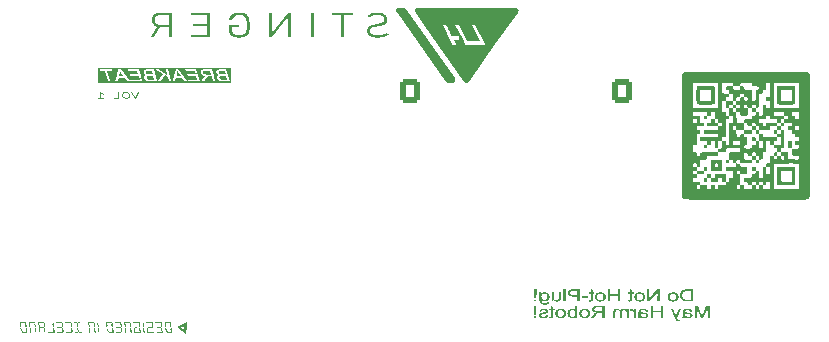
<source format=gbr>
%TF.GenerationSoftware,KiCad,Pcbnew,7.0.11*%
%TF.CreationDate,2024-03-06T00:08:59+00:00*%
%TF.ProjectId,LHS Breakbeat,4c485320-4272-4656-916b-626561742e6b,Vol 1*%
%TF.SameCoordinates,Original*%
%TF.FileFunction,Legend,Bot*%
%TF.FilePolarity,Positive*%
%FSLAX46Y46*%
G04 Gerber Fmt 4.6, Leading zero omitted, Abs format (unit mm)*
G04 Created by KiCad (PCBNEW 7.0.11) date 2024-03-06 00:08:59*
%MOMM*%
%LPD*%
G01*
G04 APERTURE LIST*
G04 Aperture macros list*
%AMRoundRect*
0 Rectangle with rounded corners*
0 $1 Rounding radius*
0 $2 $3 $4 $5 $6 $7 $8 $9 X,Y pos of 4 corners*
0 Add a 4 corners polygon primitive as box body*
4,1,4,$2,$3,$4,$5,$6,$7,$8,$9,$2,$3,0*
0 Add four circle primitives for the rounded corners*
1,1,$1+$1,$2,$3*
1,1,$1+$1,$4,$5*
1,1,$1+$1,$6,$7*
1,1,$1+$1,$8,$9*
0 Add four rect primitives between the rounded corners*
20,1,$1+$1,$2,$3,$4,$5,0*
20,1,$1+$1,$4,$5,$6,$7,0*
20,1,$1+$1,$6,$7,$8,$9,0*
20,1,$1+$1,$8,$9,$2,$3,0*%
%AMHorizOval*
0 Thick line with rounded ends*
0 $1 width*
0 $2 $3 position (X,Y) of the first rounded end (center of the circle)*
0 $4 $5 position (X,Y) of the second rounded end (center of the circle)*
0 Add line between two ends*
20,1,$1,$2,$3,$4,$5,0*
0 Add two circle primitives to create the rounded ends*
1,1,$1,$2,$3*
1,1,$1,$4,$5*%
%AMRotRect*
0 Rectangle, with rotation*
0 The origin of the aperture is its center*
0 $1 length*
0 $2 width*
0 $3 Rotation angle, in degrees counterclockwise*
0 Add horizontal line*
21,1,$1,$2,0,0,$3*%
G04 Aperture macros list end*
%ADD10C,0.000000*%
%ADD11C,0.120000*%
%ADD12C,0.200000*%
%ADD13RoundRect,0.250000X0.600000X0.725000X-0.600000X0.725000X-0.600000X-0.725000X0.600000X-0.725000X0*%
%ADD14O,1.700000X1.950000*%
%ADD15R,1.700000X1.700000*%
%ADD16O,1.700000X1.700000*%
%ADD17RoundRect,0.250000X-0.750000X0.600000X-0.750000X-0.600000X0.750000X-0.600000X0.750000X0.600000X0*%
%ADD18O,2.000000X1.700000*%
%ADD19RoundRect,0.250000X0.600000X0.750000X-0.600000X0.750000X-0.600000X-0.750000X0.600000X-0.750000X0*%
%ADD20O,1.700000X2.000000*%
%ADD21RoundRect,0.250000X-0.725000X0.600000X-0.725000X-0.600000X0.725000X-0.600000X0.725000X0.600000X0*%
%ADD22O,1.950000X1.700000*%
%ADD23C,5.600000*%
%ADD24RoundRect,0.250000X-0.106066X0.954594X-0.954594X0.106066X0.106066X-0.954594X0.954594X-0.106066X0*%
%ADD25HorizOval,1.700000X-0.106066X0.106066X0.106066X-0.106066X0*%
%ADD26C,3.050000*%
%ADD27C,1.605000*%
%ADD28C,2.780000*%
%ADD29C,3.000000*%
%ADD30RoundRect,0.300000X1.100000X-1.100000X1.100000X1.100000X-1.100000X1.100000X-1.100000X-1.100000X0*%
%ADD31R,1.520000X1.520000*%
%ADD32C,1.520000*%
%ADD33RotRect,0.900000X2.000000X135.000000*%
%ADD34RoundRect,1.025000X1.449569X0.000000X0.000000X1.449569X-1.449569X0.000000X0.000000X-1.449569X0*%
%ADD35C,4.100000*%
%ADD36C,2.550000*%
%ADD37C,1.500000*%
G04 APERTURE END LIST*
D10*
G36*
X130096027Y-123591137D02*
G01*
X130096962Y-123591162D01*
X130097892Y-123591215D01*
X130098815Y-123591297D01*
X130099732Y-123591409D01*
X130100641Y-123591548D01*
X130101543Y-123591715D01*
X130102436Y-123591911D01*
X130103319Y-123592134D01*
X130104193Y-123592385D01*
X130105057Y-123592662D01*
X130105910Y-123592968D01*
X130106751Y-123593299D01*
X130107581Y-123593657D01*
X130108398Y-123594041D01*
X130109201Y-123594451D01*
X130109991Y-123594887D01*
X130110766Y-123595349D01*
X130111526Y-123595836D01*
X130112271Y-123596347D01*
X130113000Y-123596884D01*
X130113712Y-123597445D01*
X130114406Y-123598031D01*
X130115083Y-123598641D01*
X130115741Y-123599274D01*
X130116379Y-123599931D01*
X130116999Y-123600611D01*
X130117599Y-123601315D01*
X130118177Y-123602041D01*
X130118734Y-123602790D01*
X130119268Y-123603562D01*
X130119781Y-123604355D01*
X130120270Y-123605170D01*
X130121098Y-123606722D01*
X130121818Y-123608318D01*
X130122433Y-123609953D01*
X130122940Y-123611621D01*
X130123341Y-123613317D01*
X130123633Y-123615034D01*
X130123818Y-123616767D01*
X130123895Y-123618510D01*
X130123864Y-123620257D01*
X130123723Y-123622003D01*
X130123475Y-123623740D01*
X130123117Y-123625465D01*
X130122649Y-123627171D01*
X130122073Y-123628852D01*
X130121386Y-123630502D01*
X130120590Y-123632115D01*
X130098907Y-123671317D01*
X130097937Y-123672916D01*
X130096872Y-123674440D01*
X130095717Y-123675888D01*
X130094476Y-123677253D01*
X130093155Y-123678531D01*
X130091759Y-123679720D01*
X130090292Y-123680814D01*
X130088758Y-123681810D01*
X130087164Y-123682704D01*
X130085512Y-123683490D01*
X130083810Y-123684167D01*
X130082059Y-123684729D01*
X130080268Y-123685171D01*
X130078438Y-123685492D01*
X130076577Y-123685685D01*
X130074687Y-123685747D01*
X129763168Y-123686553D01*
X129762164Y-123686529D01*
X129761168Y-123686478D01*
X129760180Y-123686400D01*
X129759201Y-123686293D01*
X129758230Y-123686157D01*
X129757269Y-123685992D01*
X129756315Y-123685797D01*
X129755371Y-123685570D01*
X129754437Y-123685311D01*
X129753513Y-123685020D01*
X129752598Y-123684694D01*
X129751695Y-123684335D01*
X129750802Y-123683940D01*
X129749919Y-123683509D01*
X129749049Y-123683041D01*
X129748189Y-123682536D01*
X129683263Y-123641351D01*
X129682552Y-123640903D01*
X129681853Y-123640429D01*
X129681169Y-123639930D01*
X129680498Y-123639408D01*
X129679843Y-123638863D01*
X129679206Y-123638297D01*
X129678585Y-123637712D01*
X129677982Y-123637108D01*
X129677400Y-123636489D01*
X129676837Y-123635854D01*
X129676297Y-123635205D01*
X129675779Y-123634544D01*
X129675285Y-123633871D01*
X129674815Y-123633190D01*
X129674371Y-123632500D01*
X129673954Y-123631804D01*
X129673274Y-123630553D01*
X129672665Y-123629282D01*
X129672127Y-123627993D01*
X129671658Y-123626688D01*
X129671258Y-123625371D01*
X129670927Y-123624042D01*
X129670664Y-123622706D01*
X129670468Y-123621363D01*
X129670338Y-123620018D01*
X129670274Y-123618672D01*
X129670275Y-123617327D01*
X129670340Y-123615987D01*
X129670469Y-123614653D01*
X129670662Y-123613327D01*
X129670916Y-123612015D01*
X129671232Y-123610715D01*
X129671609Y-123609432D01*
X129672047Y-123608168D01*
X129672544Y-123606925D01*
X129673101Y-123605706D01*
X129673715Y-123604513D01*
X129674388Y-123603349D01*
X129675117Y-123602216D01*
X129675902Y-123601117D01*
X129676744Y-123600054D01*
X129677640Y-123599029D01*
X129678590Y-123598045D01*
X129679594Y-123597106D01*
X129680651Y-123596211D01*
X129681760Y-123595366D01*
X129682921Y-123594571D01*
X129684132Y-123593829D01*
X129684927Y-123593386D01*
X129685732Y-123592968D01*
X129686549Y-123592575D01*
X129687376Y-123592209D01*
X129688213Y-123591868D01*
X129689059Y-123591554D01*
X129689914Y-123591267D01*
X129690777Y-123591007D01*
X129691648Y-123590774D01*
X129692524Y-123590569D01*
X129693408Y-123590393D01*
X129694297Y-123590245D01*
X129695191Y-123590127D01*
X129696090Y-123590037D01*
X129696993Y-123589977D01*
X129697898Y-123589947D01*
X130096027Y-123591137D01*
G37*
G36*
X177082056Y-110437742D02*
G01*
X177090918Y-110438348D01*
X177098564Y-110439190D01*
X177105098Y-110440280D01*
X177110616Y-110441636D01*
X177115213Y-110443266D01*
X177118992Y-110445188D01*
X177122050Y-110447414D01*
X177124484Y-110449956D01*
X177126396Y-110452828D01*
X177127883Y-110456046D01*
X177130518Y-110465808D01*
X177132664Y-110479629D01*
X177134332Y-110496892D01*
X177135544Y-110516977D01*
X177136650Y-110563137D01*
X177136116Y-110613157D01*
X177134069Y-110662087D01*
X177130638Y-110704975D01*
X177128446Y-110722604D01*
X177125954Y-110736867D01*
X177123184Y-110747144D01*
X177121697Y-110750595D01*
X177120148Y-110752815D01*
X177119089Y-110753745D01*
X177117803Y-110754650D01*
X177116287Y-110755528D01*
X177114547Y-110756384D01*
X177110402Y-110758018D01*
X177105396Y-110759550D01*
X177099546Y-110760974D01*
X177092880Y-110762289D01*
X177085418Y-110763492D01*
X177077189Y-110764581D01*
X177068209Y-110765550D01*
X177058507Y-110766400D01*
X177048103Y-110767128D01*
X177037024Y-110767729D01*
X177025289Y-110768202D01*
X177012925Y-110768542D01*
X176999952Y-110768749D01*
X176986398Y-110768817D01*
X176868614Y-110768817D01*
X176872384Y-110605465D01*
X176876116Y-110442110D01*
X176997865Y-110438310D01*
X177032494Y-110437411D01*
X177060294Y-110437185D01*
X177082056Y-110437742D01*
G37*
G36*
X137630522Y-97375304D02*
G01*
X137727604Y-97385873D01*
X137823199Y-97402845D01*
X137916376Y-97425885D01*
X137949581Y-97436057D01*
X137981655Y-97447451D01*
X138012600Y-97460057D01*
X138042417Y-97473885D01*
X138071102Y-97488925D01*
X138098657Y-97505181D01*
X138125084Y-97522653D01*
X138150382Y-97541341D01*
X138174550Y-97561247D01*
X138197590Y-97582368D01*
X138219499Y-97604705D01*
X138240279Y-97628257D01*
X138259930Y-97653028D01*
X138278456Y-97679012D01*
X138295849Y-97706214D01*
X138312115Y-97734632D01*
X138321927Y-97753879D01*
X138331145Y-97774413D01*
X138339770Y-97796225D01*
X138347803Y-97819323D01*
X138355241Y-97843699D01*
X138362087Y-97869361D01*
X138368339Y-97896305D01*
X138373997Y-97924531D01*
X138379060Y-97954041D01*
X138383531Y-97984831D01*
X138387407Y-98016908D01*
X138390689Y-98050265D01*
X138395471Y-98120833D01*
X138397878Y-98196531D01*
X138405479Y-98434230D01*
X138408711Y-98562381D01*
X138408141Y-98691735D01*
X138405624Y-98755690D01*
X138401195Y-98818536D01*
X138394529Y-98879803D01*
X138385304Y-98939024D01*
X138373201Y-98995728D01*
X138357899Y-99049445D01*
X138339076Y-99099711D01*
X138328241Y-99123402D01*
X138316408Y-99146051D01*
X138291735Y-99185525D01*
X138263457Y-99222629D01*
X138231803Y-99257380D01*
X138196988Y-99289785D01*
X138159239Y-99319858D01*
X138118775Y-99347609D01*
X138075819Y-99373055D01*
X138030590Y-99396202D01*
X137983314Y-99417065D01*
X137934208Y-99435654D01*
X137883497Y-99451985D01*
X137831401Y-99466064D01*
X137723940Y-99487525D01*
X137613603Y-99500134D01*
X137502158Y-99503982D01*
X137391382Y-99499167D01*
X137283047Y-99485789D01*
X137178923Y-99463931D01*
X137129001Y-99449856D01*
X137080792Y-99433699D01*
X137034524Y-99415472D01*
X136990420Y-99395182D01*
X136948696Y-99372849D01*
X136909581Y-99348481D01*
X136873289Y-99322089D01*
X136840047Y-99293686D01*
X136819674Y-99273717D01*
X136800568Y-99252996D01*
X136782697Y-99231558D01*
X136766019Y-99209431D01*
X136736094Y-99163246D01*
X136710492Y-99114694D01*
X136688914Y-99064033D01*
X136671059Y-99011517D01*
X136656627Y-98957397D01*
X136645316Y-98901934D01*
X136636828Y-98845376D01*
X136630859Y-98787986D01*
X136627111Y-98730013D01*
X136625283Y-98671711D01*
X136625071Y-98613337D01*
X136626181Y-98555149D01*
X136631150Y-98440338D01*
X136631488Y-98436861D01*
X136631736Y-98435205D01*
X136632041Y-98433603D01*
X136632397Y-98432057D01*
X136632807Y-98430569D01*
X136633272Y-98429134D01*
X136633790Y-98427757D01*
X136634363Y-98426436D01*
X136634987Y-98425170D01*
X136635671Y-98423963D01*
X136636404Y-98422809D01*
X136637191Y-98421713D01*
X136638033Y-98420672D01*
X136638930Y-98419689D01*
X136639879Y-98418760D01*
X136640882Y-98417888D01*
X136641940Y-98417074D01*
X136643051Y-98416313D01*
X136644215Y-98415609D01*
X136645432Y-98414962D01*
X136646706Y-98414372D01*
X136648033Y-98413836D01*
X136649415Y-98413358D01*
X136650847Y-98412936D01*
X136652335Y-98412569D01*
X136653876Y-98412260D01*
X136655474Y-98412006D01*
X136657120Y-98411808D01*
X136658823Y-98411669D01*
X136662392Y-98411555D01*
X137465507Y-98412166D01*
X137467879Y-98412205D01*
X137470179Y-98412317D01*
X137472403Y-98412507D01*
X137474550Y-98412769D01*
X137476623Y-98413107D01*
X137478620Y-98413525D01*
X137480544Y-98414013D01*
X137482390Y-98414578D01*
X137484161Y-98415219D01*
X137485857Y-98415933D01*
X137487478Y-98416727D01*
X137489024Y-98417595D01*
X137490494Y-98418534D01*
X137491889Y-98419555D01*
X137493207Y-98420646D01*
X137494451Y-98421817D01*
X137495620Y-98423058D01*
X137496713Y-98424377D01*
X137497732Y-98425774D01*
X137498673Y-98427242D01*
X137499540Y-98428787D01*
X137500331Y-98430408D01*
X137501048Y-98432104D01*
X137501688Y-98433874D01*
X137502254Y-98435724D01*
X137502746Y-98437644D01*
X137503158Y-98439639D01*
X137503499Y-98441712D01*
X137503762Y-98443862D01*
X137503951Y-98446085D01*
X137504063Y-98448384D01*
X137504101Y-98450758D01*
X137504101Y-98575112D01*
X137504067Y-98577299D01*
X137503963Y-98579419D01*
X137503791Y-98581469D01*
X137503547Y-98583446D01*
X137503235Y-98585356D01*
X137502855Y-98587195D01*
X137502404Y-98588966D01*
X137501883Y-98590666D01*
X137501295Y-98592298D01*
X137500636Y-98593859D01*
X137499908Y-98595353D01*
X137499111Y-98596776D01*
X137498243Y-98598129D01*
X137497308Y-98599411D01*
X137496303Y-98600626D01*
X137495228Y-98601772D01*
X137494083Y-98602845D01*
X137492867Y-98603852D01*
X137491584Y-98604787D01*
X137490231Y-98605654D01*
X137488809Y-98606453D01*
X137487318Y-98607181D01*
X137485755Y-98607839D01*
X137484126Y-98608429D01*
X137482424Y-98608947D01*
X137480653Y-98609398D01*
X137478816Y-98609781D01*
X137476903Y-98610092D01*
X137474925Y-98610333D01*
X137472878Y-98610508D01*
X137470759Y-98610611D01*
X137468572Y-98610646D01*
X136935612Y-98611257D01*
X136934267Y-98611299D01*
X136932939Y-98611398D01*
X136931625Y-98611556D01*
X136930326Y-98611771D01*
X136929046Y-98612040D01*
X136927787Y-98612366D01*
X136926548Y-98612742D01*
X136925330Y-98613173D01*
X136924139Y-98613651D01*
X136922972Y-98614180D01*
X136921833Y-98614757D01*
X136920724Y-98615379D01*
X136919644Y-98616049D01*
X136918595Y-98616761D01*
X136917579Y-98617520D01*
X136916596Y-98618317D01*
X136915651Y-98619154D01*
X136914746Y-98620032D01*
X136913875Y-98620949D01*
X136913047Y-98621901D01*
X136912263Y-98622889D01*
X136911520Y-98623912D01*
X136910823Y-98624968D01*
X136910172Y-98626056D01*
X136909568Y-98627174D01*
X136909016Y-98628321D01*
X136908513Y-98629499D01*
X136908063Y-98630701D01*
X136907668Y-98631929D01*
X136907327Y-98633183D01*
X136907044Y-98634457D01*
X136906820Y-98635758D01*
X136902283Y-98673168D01*
X136899351Y-98709689D01*
X136897993Y-98745307D01*
X136898199Y-98779999D01*
X136899945Y-98813751D01*
X136903214Y-98846538D01*
X136907985Y-98878348D01*
X136914238Y-98909158D01*
X136921955Y-98938953D01*
X136931117Y-98967712D01*
X136941703Y-98995417D01*
X136953695Y-99022051D01*
X136967073Y-99047593D01*
X136981815Y-99072025D01*
X136997906Y-99095331D01*
X137015327Y-99117490D01*
X137034053Y-99138485D01*
X137054070Y-99158295D01*
X137075354Y-99176904D01*
X137097889Y-99194294D01*
X137121658Y-99210442D01*
X137146635Y-99225337D01*
X137172805Y-99238954D01*
X137200147Y-99251276D01*
X137228643Y-99262285D01*
X137258272Y-99271963D01*
X137289015Y-99280292D01*
X137320855Y-99287253D01*
X137353769Y-99292825D01*
X137387739Y-99296993D01*
X137422746Y-99299737D01*
X137458767Y-99301040D01*
X137516187Y-99301156D01*
X137573134Y-99299442D01*
X137629281Y-99295558D01*
X137684297Y-99289170D01*
X137737859Y-99279937D01*
X137763990Y-99274152D01*
X137789635Y-99267528D01*
X137814748Y-99260025D01*
X137839295Y-99251598D01*
X137863230Y-99242209D01*
X137886511Y-99231814D01*
X137909103Y-99220373D01*
X137930961Y-99207839D01*
X137952043Y-99194173D01*
X137972306Y-99179333D01*
X137991717Y-99163277D01*
X138010228Y-99145960D01*
X138027798Y-99127344D01*
X138044389Y-99107382D01*
X138059962Y-99086037D01*
X138074469Y-99063261D01*
X138087873Y-99039017D01*
X138100135Y-99013264D01*
X138111209Y-98985953D01*
X138121056Y-98957046D01*
X138129637Y-98926501D01*
X138136909Y-98894276D01*
X138144715Y-98852057D01*
X138151429Y-98808100D01*
X138161575Y-98714977D01*
X138167355Y-98614903D01*
X138168771Y-98507881D01*
X138165818Y-98393913D01*
X138158503Y-98272991D01*
X138146825Y-98145120D01*
X138130788Y-98010301D01*
X138128099Y-97991680D01*
X138124915Y-97973489D01*
X138121244Y-97955729D01*
X138117087Y-97938397D01*
X138112439Y-97921501D01*
X138107301Y-97905029D01*
X138101675Y-97888992D01*
X138095561Y-97873385D01*
X138088961Y-97858209D01*
X138081871Y-97843464D01*
X138074294Y-97829149D01*
X138066230Y-97815264D01*
X138057677Y-97801813D01*
X138048638Y-97788789D01*
X138039111Y-97776196D01*
X138029097Y-97764036D01*
X138002347Y-97735259D01*
X137973543Y-97708769D01*
X137942843Y-97684565D01*
X137910411Y-97662641D01*
X137876395Y-97642999D01*
X137840960Y-97625631D01*
X137804267Y-97610536D01*
X137766464Y-97597717D01*
X137727719Y-97587161D01*
X137688184Y-97578875D01*
X137648023Y-97572851D01*
X137607388Y-97569087D01*
X137566441Y-97567581D01*
X137525338Y-97568329D01*
X137484239Y-97571331D01*
X137443300Y-97576581D01*
X137402683Y-97584080D01*
X137362541Y-97593821D01*
X137323036Y-97605805D01*
X137284323Y-97620029D01*
X137246565Y-97636486D01*
X137209916Y-97655181D01*
X137174535Y-97676102D01*
X137140581Y-97699255D01*
X137108210Y-97724631D01*
X137077583Y-97752232D01*
X137048859Y-97782052D01*
X137022193Y-97814089D01*
X136997743Y-97848341D01*
X136975671Y-97884804D01*
X136956131Y-97923477D01*
X136939282Y-97964357D01*
X136937583Y-97968441D01*
X136935703Y-97972268D01*
X136933639Y-97975835D01*
X136931393Y-97979141D01*
X136928965Y-97982189D01*
X136926356Y-97984978D01*
X136923566Y-97987510D01*
X136920594Y-97989781D01*
X136917439Y-97991794D01*
X136914102Y-97993548D01*
X136910587Y-97995045D01*
X136906887Y-97996285D01*
X136903007Y-97997265D01*
X136898945Y-97997988D01*
X136894701Y-97998457D01*
X136890279Y-97998666D01*
X136678931Y-98002948D01*
X136677089Y-98002960D01*
X136675320Y-98002911D01*
X136673623Y-98002803D01*
X136671998Y-98002638D01*
X136670443Y-98002414D01*
X136668963Y-98002131D01*
X136667551Y-98001789D01*
X136666215Y-98001388D01*
X136664950Y-98000928D01*
X136663755Y-98000409D01*
X136662633Y-97999833D01*
X136661583Y-97999197D01*
X136660606Y-97998501D01*
X136659700Y-97997749D01*
X136658865Y-97996936D01*
X136658103Y-97996065D01*
X136657412Y-97995136D01*
X136656795Y-97994148D01*
X136656246Y-97993101D01*
X136655772Y-97991995D01*
X136655367Y-97990834D01*
X136655036Y-97989609D01*
X136654775Y-97988326D01*
X136654586Y-97986988D01*
X136654469Y-97985589D01*
X136654423Y-97984132D01*
X136654451Y-97982617D01*
X136654547Y-97981043D01*
X136654716Y-97979409D01*
X136654958Y-97977718D01*
X136655271Y-97975969D01*
X136655653Y-97974161D01*
X136670226Y-97921100D01*
X136687561Y-97870779D01*
X136707540Y-97823153D01*
X136730053Y-97778186D01*
X136754979Y-97735830D01*
X136782202Y-97696046D01*
X136811610Y-97658790D01*
X136843081Y-97624022D01*
X136876503Y-97591697D01*
X136911758Y-97561774D01*
X136948731Y-97534212D01*
X136987307Y-97508968D01*
X137027369Y-97486000D01*
X137068798Y-97465262D01*
X137111483Y-97446720D01*
X137155303Y-97430326D01*
X137245893Y-97403813D01*
X137339639Y-97385393D01*
X137435610Y-97374725D01*
X137532883Y-97371477D01*
X137630522Y-97375304D01*
G37*
G36*
X177802900Y-106545227D02*
G01*
X177803114Y-106606322D01*
X177803725Y-106630966D01*
X177804971Y-106652046D01*
X177807082Y-106669841D01*
X177808531Y-106677593D01*
X177810283Y-106684629D01*
X177812365Y-106690980D01*
X177814802Y-106696686D01*
X177817628Y-106701778D01*
X177820870Y-106706294D01*
X177824551Y-106710266D01*
X177828707Y-106713728D01*
X177833360Y-106716718D01*
X177838543Y-106719268D01*
X177844280Y-106721416D01*
X177850606Y-106723193D01*
X177857542Y-106724636D01*
X177865121Y-106725780D01*
X177882316Y-106727307D01*
X177902418Y-106728053D01*
X177952252Y-106728317D01*
X178069600Y-106728317D01*
X178069600Y-106995350D01*
X177142816Y-106988349D01*
X177142816Y-106734984D01*
X177288702Y-106731185D01*
X177349454Y-106729472D01*
X177373873Y-106728256D01*
X177394710Y-106726419D01*
X177403878Y-106725173D01*
X177412261Y-106723665D01*
X177419897Y-106721855D01*
X177426820Y-106719708D01*
X177433069Y-106717188D01*
X177438679Y-106714260D01*
X177443689Y-106710887D01*
X177448134Y-106707032D01*
X177452051Y-106702659D01*
X177455476Y-106697730D01*
X177458448Y-106692214D01*
X177461002Y-106686070D01*
X177463174Y-106679266D01*
X177465001Y-106671761D01*
X177466524Y-106663524D01*
X177467772Y-106654515D01*
X177469607Y-106634040D01*
X177470797Y-106610050D01*
X177472426Y-106550361D01*
X177476192Y-106401609D01*
X177639545Y-106397876D01*
X177802900Y-106394108D01*
X177802900Y-106545227D01*
G37*
G36*
X123775991Y-123589854D02*
G01*
X123776869Y-123589888D01*
X123777741Y-123589953D01*
X123778609Y-123590046D01*
X123779469Y-123590168D01*
X123780324Y-123590319D01*
X123781170Y-123590497D01*
X123782009Y-123590703D01*
X123782839Y-123590937D01*
X123783660Y-123591198D01*
X123784470Y-123591484D01*
X123785269Y-123591798D01*
X123786058Y-123592137D01*
X123786835Y-123592501D01*
X123787599Y-123592891D01*
X123788350Y-123593305D01*
X123789087Y-123593745D01*
X123789810Y-123594207D01*
X123790518Y-123594693D01*
X123791210Y-123595203D01*
X123791886Y-123595735D01*
X123792545Y-123596290D01*
X123793187Y-123596868D01*
X123793810Y-123597467D01*
X123794415Y-123598087D01*
X123795000Y-123598728D01*
X123795566Y-123599390D01*
X123796110Y-123600073D01*
X123796634Y-123600775D01*
X123797135Y-123601497D01*
X123797614Y-123602238D01*
X123798070Y-123602997D01*
X123798600Y-123603962D01*
X123799088Y-123604941D01*
X123799530Y-123605934D01*
X123799931Y-123606937D01*
X123800287Y-123607952D01*
X123800601Y-123608976D01*
X123800871Y-123610007D01*
X123801099Y-123611046D01*
X123801284Y-123612089D01*
X123801426Y-123613137D01*
X123801585Y-123615238D01*
X123801575Y-123617339D01*
X123801397Y-123619429D01*
X123801053Y-123621498D01*
X123800546Y-123623535D01*
X123799874Y-123625530D01*
X123799476Y-123626508D01*
X123799039Y-123627471D01*
X123798561Y-123628419D01*
X123798044Y-123629349D01*
X123797486Y-123630261D01*
X123796889Y-123631153D01*
X123796251Y-123632023D01*
X123795574Y-123632872D01*
X123794858Y-123633696D01*
X123794102Y-123634495D01*
X123750440Y-123678697D01*
X123749516Y-123679608D01*
X123748545Y-123680471D01*
X123747534Y-123681284D01*
X123746483Y-123682045D01*
X123745395Y-123682754D01*
X123744276Y-123683409D01*
X123743127Y-123684007D01*
X123741951Y-123684548D01*
X123740751Y-123685032D01*
X123739532Y-123685455D01*
X123738296Y-123685816D01*
X123737046Y-123686114D01*
X123735786Y-123686349D01*
X123734517Y-123686517D01*
X123733245Y-123686618D01*
X123731971Y-123686651D01*
X123657807Y-123687414D01*
X123656953Y-123687393D01*
X123656095Y-123687344D01*
X123655235Y-123687270D01*
X123654374Y-123687167D01*
X123653513Y-123687038D01*
X123652653Y-123686883D01*
X123651797Y-123686700D01*
X123650945Y-123686490D01*
X123650098Y-123686253D01*
X123649258Y-123685989D01*
X123648426Y-123685697D01*
X123647604Y-123685378D01*
X123646792Y-123685033D01*
X123645992Y-123684659D01*
X123645206Y-123684258D01*
X123644435Y-123683830D01*
X123570417Y-123640209D01*
X123569742Y-123639754D01*
X123569078Y-123639280D01*
X123568425Y-123638788D01*
X123567785Y-123638277D01*
X123567159Y-123637749D01*
X123566547Y-123637203D01*
X123565950Y-123636640D01*
X123565368Y-123636060D01*
X123564803Y-123635463D01*
X123564257Y-123634848D01*
X123563727Y-123634218D01*
X123563217Y-123633570D01*
X123562727Y-123632907D01*
X123562257Y-123632227D01*
X123561809Y-123631531D01*
X123561383Y-123630821D01*
X123560741Y-123629641D01*
X123560165Y-123628442D01*
X123559656Y-123627226D01*
X123559212Y-123625996D01*
X123558833Y-123624754D01*
X123558518Y-123623501D01*
X123558267Y-123622242D01*
X123558079Y-123620976D01*
X123557953Y-123619708D01*
X123557889Y-123618439D01*
X123557887Y-123617172D01*
X123557945Y-123615909D01*
X123558064Y-123614652D01*
X123558242Y-123613403D01*
X123558480Y-123612165D01*
X123558775Y-123610941D01*
X123559128Y-123609731D01*
X123559539Y-123608538D01*
X123560007Y-123607366D01*
X123560531Y-123606216D01*
X123561110Y-123605091D01*
X123561744Y-123603993D01*
X123562433Y-123602923D01*
X123563175Y-123601885D01*
X123563971Y-123600880D01*
X123564819Y-123599911D01*
X123565719Y-123598981D01*
X123566671Y-123598092D01*
X123567674Y-123597244D01*
X123568727Y-123596442D01*
X123569829Y-123595687D01*
X123570981Y-123594983D01*
X123571688Y-123594590D01*
X123572408Y-123594221D01*
X123573140Y-123593875D01*
X123573882Y-123593552D01*
X123574636Y-123593253D01*
X123575399Y-123592976D01*
X123576173Y-123592724D01*
X123576955Y-123592495D01*
X123577745Y-123592290D01*
X123578543Y-123592109D01*
X123579349Y-123591952D01*
X123580161Y-123591819D01*
X123580978Y-123591709D01*
X123581801Y-123591625D01*
X123582629Y-123591564D01*
X123583460Y-123591528D01*
X123775109Y-123589849D01*
X123775991Y-123589854D01*
G37*
G36*
X123340041Y-124069141D02*
G01*
X123342051Y-124069336D01*
X123344046Y-124069626D01*
X123346023Y-124070009D01*
X123347981Y-124070485D01*
X123349911Y-124071054D01*
X123351815Y-124071713D01*
X123353685Y-124072463D01*
X123355520Y-124073302D01*
X123357315Y-124074229D01*
X123359067Y-124075243D01*
X123360772Y-124076344D01*
X123362427Y-124077529D01*
X123364027Y-124078798D01*
X123365570Y-124080150D01*
X123367050Y-124081584D01*
X123368466Y-124083099D01*
X123369813Y-124084694D01*
X123371088Y-124086367D01*
X123372286Y-124088119D01*
X123373405Y-124089947D01*
X123373935Y-124090894D01*
X123374441Y-124091852D01*
X123374922Y-124092822D01*
X123375377Y-124093802D01*
X123375806Y-124094794D01*
X123376209Y-124095795D01*
X123376586Y-124096805D01*
X123376936Y-124097825D01*
X123377259Y-124098853D01*
X123377556Y-124099890D01*
X123377825Y-124100935D01*
X123378066Y-124101986D01*
X123378280Y-124103045D01*
X123378465Y-124104110D01*
X123378623Y-124105181D01*
X123378752Y-124106257D01*
X123415161Y-124441077D01*
X123415149Y-124441194D01*
X123415144Y-124441307D01*
X123415145Y-124441416D01*
X123415151Y-124441522D01*
X123415160Y-124441626D01*
X123415173Y-124441728D01*
X123415202Y-124441928D01*
X123415231Y-124442126D01*
X123415242Y-124442227D01*
X123415250Y-124442328D01*
X123415254Y-124442431D01*
X123415253Y-124442536D01*
X123415245Y-124442644D01*
X123415230Y-124442756D01*
X123415305Y-124444802D01*
X123415277Y-124446829D01*
X123415148Y-124448833D01*
X123414921Y-124450812D01*
X123414598Y-124452763D01*
X123414182Y-124454684D01*
X123413674Y-124456573D01*
X123413078Y-124458425D01*
X123412395Y-124460239D01*
X123411628Y-124462012D01*
X123410780Y-124463740D01*
X123409851Y-124465423D01*
X123408846Y-124467056D01*
X123407766Y-124468638D01*
X123406614Y-124470164D01*
X123405392Y-124471634D01*
X123404102Y-124473043D01*
X123402746Y-124474390D01*
X123401327Y-124475671D01*
X123399848Y-124476884D01*
X123398310Y-124478027D01*
X123396716Y-124479097D01*
X123395069Y-124480089D01*
X123393369Y-124481003D01*
X123391622Y-124481836D01*
X123389827Y-124482584D01*
X123387988Y-124483246D01*
X123386107Y-124483818D01*
X123384186Y-124484298D01*
X123382229Y-124484682D01*
X123380236Y-124484969D01*
X123378210Y-124485157D01*
X123378117Y-124485150D01*
X123378017Y-124485147D01*
X123377799Y-124485149D01*
X123377318Y-124485170D01*
X123377072Y-124485179D01*
X123376833Y-124485184D01*
X123376719Y-124485182D01*
X123376609Y-124485178D01*
X123376506Y-124485169D01*
X123376409Y-124485157D01*
X122902055Y-124491352D01*
X122901959Y-124491340D01*
X122901855Y-124491331D01*
X122901746Y-124491325D01*
X122901631Y-124491323D01*
X122901391Y-124491323D01*
X122901142Y-124491328D01*
X122900892Y-124491331D01*
X122900648Y-124491328D01*
X122900532Y-124491323D01*
X122900419Y-124491314D01*
X122900312Y-124491302D01*
X122900212Y-124491285D01*
X122899113Y-124491176D01*
X122898033Y-124491014D01*
X122896970Y-124490800D01*
X122895928Y-124490536D01*
X122894907Y-124490223D01*
X122893910Y-124489862D01*
X122892936Y-124489456D01*
X122891988Y-124489006D01*
X122891066Y-124488512D01*
X122890173Y-124487976D01*
X122889309Y-124487401D01*
X122888475Y-124486786D01*
X122887674Y-124486134D01*
X122886906Y-124485447D01*
X122886174Y-124484725D01*
X122885477Y-124483969D01*
X122884817Y-124483183D01*
X122884197Y-124482367D01*
X122883615Y-124481521D01*
X122883077Y-124480649D01*
X122882580Y-124479751D01*
X122882128Y-124478828D01*
X122881721Y-124477883D01*
X122881361Y-124476916D01*
X122881049Y-124475929D01*
X122880785Y-124474924D01*
X122880573Y-124473901D01*
X122880413Y-124472863D01*
X122880307Y-124471811D01*
X122880255Y-124470746D01*
X122880259Y-124469669D01*
X122880321Y-124468583D01*
X122880450Y-124467630D01*
X122880578Y-124466672D01*
X122882309Y-124458594D01*
X122884553Y-124450982D01*
X122887311Y-124443837D01*
X122888882Y-124440440D01*
X122890581Y-124437159D01*
X122892410Y-124433995D01*
X122894366Y-124430947D01*
X122896451Y-124428017D01*
X122898663Y-124425202D01*
X122901004Y-124422505D01*
X122903473Y-124419925D01*
X122906071Y-124417460D01*
X122908797Y-124415113D01*
X122911651Y-124412882D01*
X122914633Y-124410767D01*
X122917744Y-124408770D01*
X122920983Y-124406889D01*
X122927846Y-124403478D01*
X122935223Y-124400533D01*
X122943112Y-124398055D01*
X122951514Y-124396044D01*
X122960430Y-124394499D01*
X122969858Y-124393421D01*
X122998864Y-124391385D01*
X123030641Y-124390037D01*
X123065190Y-124389377D01*
X123102510Y-124389407D01*
X123142602Y-124390125D01*
X123185465Y-124391531D01*
X123231099Y-124393627D01*
X123279505Y-124396412D01*
X123281681Y-124396603D01*
X123283806Y-124396886D01*
X123285882Y-124397261D01*
X123287907Y-124397726D01*
X123289884Y-124398284D01*
X123291815Y-124398931D01*
X123293699Y-124399669D01*
X123295538Y-124400496D01*
X123297333Y-124401412D01*
X123299085Y-124402417D01*
X123300795Y-124403509D01*
X123302465Y-124404689D01*
X123304094Y-124405956D01*
X123305684Y-124407310D01*
X123307238Y-124408750D01*
X123308754Y-124410275D01*
X123326568Y-124429375D01*
X123328082Y-124430988D01*
X123329435Y-124432358D01*
X123330630Y-124433485D01*
X123331667Y-124434368D01*
X123332126Y-124434718D01*
X123332547Y-124435007D01*
X123332928Y-124435234D01*
X123333270Y-124435400D01*
X123333575Y-124435504D01*
X123333840Y-124435547D01*
X123334066Y-124435529D01*
X123334254Y-124435448D01*
X123334404Y-124435306D01*
X123334515Y-124435102D01*
X123334590Y-124434836D01*
X123334625Y-124434509D01*
X123334623Y-124434119D01*
X123334584Y-124433667D01*
X123334506Y-124433153D01*
X123334391Y-124432577D01*
X123334050Y-124431236D01*
X123333561Y-124429646D01*
X123332924Y-124427805D01*
X123332141Y-124425713D01*
X123325308Y-124407334D01*
X123319029Y-124388873D01*
X123313304Y-124370330D01*
X123308133Y-124351705D01*
X123303513Y-124332998D01*
X123299444Y-124314211D01*
X123295925Y-124295343D01*
X123292954Y-124276396D01*
X123290531Y-124257369D01*
X123288654Y-124238264D01*
X123287324Y-124219081D01*
X123286538Y-124199819D01*
X123286296Y-124180481D01*
X123286596Y-124161065D01*
X123287438Y-124141574D01*
X123288820Y-124122007D01*
X123289160Y-124119041D01*
X123289673Y-124116038D01*
X123290349Y-124113016D01*
X123291180Y-124109990D01*
X123292154Y-124106975D01*
X123293264Y-124103989D01*
X123294501Y-124101046D01*
X123295853Y-124098163D01*
X123297314Y-124095356D01*
X123298872Y-124092641D01*
X123300519Y-124090033D01*
X123302245Y-124087550D01*
X123304042Y-124085206D01*
X123305899Y-124083018D01*
X123307807Y-124081001D01*
X123309758Y-124079173D01*
X123310545Y-124078513D01*
X123311321Y-124077888D01*
X123312093Y-124077294D01*
X123312868Y-124076726D01*
X123313656Y-124076179D01*
X123314463Y-124075648D01*
X123315297Y-124075127D01*
X123316166Y-124074613D01*
X123318059Y-124073584D01*
X123319981Y-124072663D01*
X123321929Y-124071848D01*
X123323900Y-124071141D01*
X123325890Y-124070536D01*
X123327895Y-124070035D01*
X123329912Y-124069636D01*
X123331937Y-124069338D01*
X123333965Y-124069141D01*
X123335994Y-124069044D01*
X123338021Y-124069044D01*
X123340041Y-124069141D01*
G37*
G36*
X121045328Y-124063101D02*
G01*
X121046897Y-124063172D01*
X121048460Y-124063308D01*
X121050017Y-124063507D01*
X121051566Y-124063769D01*
X121053104Y-124064094D01*
X121054629Y-124064482D01*
X121056140Y-124064932D01*
X121057634Y-124065443D01*
X121059110Y-124066016D01*
X121060564Y-124066651D01*
X121061996Y-124067346D01*
X121063404Y-124068100D01*
X121064784Y-124068916D01*
X121066136Y-124069791D01*
X121067457Y-124070725D01*
X121068745Y-124071716D01*
X121069999Y-124072769D01*
X121071215Y-124073878D01*
X121072393Y-124075046D01*
X121075792Y-124078694D01*
X121078983Y-124082495D01*
X121081967Y-124086448D01*
X121084743Y-124090552D01*
X121087312Y-124094807D01*
X121089675Y-124099213D01*
X121091832Y-124103770D01*
X121093784Y-124108477D01*
X121095531Y-124113334D01*
X121097074Y-124118341D01*
X121098413Y-124123498D01*
X121099548Y-124128803D01*
X121100481Y-124134257D01*
X121101212Y-124139859D01*
X121101740Y-124145610D01*
X121102068Y-124151509D01*
X121103911Y-124188833D01*
X121106523Y-124226134D01*
X121113199Y-124300790D01*
X121120386Y-124375747D01*
X121123637Y-124413422D01*
X121126374Y-124451272D01*
X121126416Y-124452328D01*
X121126422Y-124453380D01*
X121126392Y-124454426D01*
X121126326Y-124455467D01*
X121126226Y-124456501D01*
X121126091Y-124457527D01*
X121125920Y-124458544D01*
X121125717Y-124459552D01*
X121125479Y-124460550D01*
X121125209Y-124461537D01*
X121124905Y-124462513D01*
X121124569Y-124463476D01*
X121124201Y-124464425D01*
X121123800Y-124465360D01*
X121123369Y-124466281D01*
X121122906Y-124467185D01*
X121122413Y-124468075D01*
X121121889Y-124468946D01*
X121121336Y-124469799D01*
X121120752Y-124470634D01*
X121120140Y-124471448D01*
X121119499Y-124472243D01*
X121118829Y-124473016D01*
X121118131Y-124473768D01*
X121117405Y-124474496D01*
X121116653Y-124475201D01*
X121115872Y-124475882D01*
X121115066Y-124476538D01*
X121114233Y-124477168D01*
X121113374Y-124477770D01*
X121112490Y-124478346D01*
X121111580Y-124478893D01*
X121110234Y-124479625D01*
X121108866Y-124480281D01*
X121107480Y-124480861D01*
X121106079Y-124481366D01*
X121104665Y-124481796D01*
X121103239Y-124482153D01*
X121101806Y-124482437D01*
X121100367Y-124482649D01*
X121098926Y-124482788D01*
X121097484Y-124482858D01*
X121096045Y-124482857D01*
X121094611Y-124482788D01*
X121093184Y-124482650D01*
X121091767Y-124482445D01*
X121090363Y-124482171D01*
X121088974Y-124481832D01*
X121087603Y-124481428D01*
X121086252Y-124480958D01*
X121084925Y-124480425D01*
X121083622Y-124479828D01*
X121082348Y-124479169D01*
X121081105Y-124478447D01*
X121079895Y-124477666D01*
X121078721Y-124476823D01*
X121077585Y-124475920D01*
X121076490Y-124474959D01*
X121075439Y-124473940D01*
X121074434Y-124472863D01*
X121073477Y-124471730D01*
X121072572Y-124470541D01*
X121071721Y-124469296D01*
X121070927Y-124467997D01*
X121070613Y-124467456D01*
X121070301Y-124466910D01*
X121059452Y-124445038D01*
X121049521Y-124422992D01*
X121040507Y-124400774D01*
X121032408Y-124378384D01*
X121025224Y-124355822D01*
X121018956Y-124333089D01*
X121013602Y-124310185D01*
X121009161Y-124287109D01*
X121005635Y-124263863D01*
X121003022Y-124240445D01*
X121001321Y-124216858D01*
X121000531Y-124193101D01*
X121000652Y-124169173D01*
X121001685Y-124145076D01*
X121003628Y-124120810D01*
X121006481Y-124096375D01*
X121006807Y-124094197D01*
X121007264Y-124092053D01*
X121007846Y-124089947D01*
X121008552Y-124087884D01*
X121009379Y-124085868D01*
X121010322Y-124083904D01*
X121011379Y-124081997D01*
X121012546Y-124080151D01*
X121013820Y-124078371D01*
X121015198Y-124076662D01*
X121016675Y-124075028D01*
X121018250Y-124073474D01*
X121019918Y-124072004D01*
X121021678Y-124070625D01*
X121023524Y-124069338D01*
X121025453Y-124068150D01*
X121026896Y-124067358D01*
X121028360Y-124066635D01*
X121029844Y-124065979D01*
X121031346Y-124065392D01*
X121032864Y-124064872D01*
X121034396Y-124064419D01*
X121035938Y-124064033D01*
X121037491Y-124063714D01*
X121039051Y-124063461D01*
X121040617Y-124063273D01*
X121042187Y-124063150D01*
X121043758Y-124063093D01*
X121045328Y-124063101D01*
G37*
G36*
X128989540Y-124389548D02*
G01*
X128996278Y-124389886D01*
X129002923Y-124390453D01*
X129009467Y-124391245D01*
X129015901Y-124392255D01*
X129022217Y-124393478D01*
X129028406Y-124394907D01*
X129034459Y-124396537D01*
X129040368Y-124398362D01*
X129046123Y-124400375D01*
X129051717Y-124402571D01*
X129057139Y-124404944D01*
X129062384Y-124407488D01*
X129067440Y-124410197D01*
X129072300Y-124413065D01*
X129076955Y-124416087D01*
X129081396Y-124419256D01*
X129085614Y-124422566D01*
X129089601Y-124426012D01*
X129093349Y-124429586D01*
X129096848Y-124433285D01*
X129100089Y-124437102D01*
X129103065Y-124441030D01*
X129105767Y-124445065D01*
X129108186Y-124449199D01*
X129110312Y-124453426D01*
X129112138Y-124457743D01*
X129113655Y-124462141D01*
X129114854Y-124466615D01*
X129115727Y-124471160D01*
X129116264Y-124475770D01*
X129116458Y-124480437D01*
X129116326Y-124484125D01*
X129116325Y-124484378D01*
X129116315Y-124484630D01*
X129116296Y-124484881D01*
X129116271Y-124485130D01*
X129116238Y-124485379D01*
X129116197Y-124485625D01*
X129116091Y-124486112D01*
X129115957Y-124486589D01*
X129115793Y-124487056D01*
X129115601Y-124487509D01*
X129115494Y-124487731D01*
X129115381Y-124487948D01*
X129115260Y-124488161D01*
X129115133Y-124488371D01*
X129114999Y-124488575D01*
X129114859Y-124488776D01*
X129114712Y-124488971D01*
X129114559Y-124489162D01*
X129114399Y-124489347D01*
X129114233Y-124489526D01*
X129114061Y-124489700D01*
X129113883Y-124489868D01*
X129113698Y-124490030D01*
X129113508Y-124490186D01*
X129113311Y-124490335D01*
X129113109Y-124490477D01*
X129112902Y-124490613D01*
X129112688Y-124490741D01*
X129112476Y-124490859D01*
X129112260Y-124490968D01*
X129112039Y-124491070D01*
X129111813Y-124491163D01*
X129111585Y-124491247D01*
X129111353Y-124491323D01*
X129111117Y-124491391D01*
X129110878Y-124491449D01*
X129110637Y-124491500D01*
X129110392Y-124491540D01*
X129110146Y-124491572D01*
X129109896Y-124491595D01*
X129109645Y-124491608D01*
X129109392Y-124491611D01*
X129109136Y-124491605D01*
X129108879Y-124491590D01*
X128661756Y-124492463D01*
X128661513Y-124492470D01*
X128661270Y-124492468D01*
X128661028Y-124492455D01*
X128660786Y-124492432D01*
X128660545Y-124492400D01*
X128660305Y-124492360D01*
X128660067Y-124492310D01*
X128659830Y-124492251D01*
X128659594Y-124492184D01*
X128659362Y-124492109D01*
X128659132Y-124492026D01*
X128658905Y-124491935D01*
X128658681Y-124491837D01*
X128658460Y-124491732D01*
X128658243Y-124491620D01*
X128658030Y-124491502D01*
X128657616Y-124491245D01*
X128657221Y-124490966D01*
X128656846Y-124490665D01*
X128656495Y-124490344D01*
X128656170Y-124490006D01*
X128656017Y-124489832D01*
X128655871Y-124489654D01*
X128655733Y-124489472D01*
X128655602Y-124489288D01*
X128655480Y-124489100D01*
X128655365Y-124488910D01*
X128655224Y-124488659D01*
X128655095Y-124488411D01*
X128654977Y-124488166D01*
X128654869Y-124487922D01*
X128654772Y-124487681D01*
X128654685Y-124487441D01*
X128654607Y-124487202D01*
X128654539Y-124486963D01*
X128654480Y-124486724D01*
X128654429Y-124486485D01*
X128654387Y-124486245D01*
X128654353Y-124486004D01*
X128654326Y-124485761D01*
X128654308Y-124485515D01*
X128654296Y-124485267D01*
X128654290Y-124485016D01*
X128654223Y-124480987D01*
X128654406Y-124476344D01*
X128654931Y-124471757D01*
X128655790Y-124467232D01*
X128656973Y-124462774D01*
X128658472Y-124458389D01*
X128660280Y-124454083D01*
X128662386Y-124449863D01*
X128664783Y-124445734D01*
X128667462Y-124441703D01*
X128670415Y-124437775D01*
X128673633Y-124433956D01*
X128677107Y-124430253D01*
X128684791Y-124423217D01*
X128693399Y-124416714D01*
X128702863Y-124410793D01*
X128713114Y-124405502D01*
X128724084Y-124400888D01*
X128735705Y-124397001D01*
X128747908Y-124393886D01*
X128760627Y-124391594D01*
X128773790Y-124390172D01*
X128787331Y-124389667D01*
X128982582Y-124389527D01*
X128982719Y-124389447D01*
X128989540Y-124389548D01*
G37*
G36*
X129468513Y-124064068D02*
G01*
X129468799Y-124064085D01*
X129469082Y-124064112D01*
X129469363Y-124064149D01*
X129469643Y-124064197D01*
X129469919Y-124064254D01*
X129470193Y-124064320D01*
X129470463Y-124064397D01*
X129470730Y-124064483D01*
X129470994Y-124064578D01*
X129471253Y-124064683D01*
X129471508Y-124064798D01*
X129471759Y-124064921D01*
X129472005Y-124065054D01*
X129472246Y-124065195D01*
X129472482Y-124065346D01*
X129472711Y-124065505D01*
X129472936Y-124065673D01*
X129473154Y-124065850D01*
X129473366Y-124066036D01*
X129473571Y-124066230D01*
X129473769Y-124066431D01*
X129473961Y-124066641D01*
X129474144Y-124066860D01*
X129474319Y-124067087D01*
X129474487Y-124067322D01*
X129474648Y-124067564D01*
X129474799Y-124067814D01*
X129474872Y-124067946D01*
X129474946Y-124068088D01*
X129475020Y-124068237D01*
X129475092Y-124068394D01*
X129475232Y-124068725D01*
X129475299Y-124068897D01*
X129475362Y-124069072D01*
X129475422Y-124069249D01*
X129475477Y-124069428D01*
X129475528Y-124069606D01*
X129475574Y-124069784D01*
X129475614Y-124069960D01*
X129475648Y-124070132D01*
X129475675Y-124070300D01*
X129475695Y-124070464D01*
X129527587Y-124467337D01*
X129527643Y-124467721D01*
X129527677Y-124468101D01*
X129527693Y-124468476D01*
X129527689Y-124468846D01*
X129527666Y-124469210D01*
X129527625Y-124469569D01*
X129527565Y-124469922D01*
X129527488Y-124470269D01*
X129527394Y-124470608D01*
X129527284Y-124470941D01*
X129527157Y-124471267D01*
X129527015Y-124471584D01*
X129526857Y-124471894D01*
X129526685Y-124472195D01*
X129526499Y-124472487D01*
X129526299Y-124472770D01*
X129526084Y-124473043D01*
X129525858Y-124473307D01*
X129525619Y-124473560D01*
X129525369Y-124473803D01*
X129525106Y-124474034D01*
X129524833Y-124474255D01*
X129524550Y-124474464D01*
X129524256Y-124474661D01*
X129523953Y-124474846D01*
X129523640Y-124475017D01*
X129523319Y-124475176D01*
X129522990Y-124475321D01*
X129522653Y-124475453D01*
X129522309Y-124475570D01*
X129521958Y-124475674D01*
X129521600Y-124475761D01*
X129516892Y-124476225D01*
X129516823Y-124476262D01*
X129516754Y-124476299D01*
X129512142Y-124476729D01*
X129507546Y-124476846D01*
X129502974Y-124476655D01*
X129498433Y-124476163D01*
X129493929Y-124475378D01*
X129489469Y-124474307D01*
X129485060Y-124472956D01*
X129480708Y-124471333D01*
X129476421Y-124469443D01*
X129472206Y-124467294D01*
X129468069Y-124464894D01*
X129464017Y-124462249D01*
X129460057Y-124459364D01*
X129456195Y-124456250D01*
X129452439Y-124452910D01*
X129448794Y-124449354D01*
X129445269Y-124445587D01*
X129441870Y-124441616D01*
X129435477Y-124433092D01*
X129429668Y-124423836D01*
X129424499Y-124413905D01*
X129420024Y-124403353D01*
X129416298Y-124392236D01*
X129414732Y-124386482D01*
X129413374Y-124380609D01*
X129412230Y-124374622D01*
X129411308Y-124368527D01*
X129388684Y-124196204D01*
X129388000Y-124190078D01*
X129387557Y-124183998D01*
X129387351Y-124177972D01*
X129387376Y-124172011D01*
X129387628Y-124166121D01*
X129388102Y-124160311D01*
X129388793Y-124154590D01*
X129389697Y-124148965D01*
X129390808Y-124143446D01*
X129392121Y-124138041D01*
X129393633Y-124132758D01*
X129395338Y-124127605D01*
X129397231Y-124122592D01*
X129399308Y-124117726D01*
X129401563Y-124113016D01*
X129403992Y-124108469D01*
X129406590Y-124104096D01*
X129409352Y-124099904D01*
X129412273Y-124095901D01*
X129415350Y-124092096D01*
X129418575Y-124088498D01*
X129421945Y-124085114D01*
X129425456Y-124081954D01*
X129429102Y-124079024D01*
X129432878Y-124076335D01*
X129436779Y-124073894D01*
X129440802Y-124071711D01*
X129444940Y-124069794D01*
X129449190Y-124068148D01*
X129453546Y-124066785D01*
X129458003Y-124065712D01*
X129462557Y-124064939D01*
X129467069Y-124064139D01*
X129467359Y-124064104D01*
X129467649Y-124064079D01*
X129467938Y-124064065D01*
X129468226Y-124064062D01*
X129468513Y-124064068D01*
G37*
G36*
X181179814Y-110437738D02*
G01*
X181190948Y-110438328D01*
X181200474Y-110439157D01*
X181208530Y-110440237D01*
X181215249Y-110441584D01*
X181220764Y-110443215D01*
X181225216Y-110445142D01*
X181228736Y-110447380D01*
X181231458Y-110449945D01*
X181233520Y-110452851D01*
X181235057Y-110456113D01*
X181235902Y-110459061D01*
X181236724Y-110463408D01*
X181237517Y-110469069D01*
X181238277Y-110475957D01*
X181239681Y-110493078D01*
X181240904Y-110514082D01*
X181241914Y-110538286D01*
X181242676Y-110565003D01*
X181243158Y-110593546D01*
X181243326Y-110623234D01*
X181243326Y-110768817D01*
X181093306Y-110768618D01*
X181029390Y-110768582D01*
X181003864Y-110768168D01*
X180982216Y-110767093D01*
X180964137Y-110765056D01*
X180956340Y-110763586D01*
X180949319Y-110761767D01*
X180943038Y-110759558D01*
X180937457Y-110756922D01*
X180932536Y-110753826D01*
X180928241Y-110750228D01*
X180924528Y-110746094D01*
X180921362Y-110741386D01*
X180918704Y-110736068D01*
X180916515Y-110730100D01*
X180914756Y-110723448D01*
X180913388Y-110716072D01*
X180912375Y-110707936D01*
X180911676Y-110699005D01*
X180911072Y-110678600D01*
X180911266Y-110654563D01*
X180912819Y-110594397D01*
X180916618Y-110442110D01*
X181071705Y-110438377D01*
X181116510Y-110437466D01*
X181152186Y-110437214D01*
X181179814Y-110437738D01*
G37*
G36*
X133032655Y-124568339D02*
G01*
X133032618Y-124568737D01*
X133032567Y-124569131D01*
X133032505Y-124569521D01*
X133032431Y-124569908D01*
X133032247Y-124570668D01*
X133032019Y-124571411D01*
X133031746Y-124572134D01*
X133031430Y-124572836D01*
X133031073Y-124573516D01*
X133030676Y-124574173D01*
X133030240Y-124574804D01*
X133029766Y-124575409D01*
X133029256Y-124575985D01*
X133028710Y-124576532D01*
X133028131Y-124577049D01*
X133027519Y-124577533D01*
X133026877Y-124577983D01*
X133026204Y-124578398D01*
X133025379Y-124578838D01*
X133024533Y-124579215D01*
X133023671Y-124579532D01*
X133022795Y-124579786D01*
X133021909Y-124579976D01*
X133021014Y-124580105D01*
X133020115Y-124580170D01*
X133019215Y-124580170D01*
X133018317Y-124580105D01*
X133017424Y-124579976D01*
X133016539Y-124579781D01*
X133015666Y-124579521D01*
X133014807Y-124579193D01*
X133013965Y-124578799D01*
X133013145Y-124578337D01*
X133012348Y-124577807D01*
X132273662Y-124040870D01*
X132622468Y-124040870D01*
X132622503Y-124041608D01*
X132622573Y-124042345D01*
X132622680Y-124043079D01*
X132622822Y-124043809D01*
X132623001Y-124044533D01*
X132623217Y-124045250D01*
X132623470Y-124045959D01*
X132623761Y-124046656D01*
X132624089Y-124047343D01*
X132624455Y-124048018D01*
X132624678Y-124048393D01*
X132624904Y-124048755D01*
X132625135Y-124049106D01*
X132625372Y-124049445D01*
X132625614Y-124049773D01*
X132625863Y-124050091D01*
X132626117Y-124050399D01*
X132626378Y-124050697D01*
X132626645Y-124050986D01*
X132626920Y-124051266D01*
X132627202Y-124051537D01*
X132627493Y-124051801D01*
X132627791Y-124052057D01*
X132628098Y-124052306D01*
X132628414Y-124052549D01*
X132628739Y-124052785D01*
X132850497Y-124213675D01*
X132851424Y-124214298D01*
X132852386Y-124214846D01*
X132853379Y-124215318D01*
X132854399Y-124215713D01*
X132855442Y-124216033D01*
X132856501Y-124216277D01*
X132857575Y-124216444D01*
X132858657Y-124216534D01*
X132859744Y-124216548D01*
X132860831Y-124216485D01*
X132861913Y-124216345D01*
X132862987Y-124216128D01*
X132864048Y-124215833D01*
X132865091Y-124215462D01*
X132866112Y-124215013D01*
X132867106Y-124214486D01*
X132867910Y-124213990D01*
X132868678Y-124213452D01*
X132869409Y-124212872D01*
X132870102Y-124212253D01*
X132870754Y-124211597D01*
X132871364Y-124210905D01*
X132871930Y-124210178D01*
X132872449Y-124209420D01*
X132872922Y-124208630D01*
X132873344Y-124207813D01*
X132873714Y-124206967D01*
X132874031Y-124206096D01*
X132874293Y-124205202D01*
X132874498Y-124204286D01*
X132874644Y-124203349D01*
X132874729Y-124202394D01*
X132893092Y-123909201D01*
X132893115Y-123908668D01*
X132893113Y-123908131D01*
X132893090Y-123907589D01*
X132893043Y-123907044D01*
X132892977Y-123906499D01*
X132892888Y-123905955D01*
X132892781Y-123905412D01*
X132892654Y-123904873D01*
X132892509Y-123904339D01*
X132892347Y-123903813D01*
X132892168Y-123903294D01*
X132891973Y-123902785D01*
X132891763Y-123902288D01*
X132891539Y-123901804D01*
X132891301Y-123901334D01*
X132891051Y-123900880D01*
X132890650Y-123900226D01*
X132890223Y-123899600D01*
X132889768Y-123899002D01*
X132889288Y-123898432D01*
X132888783Y-123897891D01*
X132888256Y-123897378D01*
X132887707Y-123896895D01*
X132887137Y-123896442D01*
X132886548Y-123896017D01*
X132885941Y-123895624D01*
X132885316Y-123895260D01*
X132884677Y-123894927D01*
X132884023Y-123894625D01*
X132883356Y-123894354D01*
X132882676Y-123894114D01*
X132881987Y-123893906D01*
X132881287Y-123893730D01*
X132880580Y-123893587D01*
X132879865Y-123893475D01*
X132879144Y-123893397D01*
X132878420Y-123893352D01*
X132877691Y-123893340D01*
X132876961Y-123893361D01*
X132876229Y-123893418D01*
X132875499Y-123893507D01*
X132874770Y-123893631D01*
X132874042Y-123893791D01*
X132873321Y-123893985D01*
X132872604Y-123894214D01*
X132871892Y-123894480D01*
X132871189Y-123894781D01*
X132870496Y-123895118D01*
X132630178Y-124027081D01*
X132630160Y-124027092D01*
X132630144Y-124027102D01*
X132630127Y-124027113D01*
X132630111Y-124027122D01*
X132630094Y-124027132D01*
X132630078Y-124027141D01*
X132630043Y-124027160D01*
X132629377Y-124027567D01*
X132628740Y-124028005D01*
X132628131Y-124028473D01*
X132627551Y-124028966D01*
X132627001Y-124029486D01*
X132626481Y-124030029D01*
X132625990Y-124030596D01*
X132625530Y-124031185D01*
X132625101Y-124031793D01*
X132624703Y-124032420D01*
X132624337Y-124033063D01*
X132624002Y-124033723D01*
X132623699Y-124034397D01*
X132623428Y-124035084D01*
X132623191Y-124035781D01*
X132622986Y-124036490D01*
X132622815Y-124037206D01*
X132622676Y-124037931D01*
X132622573Y-124038660D01*
X132622503Y-124039395D01*
X132622468Y-124040131D01*
X132622468Y-124040870D01*
X132273662Y-124040870D01*
X132262828Y-124032995D01*
X132262550Y-124032810D01*
X132262275Y-124032613D01*
X132262005Y-124032404D01*
X132261741Y-124032184D01*
X132261481Y-124031952D01*
X132261227Y-124031711D01*
X132260979Y-124031460D01*
X132260736Y-124031200D01*
X132260499Y-124030931D01*
X132260269Y-124030654D01*
X132260046Y-124030369D01*
X132259828Y-124030078D01*
X132259619Y-124029780D01*
X132259417Y-124029475D01*
X132259222Y-124029165D01*
X132259035Y-124028850D01*
X132258721Y-124028273D01*
X132258439Y-124027686D01*
X132258191Y-124027089D01*
X132257974Y-124026485D01*
X132257789Y-124025874D01*
X132257636Y-124025259D01*
X132257514Y-124024639D01*
X132257424Y-124024015D01*
X132257363Y-124023391D01*
X132257334Y-124022766D01*
X132257334Y-124022140D01*
X132257364Y-124021518D01*
X132257423Y-124020897D01*
X132257512Y-124020280D01*
X132257629Y-124019670D01*
X132257775Y-124019064D01*
X132257950Y-124018467D01*
X132258153Y-124017879D01*
X132258382Y-124017300D01*
X132258640Y-124016731D01*
X132258925Y-124016176D01*
X132259236Y-124015633D01*
X132259575Y-124015105D01*
X132259939Y-124014593D01*
X132260329Y-124014097D01*
X132260745Y-124013620D01*
X132261186Y-124013161D01*
X132261652Y-124012723D01*
X132262143Y-124012306D01*
X132262658Y-124011912D01*
X132263198Y-124011542D01*
X132263761Y-124011197D01*
X132263856Y-124011143D01*
X132263950Y-124011090D01*
X132264044Y-124011037D01*
X132264090Y-124011010D01*
X132264136Y-124010983D01*
X133075877Y-123564028D01*
X133076458Y-123563712D01*
X133077048Y-123563430D01*
X133077648Y-123563180D01*
X133078253Y-123562963D01*
X133078866Y-123562778D01*
X133079484Y-123562624D01*
X133080105Y-123562503D01*
X133080730Y-123562413D01*
X133081356Y-123562353D01*
X133081982Y-123562324D01*
X133082607Y-123562326D01*
X133083231Y-123562357D01*
X133083852Y-123562417D01*
X133084468Y-123562508D01*
X133085080Y-123562627D01*
X133085685Y-123562774D01*
X133086282Y-123562951D01*
X133086870Y-123563154D01*
X133087449Y-123563386D01*
X133088016Y-123563644D01*
X133088570Y-123563930D01*
X133089112Y-123564242D01*
X133089639Y-123564581D01*
X133090149Y-123564946D01*
X133090644Y-123565336D01*
X133091120Y-123565752D01*
X133091577Y-123566192D01*
X133092013Y-123566658D01*
X133092428Y-123567147D01*
X133092820Y-123567661D01*
X133093189Y-123568198D01*
X133093533Y-123568759D01*
X133093778Y-123569205D01*
X133094004Y-123569653D01*
X133094209Y-123570103D01*
X133094394Y-123570557D01*
X133094559Y-123571013D01*
X133094706Y-123571473D01*
X133094833Y-123571938D01*
X133094943Y-123572407D01*
X133095034Y-123572881D01*
X133095109Y-123573360D01*
X133095166Y-123573845D01*
X133095208Y-123574336D01*
X133095232Y-123574834D01*
X133095241Y-123575338D01*
X133095236Y-123575851D01*
X133095216Y-123576370D01*
X133074259Y-123908668D01*
X133032655Y-124568339D01*
G37*
G36*
X184194522Y-108274458D02*
G01*
X184220098Y-108275100D01*
X184244332Y-108276316D01*
X184266527Y-108278108D01*
X184285990Y-108280488D01*
X184302026Y-108283453D01*
X184313942Y-108287014D01*
X184318138Y-108289020D01*
X184321044Y-108291176D01*
X184322096Y-108292466D01*
X184323107Y-108294198D01*
X184324080Y-108296382D01*
X184325014Y-108299023D01*
X184326766Y-108305713D01*
X184328368Y-108314331D01*
X184329822Y-108324944D01*
X184331132Y-108337614D01*
X184332300Y-108352406D01*
X184333332Y-108369385D01*
X184334231Y-108388614D01*
X184334997Y-108410156D01*
X184336152Y-108460444D01*
X184336827Y-108520758D01*
X184337045Y-108591613D01*
X184337045Y-108876081D01*
X184173692Y-108872314D01*
X184010338Y-108868581D01*
X184006738Y-108590246D01*
X184005990Y-108463819D01*
X184006502Y-108414464D01*
X184007616Y-108373922D01*
X184009349Y-108341880D01*
X184011711Y-108318014D01*
X184014714Y-108302006D01*
X184016462Y-108296852D01*
X184018372Y-108293542D01*
X184020936Y-108291344D01*
X184024811Y-108289278D01*
X184036154Y-108285534D01*
X184051706Y-108282322D01*
X184070770Y-108279643D01*
X184092656Y-108277503D01*
X184116668Y-108275911D01*
X184142112Y-108274868D01*
X184168295Y-108274382D01*
X184194522Y-108274458D01*
G37*
G36*
X123303240Y-123605992D02*
G01*
X123304514Y-123606060D01*
X123305773Y-123606191D01*
X123307016Y-123606382D01*
X123308242Y-123606633D01*
X123309448Y-123606943D01*
X123310632Y-123607309D01*
X123311794Y-123607731D01*
X123312931Y-123608206D01*
X123314042Y-123608734D01*
X123315124Y-123609314D01*
X123316177Y-123609943D01*
X123317198Y-123610621D01*
X123318185Y-123611346D01*
X123319138Y-123612115D01*
X123320054Y-123612930D01*
X123320931Y-123613786D01*
X123321768Y-123614685D01*
X123322563Y-123615623D01*
X123323315Y-123616600D01*
X123324021Y-123617614D01*
X123324680Y-123618664D01*
X123325290Y-123619748D01*
X123325849Y-123620865D01*
X123326356Y-123622012D01*
X123326809Y-123623191D01*
X123327207Y-123624398D01*
X123327546Y-123625632D01*
X123327827Y-123626892D01*
X123328046Y-123628177D01*
X123328203Y-123629484D01*
X123366672Y-123978038D01*
X123366825Y-123979681D01*
X123366915Y-123981321D01*
X123366942Y-123982957D01*
X123366908Y-123984586D01*
X123366813Y-123986208D01*
X123366658Y-123987822D01*
X123366444Y-123989425D01*
X123366171Y-123991017D01*
X123365841Y-123992594D01*
X123365455Y-123994157D01*
X123365013Y-123995703D01*
X123364516Y-123997232D01*
X123363965Y-123998741D01*
X123363361Y-124000228D01*
X123362705Y-124001694D01*
X123361997Y-124003135D01*
X123361239Y-124004551D01*
X123360431Y-124005940D01*
X123359575Y-124007301D01*
X123358670Y-124008630D01*
X123357719Y-124009929D01*
X123356721Y-124011194D01*
X123355679Y-124012425D01*
X123354591Y-124013619D01*
X123353460Y-124014775D01*
X123352286Y-124015893D01*
X123351071Y-124016970D01*
X123349814Y-124018004D01*
X123348518Y-124018995D01*
X123347182Y-124019941D01*
X123345807Y-124020840D01*
X123344396Y-124021690D01*
X123342374Y-124022788D01*
X123340320Y-124023773D01*
X123338235Y-124024644D01*
X123336125Y-124025401D01*
X123333993Y-124026048D01*
X123331843Y-124026584D01*
X123329681Y-124027011D01*
X123327507Y-124027329D01*
X123325329Y-124027540D01*
X123323149Y-124027645D01*
X123320972Y-124027644D01*
X123318800Y-124027540D01*
X123316639Y-124027332D01*
X123314492Y-124027022D01*
X123312364Y-124026612D01*
X123310258Y-124026102D01*
X123308179Y-124025492D01*
X123306130Y-124024785D01*
X123304115Y-124023981D01*
X123302139Y-124023081D01*
X123300205Y-124022087D01*
X123298318Y-124021000D01*
X123296481Y-124019819D01*
X123294699Y-124018548D01*
X123292974Y-124017186D01*
X123291313Y-124015734D01*
X123289718Y-124014194D01*
X123288194Y-124012567D01*
X123286743Y-124010854D01*
X123285371Y-124009056D01*
X123284082Y-124007173D01*
X123282879Y-124005208D01*
X123282249Y-124004083D01*
X123281654Y-124002943D01*
X123281092Y-124001786D01*
X123280563Y-124000614D01*
X123280069Y-123999426D01*
X123279608Y-123998223D01*
X123279181Y-123997005D01*
X123278787Y-123995772D01*
X123271706Y-123970124D01*
X123265439Y-123944674D01*
X123259988Y-123919422D01*
X123255354Y-123894366D01*
X123251538Y-123869506D01*
X123248540Y-123844842D01*
X123246363Y-123820372D01*
X123245006Y-123796096D01*
X123244470Y-123772013D01*
X123244757Y-123748123D01*
X123245868Y-123724425D01*
X123247803Y-123700918D01*
X123250563Y-123677602D01*
X123254150Y-123654475D01*
X123258564Y-123631539D01*
X123263805Y-123608791D01*
X123300657Y-123606050D01*
X123301953Y-123605989D01*
X123303240Y-123605992D01*
G37*
G36*
X125629343Y-124059903D02*
G01*
X125630621Y-124060026D01*
X125631890Y-124060208D01*
X125633147Y-124060450D01*
X125634391Y-124060752D01*
X125635620Y-124061112D01*
X125636831Y-124061530D01*
X125638021Y-124062006D01*
X125639189Y-124062537D01*
X125640332Y-124063126D01*
X125641448Y-124063769D01*
X125642533Y-124064467D01*
X125643587Y-124065220D01*
X125644606Y-124066026D01*
X125645589Y-124066885D01*
X125646532Y-124067797D01*
X125647434Y-124068760D01*
X125648292Y-124069774D01*
X125649104Y-124070839D01*
X125649867Y-124071953D01*
X125650580Y-124073117D01*
X125650917Y-124073720D01*
X125651238Y-124074330D01*
X125651543Y-124074950D01*
X125651831Y-124075577D01*
X125652104Y-124076211D01*
X125652359Y-124076852D01*
X125652599Y-124077500D01*
X125652821Y-124078154D01*
X125653026Y-124078813D01*
X125653215Y-124079478D01*
X125653386Y-124080146D01*
X125653539Y-124080820D01*
X125653676Y-124081496D01*
X125653795Y-124082176D01*
X125653896Y-124082859D01*
X125653980Y-124083543D01*
X125692799Y-124446815D01*
X125692899Y-124447805D01*
X125692961Y-124448792D01*
X125692986Y-124449776D01*
X125692976Y-124450755D01*
X125692928Y-124451729D01*
X125692845Y-124452697D01*
X125692727Y-124453658D01*
X125692573Y-124454611D01*
X125692386Y-124455556D01*
X125692164Y-124456490D01*
X125691909Y-124457415D01*
X125691621Y-124458329D01*
X125691302Y-124459230D01*
X125690949Y-124460119D01*
X125690565Y-124460993D01*
X125690150Y-124461854D01*
X125689703Y-124462699D01*
X125689227Y-124463528D01*
X125688721Y-124464340D01*
X125688186Y-124465133D01*
X125687621Y-124465909D01*
X125687029Y-124466664D01*
X125686408Y-124467400D01*
X125685759Y-124468114D01*
X125685084Y-124468805D01*
X125684381Y-124469474D01*
X125683653Y-124470119D01*
X125682899Y-124470740D01*
X125682119Y-124471335D01*
X125681315Y-124471904D01*
X125680485Y-124472446D01*
X125679633Y-124472960D01*
X125678533Y-124473560D01*
X125677415Y-124474104D01*
X125676281Y-124474591D01*
X125675134Y-124475022D01*
X125673974Y-124475397D01*
X125672804Y-124475716D01*
X125671625Y-124475980D01*
X125670440Y-124476189D01*
X125669251Y-124476344D01*
X125668059Y-124476445D01*
X125666866Y-124476493D01*
X125665674Y-124476487D01*
X125664485Y-124476429D01*
X125663301Y-124476318D01*
X125662125Y-124476155D01*
X125660956Y-124475941D01*
X125659798Y-124475675D01*
X125658653Y-124475359D01*
X125657523Y-124474993D01*
X125656408Y-124474576D01*
X125655311Y-124474110D01*
X125654235Y-124473595D01*
X125653181Y-124473031D01*
X125652151Y-124472418D01*
X125651147Y-124471758D01*
X125650169Y-124471049D01*
X125649222Y-124470295D01*
X125648306Y-124469492D01*
X125647423Y-124468643D01*
X125646576Y-124467749D01*
X125645765Y-124466809D01*
X125644994Y-124465824D01*
X125591643Y-124395350D01*
X125591132Y-124394623D01*
X125590643Y-124393874D01*
X125590178Y-124393105D01*
X125589738Y-124392317D01*
X125589323Y-124391511D01*
X125588934Y-124390690D01*
X125588572Y-124389854D01*
X125588237Y-124389007D01*
X125587931Y-124388148D01*
X125587653Y-124387280D01*
X125587404Y-124386404D01*
X125587187Y-124385522D01*
X125586999Y-124384636D01*
X125586844Y-124383745D01*
X125586721Y-124382854D01*
X125586631Y-124381963D01*
X125558852Y-124120835D01*
X125558723Y-124119088D01*
X125558708Y-124117351D01*
X125558805Y-124115627D01*
X125559013Y-124113922D01*
X125559329Y-124112239D01*
X125559750Y-124110586D01*
X125560276Y-124108966D01*
X125560903Y-124107383D01*
X125561631Y-124105845D01*
X125562455Y-124104354D01*
X125563375Y-124102917D01*
X125564388Y-124101537D01*
X125565492Y-124100221D01*
X125566686Y-124098972D01*
X125567967Y-124097796D01*
X125569332Y-124096698D01*
X125611641Y-124065037D01*
X125611950Y-124064811D01*
X125612265Y-124064591D01*
X125612582Y-124064376D01*
X125612901Y-124064167D01*
X125613224Y-124063962D01*
X125613550Y-124063761D01*
X125613877Y-124063564D01*
X125614207Y-124063370D01*
X125615403Y-124062720D01*
X125616620Y-124062138D01*
X125617853Y-124061622D01*
X125619101Y-124061173D01*
X125620362Y-124060790D01*
X125621633Y-124060472D01*
X125622912Y-124060219D01*
X125624196Y-124060030D01*
X125625485Y-124059905D01*
X125626773Y-124059843D01*
X125628060Y-124059842D01*
X125629343Y-124059903D01*
G37*
G36*
X126261571Y-123606067D02*
G01*
X126266112Y-123606492D01*
X126270611Y-123607188D01*
X126275061Y-123608150D01*
X126279455Y-123609370D01*
X126283787Y-123610842D01*
X126288049Y-123612560D01*
X126292237Y-123614517D01*
X126296341Y-123616708D01*
X126300357Y-123619124D01*
X126304276Y-123621762D01*
X126308094Y-123624612D01*
X126311800Y-123627670D01*
X126315392Y-123630930D01*
X126318861Y-123634383D01*
X126322200Y-123638025D01*
X126325403Y-123641849D01*
X126328463Y-123645848D01*
X126331374Y-123650016D01*
X126334128Y-123654348D01*
X126336719Y-123658834D01*
X126339140Y-123663472D01*
X126341385Y-123668252D01*
X126343447Y-123673170D01*
X126345318Y-123678218D01*
X126346993Y-123683391D01*
X126348465Y-123688681D01*
X126349727Y-123694083D01*
X126350772Y-123699590D01*
X126351594Y-123705196D01*
X126375971Y-123900911D01*
X126376550Y-123906551D01*
X126376889Y-123912150D01*
X126376991Y-123917699D01*
X126376863Y-123923193D01*
X126376508Y-123928621D01*
X126375933Y-123933978D01*
X126375141Y-123939253D01*
X126374137Y-123944441D01*
X126372927Y-123949532D01*
X126371517Y-123954520D01*
X126369909Y-123959395D01*
X126368110Y-123964151D01*
X126366124Y-123968779D01*
X126363957Y-123973271D01*
X126361612Y-123977620D01*
X126359096Y-123981817D01*
X126356413Y-123985855D01*
X126353568Y-123989725D01*
X126350565Y-123993421D01*
X126347411Y-123996934D01*
X126344109Y-124000256D01*
X126340666Y-124003379D01*
X126337084Y-124006296D01*
X126333371Y-124008997D01*
X126329530Y-124011477D01*
X126325566Y-124013726D01*
X126321484Y-124015736D01*
X126317290Y-124017501D01*
X126312988Y-124019012D01*
X126308584Y-124020261D01*
X126304081Y-124021239D01*
X126299486Y-124021940D01*
X126299385Y-124022001D01*
X126296959Y-124022496D01*
X126296698Y-124022516D01*
X126296437Y-124022527D01*
X126296179Y-124022530D01*
X126295923Y-124022524D01*
X126295668Y-124022510D01*
X126295415Y-124022488D01*
X126295165Y-124022457D01*
X126294917Y-124022418D01*
X126294671Y-124022371D01*
X126294429Y-124022316D01*
X126294189Y-124022253D01*
X126293953Y-124022182D01*
X126293720Y-124022103D01*
X126293491Y-124022016D01*
X126293266Y-124021921D01*
X126293044Y-124021819D01*
X126292827Y-124021709D01*
X126292614Y-124021591D01*
X126292406Y-124021465D01*
X126292202Y-124021333D01*
X126292003Y-124021192D01*
X126291810Y-124021044D01*
X126291622Y-124020889D01*
X126291439Y-124020727D01*
X126291262Y-124020557D01*
X126291090Y-124020379D01*
X126290925Y-124020196D01*
X126290766Y-124020004D01*
X126290614Y-124019806D01*
X126290468Y-124019601D01*
X126290329Y-124019388D01*
X126290197Y-124019169D01*
X126290089Y-124018977D01*
X126289986Y-124018782D01*
X126289889Y-124018586D01*
X126289797Y-124018388D01*
X126289711Y-124018191D01*
X126289630Y-124017993D01*
X126289556Y-124017795D01*
X126289489Y-124017598D01*
X126289428Y-124017403D01*
X126289373Y-124017210D01*
X126289326Y-124017019D01*
X126289287Y-124016832D01*
X126289254Y-124016648D01*
X126289230Y-124016468D01*
X126289214Y-124016293D01*
X126289206Y-124016123D01*
X126239141Y-123614578D01*
X126239105Y-123614309D01*
X126239080Y-123614040D01*
X126239065Y-123613771D01*
X126239061Y-123613504D01*
X126239066Y-123613238D01*
X126239082Y-123612973D01*
X126239107Y-123612709D01*
X126239142Y-123612448D01*
X126239187Y-123612188D01*
X126239241Y-123611931D01*
X126239305Y-123611676D01*
X126239377Y-123611425D01*
X126239460Y-123611176D01*
X126239550Y-123610931D01*
X126239650Y-123610689D01*
X126239758Y-123610452D01*
X126239876Y-123610218D01*
X126240001Y-123609989D01*
X126240135Y-123609765D01*
X126240277Y-123609546D01*
X126240428Y-123609331D01*
X126240586Y-123609122D01*
X126240753Y-123608919D01*
X126240927Y-123608722D01*
X126241108Y-123608532D01*
X126241298Y-123608347D01*
X126241495Y-123608170D01*
X126241699Y-123607999D01*
X126241910Y-123607836D01*
X126242128Y-123607680D01*
X126242353Y-123607533D01*
X126242585Y-123607393D01*
X126242745Y-123607302D01*
X126242906Y-123607216D01*
X126243069Y-123607135D01*
X126243234Y-123607058D01*
X126243399Y-123606987D01*
X126243566Y-123606918D01*
X126243735Y-123606856D01*
X126243905Y-123606797D01*
X126244077Y-123606743D01*
X126244250Y-123606693D01*
X126244425Y-123606648D01*
X126244601Y-123606607D01*
X126244779Y-123606571D01*
X126244957Y-123606540D01*
X126245137Y-123606513D01*
X126245319Y-123606489D01*
X126247604Y-123606526D01*
X126247611Y-123606523D01*
X126247618Y-123606520D01*
X126247625Y-123606518D01*
X126247633Y-123606517D01*
X126247650Y-123606514D01*
X126247669Y-123606511D01*
X126247679Y-123606510D01*
X126247690Y-123606508D01*
X126247701Y-123606506D01*
X126247711Y-123606502D01*
X126247723Y-123606499D01*
X126247736Y-123606495D01*
X126247749Y-123606490D01*
X126247761Y-123606483D01*
X126252388Y-123606056D01*
X126256994Y-123605919D01*
X126261571Y-123606067D01*
G37*
G36*
X184616085Y-104907147D02*
G01*
X184610115Y-105079983D01*
X184605988Y-105130734D01*
X184601079Y-105152121D01*
X184581130Y-105155854D01*
X184531959Y-105159135D01*
X184362528Y-105164319D01*
X183855352Y-105169010D01*
X183344775Y-105165804D01*
X183171094Y-105161122D01*
X183119160Y-105157989D01*
X183096023Y-105154320D01*
X183093747Y-105153016D01*
X183091608Y-105151529D01*
X183090588Y-105150677D01*
X183089603Y-105149732D01*
X183088648Y-105148678D01*
X183087726Y-105147497D01*
X183086836Y-105146175D01*
X183085976Y-105144696D01*
X183085145Y-105143044D01*
X183084346Y-105141202D01*
X183083574Y-105139155D01*
X183082833Y-105136884D01*
X183082116Y-105134379D01*
X183081430Y-105131618D01*
X183080769Y-105128588D01*
X183080136Y-105125273D01*
X183079528Y-105121655D01*
X183078945Y-105117719D01*
X183077854Y-105108834D01*
X183076857Y-105098486D01*
X183075951Y-105086547D01*
X183075131Y-105072888D01*
X183074393Y-105057384D01*
X183073733Y-105039906D01*
X183073148Y-105020325D01*
X183072629Y-104998514D01*
X183072176Y-104974342D01*
X183071783Y-104947685D01*
X183071447Y-104918412D01*
X183071163Y-104886399D01*
X183070731Y-104813627D01*
X183070456Y-104728349D01*
X183070302Y-104629539D01*
X183070223Y-104392959D01*
X183389548Y-104392959D01*
X183390912Y-104550995D01*
X183394185Y-104689395D01*
X183399316Y-104789357D01*
X183402564Y-104819048D01*
X183406263Y-104832081D01*
X183418925Y-104835651D01*
X183447851Y-104838806D01*
X183545409Y-104843837D01*
X183680783Y-104847117D01*
X183835820Y-104848582D01*
X183992366Y-104848172D01*
X184132264Y-104845824D01*
X184237362Y-104841482D01*
X184271189Y-104838542D01*
X184289506Y-104835080D01*
X184323711Y-104822078D01*
X184323711Y-104377256D01*
X184323009Y-104203829D01*
X184321098Y-104060472D01*
X184318268Y-103962075D01*
X184316600Y-103934391D01*
X184314810Y-103923533D01*
X184300544Y-103919244D01*
X184268948Y-103915883D01*
X184163742Y-103911764D01*
X184019157Y-103910802D01*
X183855148Y-103912632D01*
X183691674Y-103916880D01*
X183548697Y-103923177D01*
X183446172Y-103931152D01*
X183416319Y-103935653D01*
X183404062Y-103940436D01*
X183400439Y-103956609D01*
X183397347Y-103989023D01*
X183392718Y-104093171D01*
X183390135Y-104234085D01*
X183389548Y-104392959D01*
X183070223Y-104392959D01*
X183070221Y-104387225D01*
X183070221Y-103633930D01*
X183104426Y-103620928D01*
X183132676Y-103616266D01*
X183187977Y-103612461D01*
X183363953Y-103607301D01*
X183867058Y-103605934D01*
X184131125Y-103609251D01*
X184361494Y-103614909D01*
X184526633Y-103622673D01*
X184574888Y-103627268D01*
X184595012Y-103632297D01*
X184600092Y-103654257D01*
X184604627Y-103705505D01*
X184611978Y-103879108D01*
X184616934Y-104119589D01*
X184619361Y-104393434D01*
X184619122Y-104667125D01*
X184617161Y-104822078D01*
X184616085Y-104907147D01*
G37*
G36*
X119452702Y-123588540D02*
G01*
X119454078Y-123588633D01*
X119455438Y-123588788D01*
X119456782Y-123589006D01*
X119458107Y-123589284D01*
X119459413Y-123589621D01*
X119460697Y-123590017D01*
X119461959Y-123590469D01*
X119463195Y-123590975D01*
X119464405Y-123591535D01*
X119465588Y-123592148D01*
X119466742Y-123592812D01*
X119467865Y-123593524D01*
X119468955Y-123594285D01*
X119470012Y-123595092D01*
X119471033Y-123595945D01*
X119472018Y-123596841D01*
X119472964Y-123597781D01*
X119473869Y-123598761D01*
X119474734Y-123599781D01*
X119475555Y-123600838D01*
X119476331Y-123601933D01*
X119477061Y-123603064D01*
X119477744Y-123604228D01*
X119478377Y-123605427D01*
X119478959Y-123606655D01*
X119479488Y-123607914D01*
X119479964Y-123609201D01*
X119480384Y-123610515D01*
X119480747Y-123611856D01*
X119481052Y-123613220D01*
X119481296Y-123614608D01*
X119530007Y-123973075D01*
X119530167Y-123974731D01*
X119530265Y-123976383D01*
X119530299Y-123978030D01*
X119530272Y-123979670D01*
X119530182Y-123981303D01*
X119530034Y-123982927D01*
X119529826Y-123984540D01*
X119529559Y-123986141D01*
X119529235Y-123987727D01*
X119528854Y-123989299D01*
X119528417Y-123990853D01*
X119527925Y-123992390D01*
X119527379Y-123993907D01*
X119526779Y-123995401D01*
X119526127Y-123996873D01*
X119525424Y-123998321D01*
X119524669Y-123999743D01*
X119523864Y-124001137D01*
X119523011Y-124002503D01*
X119522110Y-124003838D01*
X119521161Y-124005141D01*
X119520166Y-124006410D01*
X119519125Y-124007644D01*
X119518040Y-124008842D01*
X119516910Y-124010002D01*
X119515737Y-124011123D01*
X119514523Y-124012201D01*
X119513267Y-124013238D01*
X119511971Y-124014231D01*
X119510635Y-124015178D01*
X119509261Y-124016077D01*
X119507848Y-124016929D01*
X119505827Y-124018027D01*
X119503772Y-124019011D01*
X119501688Y-124019881D01*
X119499578Y-124020639D01*
X119497446Y-124021284D01*
X119495297Y-124021820D01*
X119493134Y-124022247D01*
X119490962Y-124022564D01*
X119488784Y-124022775D01*
X119486604Y-124022880D01*
X119484426Y-124022879D01*
X119482255Y-124022774D01*
X119480094Y-124022566D01*
X119477948Y-124022257D01*
X119475820Y-124021846D01*
X119473715Y-124021335D01*
X119471636Y-124020726D01*
X119469587Y-124020019D01*
X119467572Y-124019215D01*
X119465597Y-124018316D01*
X119463663Y-124017322D01*
X119461776Y-124016234D01*
X119459939Y-124015054D01*
X119458157Y-124013782D01*
X119456433Y-124012420D01*
X119454771Y-124010970D01*
X119453177Y-124009431D01*
X119451652Y-124007804D01*
X119450202Y-124006091D01*
X119448831Y-124004293D01*
X119447541Y-124002412D01*
X119446339Y-124000447D01*
X119445796Y-123999472D01*
X119445281Y-123998481D01*
X119444790Y-123997477D01*
X119444320Y-123996463D01*
X119443866Y-123995441D01*
X119443426Y-123994414D01*
X119442569Y-123992359D01*
X119433548Y-123960505D01*
X119425820Y-123928385D01*
X119419387Y-123895994D01*
X119414256Y-123863333D01*
X119410430Y-123830400D01*
X119407912Y-123797192D01*
X119406708Y-123763708D01*
X119406822Y-123729948D01*
X119406968Y-123727944D01*
X119407208Y-123725994D01*
X119407544Y-123724098D01*
X119407975Y-123722256D01*
X119408501Y-123720469D01*
X119409121Y-123718735D01*
X119409837Y-123717056D01*
X119410647Y-123715431D01*
X119411553Y-123713861D01*
X119412554Y-123712345D01*
X119413649Y-123710884D01*
X119414838Y-123709476D01*
X119416124Y-123708123D01*
X119417504Y-123706824D01*
X119418980Y-123705580D01*
X119420549Y-123704390D01*
X119458802Y-123678239D01*
X119461840Y-123676057D01*
X119464433Y-123674077D01*
X119466582Y-123672297D01*
X119468286Y-123670717D01*
X119468973Y-123670002D01*
X119469548Y-123669337D01*
X119470012Y-123668722D01*
X119470366Y-123668158D01*
X119470609Y-123667642D01*
X119470741Y-123667177D01*
X119470763Y-123666762D01*
X119470674Y-123666396D01*
X119470475Y-123666080D01*
X119470166Y-123665814D01*
X119469746Y-123665596D01*
X119469216Y-123665430D01*
X119468577Y-123665312D01*
X119467827Y-123665243D01*
X119466966Y-123665225D01*
X119465997Y-123665256D01*
X119463726Y-123665465D01*
X119461018Y-123665872D01*
X119457870Y-123666475D01*
X119454284Y-123667276D01*
X119428413Y-123672749D01*
X119402550Y-123677481D01*
X119376696Y-123681474D01*
X119350853Y-123684724D01*
X119325021Y-123687233D01*
X119299203Y-123688999D01*
X119273397Y-123690024D01*
X119247606Y-123690304D01*
X119221830Y-123689839D01*
X119196071Y-123688630D01*
X119170330Y-123686677D01*
X119144607Y-123683978D01*
X119118905Y-123680532D01*
X119093222Y-123676340D01*
X119067561Y-123671400D01*
X119041924Y-123665713D01*
X119041155Y-123665528D01*
X119040795Y-123665458D01*
X119040452Y-123665404D01*
X119040125Y-123665364D01*
X119039814Y-123665340D01*
X119039520Y-123665331D01*
X119039242Y-123665338D01*
X119038980Y-123665359D01*
X119038734Y-123665397D01*
X119038505Y-123665449D01*
X119038291Y-123665518D01*
X119038093Y-123665602D01*
X119037911Y-123665701D01*
X119037745Y-123665816D01*
X119037594Y-123665947D01*
X119037459Y-123666094D01*
X119037340Y-123666256D01*
X119037237Y-123666434D01*
X119037148Y-123666628D01*
X119037076Y-123666838D01*
X119037018Y-123667063D01*
X119036976Y-123667305D01*
X119036949Y-123667563D01*
X119036938Y-123667836D01*
X119036942Y-123668127D01*
X119036961Y-123668433D01*
X119036994Y-123668754D01*
X119037044Y-123669093D01*
X119037107Y-123669448D01*
X119037279Y-123670206D01*
X119042407Y-123688778D01*
X119047058Y-123707404D01*
X119051231Y-123726085D01*
X119054926Y-123744819D01*
X119058144Y-123763607D01*
X119060884Y-123782449D01*
X119063146Y-123801345D01*
X119064930Y-123820293D01*
X119066237Y-123839296D01*
X119067065Y-123858351D01*
X119067416Y-123877459D01*
X119067288Y-123896621D01*
X119066682Y-123915835D01*
X119065599Y-123935103D01*
X119064036Y-123954424D01*
X119061996Y-123973796D01*
X119061260Y-123978598D01*
X119060303Y-123983125D01*
X119059740Y-123985285D01*
X119059124Y-123987378D01*
X119058450Y-123989401D01*
X119057721Y-123991356D01*
X119056937Y-123993242D01*
X119056098Y-123995059D01*
X119055203Y-123996808D01*
X119054252Y-123998488D01*
X119053246Y-124000101D01*
X119052184Y-124001644D01*
X119051067Y-124003118D01*
X119049894Y-124004524D01*
X119048666Y-124005861D01*
X119047382Y-124007130D01*
X119046042Y-124008330D01*
X119044647Y-124009461D01*
X119043197Y-124010524D01*
X119041691Y-124011518D01*
X119040129Y-124012444D01*
X119038512Y-124013301D01*
X119036840Y-124014089D01*
X119035112Y-124014809D01*
X119033328Y-124015460D01*
X119031489Y-124016043D01*
X119029595Y-124016556D01*
X119027645Y-124017001D01*
X119025639Y-124017378D01*
X119023577Y-124017685D01*
X119022215Y-124017865D01*
X119020853Y-124017993D01*
X119019495Y-124018068D01*
X119018142Y-124018090D01*
X119016795Y-124018063D01*
X119015455Y-124017985D01*
X119014124Y-124017857D01*
X119012802Y-124017680D01*
X119011491Y-124017454D01*
X119010194Y-124017181D01*
X119008910Y-124016861D01*
X119007640Y-124016494D01*
X119006387Y-124016081D01*
X119005151Y-124015623D01*
X119003934Y-124015120D01*
X119002737Y-124014573D01*
X119001561Y-124013983D01*
X119000408Y-124013350D01*
X118999278Y-124012675D01*
X118998174Y-124011958D01*
X118997096Y-124011200D01*
X118996046Y-124010403D01*
X118995025Y-124009565D01*
X118994034Y-124008688D01*
X118993074Y-124007774D01*
X118992148Y-124006821D01*
X118991255Y-124005832D01*
X118990397Y-124004806D01*
X118989576Y-124003744D01*
X118988793Y-124002647D01*
X118988049Y-124001515D01*
X118987346Y-124000350D01*
X118986896Y-123999543D01*
X118986471Y-123998725D01*
X118986071Y-123997897D01*
X118985694Y-123997059D01*
X118985342Y-123996212D01*
X118985013Y-123995356D01*
X118984707Y-123994492D01*
X118984424Y-123993621D01*
X118984163Y-123992742D01*
X118983924Y-123991857D01*
X118983707Y-123990965D01*
X118983511Y-123990069D01*
X118983335Y-123989167D01*
X118983181Y-123988260D01*
X118983047Y-123987351D01*
X118982931Y-123986438D01*
X118946113Y-123647785D01*
X118946093Y-123647159D01*
X118946078Y-123646544D01*
X118946057Y-123645331D01*
X118945967Y-123642795D01*
X118946006Y-123640283D01*
X118946174Y-123637797D01*
X118946465Y-123635343D01*
X118946878Y-123632922D01*
X118947408Y-123630539D01*
X118948053Y-123628197D01*
X118948810Y-123625899D01*
X118949676Y-123623649D01*
X118950646Y-123621450D01*
X118951718Y-123619307D01*
X118952890Y-123617221D01*
X118954158Y-123615198D01*
X118955519Y-123613239D01*
X118956969Y-123611349D01*
X118958506Y-123609531D01*
X118960126Y-123607789D01*
X118961826Y-123606126D01*
X118963604Y-123604546D01*
X118965455Y-123603051D01*
X118967378Y-123601647D01*
X118969367Y-123600334D01*
X118971422Y-123599118D01*
X118973538Y-123598002D01*
X118975712Y-123596989D01*
X118977941Y-123596084D01*
X118980223Y-123595288D01*
X118982553Y-123594606D01*
X118984929Y-123594041D01*
X118987349Y-123593596D01*
X118989807Y-123593277D01*
X118992302Y-123593084D01*
X118992623Y-123593052D01*
X118992947Y-123593023D01*
X118993272Y-123592997D01*
X118993600Y-123592975D01*
X118993928Y-123592957D01*
X118994259Y-123592942D01*
X118994591Y-123592932D01*
X118994924Y-123592926D01*
X119451312Y-123588512D01*
X119452702Y-123588540D01*
G37*
G36*
X129392932Y-123617484D02*
G01*
X129394803Y-123617578D01*
X129396665Y-123617761D01*
X129398514Y-123618031D01*
X129400348Y-123618387D01*
X129402162Y-123618830D01*
X129403952Y-123619357D01*
X129405717Y-123619969D01*
X129407451Y-123620662D01*
X129409152Y-123621438D01*
X129410816Y-123622295D01*
X129412441Y-123623232D01*
X129414021Y-123624247D01*
X129415553Y-123625341D01*
X129417036Y-123626511D01*
X129418463Y-123627758D01*
X129419833Y-123629079D01*
X129421142Y-123630475D01*
X129422387Y-123631944D01*
X129423563Y-123633485D01*
X129424668Y-123635097D01*
X129425698Y-123636779D01*
X129425908Y-123637145D01*
X129426099Y-123637485D01*
X129426274Y-123637804D01*
X129426436Y-123638103D01*
X129426729Y-123638662D01*
X129427002Y-123639190D01*
X129432657Y-123652759D01*
X129437735Y-123669071D01*
X129442269Y-123687759D01*
X129446293Y-123708457D01*
X129449842Y-123730799D01*
X129452949Y-123754420D01*
X129457971Y-123804035D01*
X129461629Y-123854373D01*
X129464196Y-123902506D01*
X129467133Y-123980450D01*
X129467165Y-123981897D01*
X129467147Y-123983335D01*
X129467079Y-123984765D01*
X129466962Y-123986183D01*
X129466797Y-123987591D01*
X129466583Y-123988984D01*
X129466322Y-123990366D01*
X129466015Y-123991732D01*
X129465663Y-123993084D01*
X129465264Y-123994420D01*
X129464821Y-123995738D01*
X129464335Y-123997038D01*
X129463805Y-123998319D01*
X129463232Y-123999580D01*
X129462618Y-124000821D01*
X129461961Y-124002038D01*
X129461265Y-124003234D01*
X129460528Y-124004405D01*
X129459751Y-124005551D01*
X129458935Y-124006672D01*
X129458082Y-124007766D01*
X129457191Y-124008833D01*
X129456264Y-124009871D01*
X129455300Y-124010880D01*
X129454300Y-124011858D01*
X129453265Y-124012804D01*
X129452197Y-124013718D01*
X129451094Y-124014600D01*
X129449959Y-124015446D01*
X129448791Y-124016257D01*
X129447591Y-124017033D01*
X129446360Y-124017771D01*
X129444496Y-124018785D01*
X129442601Y-124019692D01*
X129440678Y-124020493D01*
X129438732Y-124021192D01*
X129436766Y-124021787D01*
X129434784Y-124022280D01*
X129432788Y-124022671D01*
X129430785Y-124022963D01*
X129428776Y-124023156D01*
X129426765Y-124023251D01*
X129424757Y-124023248D01*
X129422755Y-124023150D01*
X129420762Y-124022956D01*
X129418782Y-124022669D01*
X129416820Y-124022289D01*
X129414879Y-124021816D01*
X129412962Y-124021254D01*
X129411073Y-124020601D01*
X129409216Y-124019858D01*
X129407394Y-124019028D01*
X129405612Y-124018111D01*
X129403872Y-124017108D01*
X129402180Y-124016021D01*
X129400538Y-124014849D01*
X129398950Y-124013595D01*
X129397419Y-124012258D01*
X129395950Y-124010841D01*
X129394546Y-124009344D01*
X129393211Y-124007768D01*
X129391950Y-124006114D01*
X129390763Y-124004384D01*
X129389658Y-124002577D01*
X129389093Y-124001566D01*
X129388570Y-124000561D01*
X129388085Y-123999558D01*
X129387631Y-123998547D01*
X129387205Y-123997521D01*
X129386800Y-123996471D01*
X129386412Y-123995390D01*
X129386036Y-123994270D01*
X129379615Y-123973120D01*
X129373782Y-123951939D01*
X129368536Y-123930723D01*
X129363879Y-123909474D01*
X129359809Y-123888190D01*
X129356325Y-123866872D01*
X129353430Y-123845518D01*
X129351119Y-123824128D01*
X129349396Y-123802702D01*
X129348258Y-123781240D01*
X129347706Y-123759739D01*
X129347738Y-123738202D01*
X129348357Y-123716625D01*
X129349559Y-123695010D01*
X129351346Y-123673356D01*
X129353717Y-123651661D01*
X129354054Y-123649401D01*
X129354518Y-123647175D01*
X129355107Y-123644991D01*
X129355818Y-123642853D01*
X129356647Y-123640765D01*
X129357593Y-123638733D01*
X129358651Y-123636761D01*
X129359818Y-123634855D01*
X129361092Y-123633021D01*
X129362469Y-123631261D01*
X129363948Y-123629584D01*
X129365524Y-123627992D01*
X129367194Y-123626491D01*
X129368955Y-123625087D01*
X129370806Y-123623783D01*
X129372741Y-123622586D01*
X129374484Y-123621640D01*
X129376255Y-123620793D01*
X129378052Y-123620045D01*
X129379870Y-123619393D01*
X129381709Y-123618840D01*
X129383562Y-123618381D01*
X129385426Y-123618016D01*
X129387298Y-123617745D01*
X129389176Y-123617566D01*
X129391055Y-123617480D01*
X129392932Y-123617484D01*
G37*
G36*
X180807926Y-107331622D02*
G01*
X180874047Y-107333757D01*
X180892972Y-107335260D01*
X180898359Y-107336112D01*
X180900816Y-107337027D01*
X180901286Y-107337683D01*
X180901749Y-107338703D01*
X180902655Y-107341792D01*
X180903528Y-107346218D01*
X180904368Y-107351901D01*
X180905166Y-107358762D01*
X180905919Y-107366723D01*
X180907271Y-107385638D01*
X180908388Y-107408015D01*
X180909232Y-107433230D01*
X180909764Y-107460660D01*
X180909951Y-107489680D01*
X180910212Y-107554836D01*
X180909682Y-107580789D01*
X180909002Y-107592250D01*
X180907949Y-107602754D01*
X180906454Y-107612342D01*
X180904444Y-107621050D01*
X180901846Y-107628923D01*
X180898592Y-107636000D01*
X180894609Y-107642319D01*
X180889824Y-107647922D01*
X180884168Y-107652850D01*
X180877566Y-107657142D01*
X180869954Y-107660836D01*
X180861251Y-107663976D01*
X180851392Y-107666598D01*
X180840304Y-107668748D01*
X180827916Y-107670459D01*
X180814155Y-107671776D01*
X180782234Y-107673386D01*
X180743964Y-107673894D01*
X180698781Y-107673626D01*
X180585376Y-107672036D01*
X180303212Y-107668434D01*
X180303212Y-107335059D01*
X180597446Y-107331492D01*
X180712408Y-107330805D01*
X180807926Y-107331622D01*
G37*
G36*
X130195126Y-124391651D02*
G01*
X130196178Y-124391659D01*
X130197228Y-124391708D01*
X130198274Y-124391800D01*
X130199316Y-124391932D01*
X130200352Y-124392104D01*
X130201381Y-124392316D01*
X130202402Y-124392568D01*
X130203414Y-124392858D01*
X130204416Y-124393186D01*
X130205406Y-124393551D01*
X130206382Y-124393953D01*
X130207345Y-124394391D01*
X130208292Y-124394864D01*
X130209223Y-124395373D01*
X130210135Y-124395916D01*
X130211029Y-124396492D01*
X130272603Y-124437353D01*
X130273263Y-124437825D01*
X130273908Y-124438315D01*
X130274540Y-124438821D01*
X130275159Y-124439345D01*
X130275762Y-124439885D01*
X130276351Y-124440442D01*
X130276924Y-124441013D01*
X130277481Y-124441600D01*
X130278022Y-124442203D01*
X130278546Y-124442819D01*
X130279053Y-124443448D01*
X130279541Y-124444092D01*
X130280012Y-124444748D01*
X130280464Y-124445417D01*
X130280898Y-124446098D01*
X130281312Y-124446791D01*
X130282008Y-124448075D01*
X130282633Y-124449380D01*
X130283185Y-124450703D01*
X130283666Y-124452044D01*
X130284076Y-124453397D01*
X130284416Y-124454762D01*
X130284687Y-124456136D01*
X130284888Y-124457516D01*
X130285021Y-124458899D01*
X130285086Y-124460284D01*
X130285086Y-124461667D01*
X130285018Y-124463045D01*
X130284886Y-124464417D01*
X130284688Y-124465780D01*
X130284427Y-124467131D01*
X130284102Y-124468468D01*
X130283715Y-124469788D01*
X130283266Y-124471089D01*
X130282755Y-124472368D01*
X130282183Y-124473622D01*
X130281552Y-124474850D01*
X130280862Y-124476047D01*
X130280113Y-124477214D01*
X130279305Y-124478345D01*
X130278441Y-124479439D01*
X130277521Y-124480494D01*
X130276543Y-124481506D01*
X130275512Y-124482474D01*
X130274426Y-124483394D01*
X130273286Y-124484265D01*
X130272093Y-124485083D01*
X130270846Y-124485846D01*
X130270031Y-124486295D01*
X130269199Y-124486712D01*
X130268355Y-124487099D01*
X130267496Y-124487454D01*
X130266625Y-124487779D01*
X130265744Y-124488074D01*
X130264853Y-124488340D01*
X130263955Y-124488578D01*
X130263049Y-124488788D01*
X130262137Y-124488972D01*
X130261221Y-124489129D01*
X130260301Y-124489260D01*
X130259380Y-124489366D01*
X130258458Y-124489447D01*
X130257535Y-124489505D01*
X130256615Y-124489539D01*
X129855381Y-124489240D01*
X129854442Y-124489216D01*
X129853507Y-124489161D01*
X129852579Y-124489075D01*
X129851657Y-124488959D01*
X129850742Y-124488812D01*
X129849834Y-124488637D01*
X129848934Y-124488431D01*
X129848043Y-124488197D01*
X129847161Y-124487934D01*
X129846289Y-124487643D01*
X129845428Y-124487324D01*
X129844579Y-124486978D01*
X129843741Y-124486604D01*
X129842916Y-124486204D01*
X129842103Y-124485778D01*
X129841305Y-124485325D01*
X129840522Y-124484846D01*
X129839753Y-124484343D01*
X129839000Y-124483815D01*
X129838264Y-124483262D01*
X129837545Y-124482686D01*
X129836843Y-124482085D01*
X129836160Y-124481461D01*
X129835495Y-124480815D01*
X129834850Y-124480145D01*
X129834226Y-124479454D01*
X129833623Y-124478740D01*
X129833041Y-124478005D01*
X129832480Y-124477249D01*
X129831944Y-124476472D01*
X129831430Y-124475675D01*
X129830941Y-124474858D01*
X129829951Y-124472984D01*
X129829110Y-124471054D01*
X129828420Y-124469077D01*
X129827879Y-124467063D01*
X129827487Y-124465021D01*
X129827244Y-124462960D01*
X129827150Y-124460890D01*
X129827205Y-124458820D01*
X129827409Y-124456759D01*
X129827760Y-124454718D01*
X129828261Y-124452704D01*
X129828909Y-124450729D01*
X129829705Y-124448800D01*
X129830649Y-124446928D01*
X129831740Y-124445122D01*
X129832979Y-124443391D01*
X129864561Y-124402547D01*
X129865590Y-124401248D01*
X129866687Y-124400026D01*
X129867849Y-124398880D01*
X129869071Y-124397811D01*
X129870351Y-124396820D01*
X129871684Y-124395910D01*
X129873065Y-124395079D01*
X129874491Y-124394329D01*
X129875958Y-124393662D01*
X129877462Y-124393078D01*
X129879001Y-124392578D01*
X129880567Y-124392163D01*
X129882160Y-124391835D01*
X129883774Y-124391594D01*
X129885405Y-124391440D01*
X129887050Y-124391376D01*
X130195126Y-124391651D01*
G37*
G36*
X127877757Y-124062070D02*
G01*
X127879842Y-124062270D01*
X127881913Y-124062568D01*
X127883967Y-124062963D01*
X127885999Y-124063455D01*
X127888006Y-124064043D01*
X127889983Y-124064724D01*
X127891927Y-124065499D01*
X127893835Y-124066367D01*
X127895701Y-124067327D01*
X127897522Y-124068376D01*
X127899296Y-124069515D01*
X127901016Y-124070743D01*
X127902681Y-124072057D01*
X127904285Y-124073459D01*
X127905825Y-124074946D01*
X127907298Y-124076518D01*
X127908698Y-124078173D01*
X127910023Y-124079910D01*
X127911269Y-124081729D01*
X127912431Y-124083629D01*
X127912927Y-124084510D01*
X127913391Y-124085379D01*
X127913826Y-124086243D01*
X127914237Y-124087110D01*
X127914629Y-124087987D01*
X127915006Y-124088884D01*
X127915374Y-124089807D01*
X127915737Y-124090765D01*
X127921916Y-124109022D01*
X127928225Y-124129967D01*
X127934445Y-124153183D01*
X127940358Y-124178255D01*
X127945741Y-124204766D01*
X127950377Y-124232300D01*
X127954045Y-124260440D01*
X127956525Y-124288771D01*
X127957597Y-124316876D01*
X127957043Y-124344338D01*
X127954641Y-124370742D01*
X127952679Y-124383417D01*
X127950173Y-124395672D01*
X127947096Y-124407454D01*
X127943419Y-124418710D01*
X127939115Y-124429391D01*
X127934158Y-124439442D01*
X127928518Y-124448813D01*
X127922170Y-124457450D01*
X127915086Y-124465303D01*
X127907238Y-124472319D01*
X127904626Y-124473821D01*
X127903638Y-124474358D01*
X127902635Y-124474840D01*
X127901619Y-124475267D01*
X127900590Y-124475639D01*
X127899552Y-124475958D01*
X127898506Y-124476223D01*
X127897453Y-124476436D01*
X127896397Y-124476595D01*
X127895338Y-124476703D01*
X127894280Y-124476760D01*
X127893223Y-124476766D01*
X127892170Y-124476722D01*
X127891123Y-124476629D01*
X127890084Y-124476486D01*
X127889053Y-124476295D01*
X127888035Y-124476055D01*
X127887029Y-124475768D01*
X127886039Y-124475435D01*
X127885066Y-124475054D01*
X127884112Y-124474629D01*
X127883179Y-124474157D01*
X127882270Y-124473641D01*
X127881385Y-124473081D01*
X127880528Y-124472477D01*
X127879699Y-124471829D01*
X127878901Y-124471139D01*
X127878136Y-124470408D01*
X127877406Y-124469634D01*
X127876712Y-124468820D01*
X127876056Y-124467964D01*
X127875441Y-124467070D01*
X127874869Y-124466135D01*
X127874581Y-124465622D01*
X127874307Y-124465103D01*
X127874046Y-124464577D01*
X127873798Y-124464046D01*
X127873564Y-124463510D01*
X127873344Y-124462969D01*
X127873138Y-124462424D01*
X127872946Y-124461875D01*
X127872768Y-124461323D01*
X127872606Y-124460770D01*
X127872459Y-124460213D01*
X127872327Y-124459655D01*
X127872211Y-124459096D01*
X127872111Y-124458536D01*
X127872026Y-124457977D01*
X127871959Y-124457418D01*
X127831652Y-124110371D01*
X127831507Y-124108777D01*
X127831421Y-124107184D01*
X127831393Y-124105594D01*
X127831423Y-124104008D01*
X127831511Y-124102430D01*
X127831655Y-124100858D01*
X127831854Y-124099297D01*
X127832109Y-124097745D01*
X127832417Y-124096206D01*
X127832779Y-124094681D01*
X127833195Y-124093171D01*
X127833664Y-124091678D01*
X127834183Y-124090204D01*
X127834755Y-124088749D01*
X127835377Y-124087316D01*
X127836049Y-124085906D01*
X127836769Y-124084520D01*
X127837539Y-124083161D01*
X127838357Y-124081829D01*
X127839222Y-124080526D01*
X127840134Y-124079254D01*
X127841091Y-124078014D01*
X127842094Y-124076808D01*
X127843142Y-124075637D01*
X127844234Y-124074503D01*
X127845370Y-124073407D01*
X127846548Y-124072351D01*
X127847769Y-124071336D01*
X127849030Y-124070365D01*
X127850333Y-124069438D01*
X127851676Y-124068556D01*
X127853058Y-124067722D01*
X127855009Y-124066662D01*
X127856992Y-124065712D01*
X127859004Y-124064872D01*
X127861040Y-124064140D01*
X127863097Y-124063515D01*
X127865171Y-124062997D01*
X127867258Y-124062585D01*
X127869355Y-124062277D01*
X127871457Y-124062073D01*
X127873561Y-124061971D01*
X127875662Y-124061970D01*
X127877757Y-124062070D01*
G37*
G36*
X130868119Y-123588516D02*
G01*
X130870465Y-123588799D01*
X130872877Y-123589287D01*
X130875354Y-123589983D01*
X130877896Y-123590883D01*
X130880503Y-123591990D01*
X130883176Y-123593303D01*
X130885915Y-123594821D01*
X130888720Y-123596545D01*
X130891590Y-123598475D01*
X130894526Y-123600610D01*
X130897528Y-123602952D01*
X130900597Y-123605497D01*
X130903732Y-123608250D01*
X130906933Y-123611207D01*
X130910200Y-123614370D01*
X130906445Y-123616092D01*
X130902815Y-123618037D01*
X130899311Y-123620205D01*
X130895931Y-123622594D01*
X130892674Y-123625202D01*
X130889541Y-123628030D01*
X130886529Y-123631076D01*
X130883640Y-123634339D01*
X130880871Y-123637819D01*
X130878223Y-123641514D01*
X130875696Y-123645423D01*
X130873287Y-123649545D01*
X130870997Y-123653880D01*
X130868826Y-123658426D01*
X130866771Y-123663183D01*
X130864833Y-123668149D01*
X130863904Y-123670369D01*
X130862881Y-123672452D01*
X130861765Y-123674395D01*
X130860553Y-123676200D01*
X130859247Y-123677862D01*
X130857843Y-123679383D01*
X130856344Y-123680762D01*
X130855558Y-123681397D01*
X130854747Y-123681996D01*
X130853912Y-123682560D01*
X130853053Y-123683086D01*
X130852168Y-123683576D01*
X130851259Y-123684030D01*
X130850326Y-123684447D01*
X130849367Y-123684827D01*
X130847374Y-123685477D01*
X130845282Y-123685977D01*
X130843089Y-123686328D01*
X130840793Y-123686529D01*
X130838395Y-123686577D01*
X130537026Y-123686944D01*
X130534857Y-123686886D01*
X130532696Y-123686753D01*
X130530545Y-123686544D01*
X130528405Y-123686260D01*
X130526280Y-123685901D01*
X130524170Y-123685470D01*
X130522077Y-123684966D01*
X130520004Y-123684391D01*
X130517952Y-123683745D01*
X130515923Y-123683029D01*
X130513919Y-123682245D01*
X130511942Y-123681393D01*
X130509994Y-123680474D01*
X130508077Y-123679489D01*
X130506192Y-123678438D01*
X130504342Y-123677323D01*
X130443069Y-123638549D01*
X130442394Y-123638092D01*
X130441737Y-123637622D01*
X130441099Y-123637141D01*
X130440481Y-123636646D01*
X130439880Y-123636139D01*
X130439297Y-123635619D01*
X130438732Y-123635083D01*
X130438185Y-123634533D01*
X130437655Y-123633966D01*
X130437144Y-123633385D01*
X130436648Y-123632787D01*
X130436170Y-123632171D01*
X130435709Y-123631537D01*
X130435265Y-123630886D01*
X130434837Y-123630216D01*
X130434424Y-123629527D01*
X130433780Y-123628341D01*
X130433202Y-123627136D01*
X130432690Y-123625915D01*
X130432246Y-123624681D01*
X130431866Y-123623434D01*
X130431551Y-123622178D01*
X130431301Y-123620916D01*
X130431114Y-123619648D01*
X130430989Y-123618378D01*
X130430928Y-123617107D01*
X130430928Y-123615838D01*
X130430989Y-123614574D01*
X130431110Y-123613317D01*
X130431291Y-123612067D01*
X130431531Y-123610829D01*
X130431829Y-123609605D01*
X130432185Y-123608396D01*
X130432598Y-123607204D01*
X130433068Y-123606034D01*
X130433594Y-123604886D01*
X130434175Y-123603762D01*
X130434811Y-123602666D01*
X130435500Y-123601599D01*
X130436243Y-123600563D01*
X130437038Y-123599562D01*
X130437885Y-123598596D01*
X130438785Y-123597669D01*
X130439734Y-123596782D01*
X130440733Y-123595939D01*
X130441783Y-123595140D01*
X130442880Y-123594390D01*
X130444027Y-123593689D01*
X130444783Y-123593267D01*
X130445551Y-123592872D01*
X130446330Y-123592501D01*
X130447119Y-123592156D01*
X130447918Y-123591838D01*
X130448726Y-123591546D01*
X130449543Y-123591281D01*
X130450368Y-123591043D01*
X130451200Y-123590833D01*
X130452039Y-123590650D01*
X130452884Y-123590496D01*
X130453735Y-123590371D01*
X130454590Y-123590274D01*
X130455451Y-123590206D01*
X130456315Y-123590169D01*
X130457182Y-123590160D01*
X130663513Y-123590007D01*
X130865839Y-123588439D01*
X130868119Y-123588516D01*
G37*
G36*
X128291901Y-123589663D02*
G01*
X128292715Y-123589702D01*
X128293525Y-123589770D01*
X128294332Y-123589867D01*
X128295132Y-123589994D01*
X128295928Y-123590147D01*
X128296716Y-123590329D01*
X128297498Y-123590536D01*
X128298272Y-123590771D01*
X128299038Y-123591031D01*
X128299794Y-123591317D01*
X128300541Y-123591627D01*
X128301277Y-123591961D01*
X128302003Y-123592319D01*
X128302717Y-123592700D01*
X128303419Y-123593104D01*
X128304107Y-123593530D01*
X128304782Y-123593977D01*
X128305443Y-123594446D01*
X128306089Y-123594935D01*
X128306719Y-123595443D01*
X128307333Y-123595972D01*
X128307930Y-123596518D01*
X128308509Y-123597084D01*
X128309070Y-123597667D01*
X128309613Y-123598268D01*
X128310135Y-123598885D01*
X128310638Y-123599519D01*
X128311120Y-123600168D01*
X128311581Y-123600832D01*
X128312019Y-123601512D01*
X128312434Y-123602204D01*
X128313320Y-123603879D01*
X128314070Y-123605595D01*
X128314684Y-123607344D01*
X128315164Y-123609118D01*
X128315510Y-123610911D01*
X128315722Y-123612717D01*
X128315803Y-123614527D01*
X128315751Y-123616335D01*
X128315569Y-123618135D01*
X128315257Y-123619918D01*
X128314815Y-123621678D01*
X128314245Y-123623407D01*
X128313547Y-123625099D01*
X128312722Y-123626746D01*
X128311770Y-123628344D01*
X128310693Y-123629881D01*
X128304177Y-123637416D01*
X128296876Y-123644338D01*
X128288835Y-123650671D01*
X128280102Y-123656440D01*
X128270721Y-123661669D01*
X128260740Y-123666384D01*
X128250205Y-123670607D01*
X128239162Y-123674365D01*
X128215739Y-123680580D01*
X128190838Y-123685224D01*
X128164833Y-123688495D01*
X128138092Y-123690589D01*
X128110986Y-123691702D01*
X128083884Y-123692029D01*
X128031177Y-123691113D01*
X127942117Y-123688494D01*
X127939008Y-123688446D01*
X127935965Y-123688233D01*
X127932990Y-123687856D01*
X127930084Y-123687317D01*
X127927246Y-123686616D01*
X127924479Y-123685754D01*
X127921780Y-123684733D01*
X127919152Y-123683553D01*
X127916596Y-123682215D01*
X127914112Y-123680721D01*
X127911700Y-123679071D01*
X127909360Y-123677266D01*
X127907094Y-123675308D01*
X127904902Y-123673197D01*
X127902785Y-123670935D01*
X127900743Y-123668521D01*
X127873584Y-123634014D01*
X127870964Y-123630758D01*
X127868614Y-123627982D01*
X127866535Y-123625685D01*
X127864726Y-123623868D01*
X127863187Y-123622531D01*
X127862520Y-123622043D01*
X127861919Y-123621674D01*
X127861386Y-123621426D01*
X127860921Y-123621297D01*
X127860523Y-123621288D01*
X127860193Y-123621399D01*
X127859930Y-123621630D01*
X127859736Y-123621981D01*
X127859607Y-123622452D01*
X127859547Y-123623043D01*
X127859555Y-123623754D01*
X127859630Y-123624585D01*
X127859982Y-123626607D01*
X127860605Y-123629109D01*
X127861497Y-123632091D01*
X127862659Y-123635553D01*
X127864092Y-123639496D01*
X127870711Y-123657727D01*
X127876913Y-123676051D01*
X127882698Y-123694468D01*
X127888066Y-123712977D01*
X127893018Y-123731577D01*
X127897552Y-123750271D01*
X127901671Y-123769056D01*
X127905372Y-123787933D01*
X127908657Y-123806904D01*
X127911524Y-123825966D01*
X127913976Y-123845120D01*
X127916010Y-123864366D01*
X127917628Y-123883705D01*
X127918830Y-123903135D01*
X127919616Y-123922659D01*
X127919983Y-123942274D01*
X127919935Y-123946359D01*
X127919753Y-123950328D01*
X127919436Y-123954181D01*
X127918986Y-123957919D01*
X127918401Y-123961541D01*
X127917683Y-123965047D01*
X127916831Y-123968437D01*
X127915846Y-123971713D01*
X127914726Y-123974872D01*
X127913472Y-123977916D01*
X127912085Y-123980845D01*
X127910565Y-123983658D01*
X127908910Y-123986356D01*
X127907122Y-123988939D01*
X127905200Y-123991407D01*
X127903145Y-123993760D01*
X127900956Y-123995998D01*
X127898633Y-123998121D01*
X127896178Y-124000129D01*
X127893588Y-124002023D01*
X127890865Y-124003801D01*
X127888009Y-124005465D01*
X127885020Y-124007015D01*
X127881897Y-124008451D01*
X127878641Y-124009771D01*
X127875251Y-124010978D01*
X127871728Y-124012069D01*
X127868073Y-124013047D01*
X127864283Y-124013911D01*
X127860361Y-124014661D01*
X127852116Y-124015818D01*
X127852114Y-124015818D01*
X127852113Y-124015818D01*
X127852112Y-124015818D01*
X127852111Y-124015819D01*
X127852110Y-124015819D01*
X127852109Y-124015819D01*
X127852108Y-124015820D01*
X127852105Y-124015821D01*
X127852104Y-124015822D01*
X127852102Y-124015823D01*
X127852100Y-124015825D01*
X127852092Y-124015831D01*
X127852089Y-124015832D01*
X127852087Y-124015833D01*
X127852085Y-124015834D01*
X127852083Y-124015836D01*
X127850692Y-124015968D01*
X127849311Y-124016026D01*
X127847939Y-124016011D01*
X127846581Y-124015927D01*
X127845237Y-124015773D01*
X127843909Y-124015552D01*
X127842601Y-124015264D01*
X127841313Y-124014912D01*
X127840047Y-124014498D01*
X127838806Y-124014022D01*
X127837592Y-124013488D01*
X127836406Y-124012895D01*
X127835251Y-124012245D01*
X127834128Y-124011541D01*
X127833039Y-124010784D01*
X127831986Y-124009975D01*
X127830973Y-124009117D01*
X127829998Y-124008210D01*
X127829068Y-124007256D01*
X127828180Y-124006257D01*
X127827339Y-124005214D01*
X127826547Y-124004130D01*
X127825804Y-124003005D01*
X127825113Y-124001841D01*
X127824477Y-124000641D01*
X127823896Y-123999405D01*
X127823374Y-123998134D01*
X127822912Y-123996831D01*
X127822512Y-123995497D01*
X127822176Y-123994135D01*
X127821906Y-123992744D01*
X127821703Y-123991327D01*
X127786677Y-123673795D01*
X127786411Y-123671013D01*
X127786249Y-123668236D01*
X127786189Y-123665467D01*
X127786231Y-123662710D01*
X127786374Y-123659964D01*
X127786614Y-123657235D01*
X127786954Y-123654523D01*
X127787389Y-123651832D01*
X127787920Y-123649165D01*
X127788546Y-123646522D01*
X127789264Y-123643908D01*
X127790074Y-123641325D01*
X127790975Y-123638775D01*
X127791965Y-123636261D01*
X127793044Y-123633784D01*
X127794209Y-123631348D01*
X127795460Y-123628956D01*
X127796797Y-123626609D01*
X127798216Y-123624310D01*
X127799718Y-123622062D01*
X127801301Y-123619867D01*
X127802964Y-123617728D01*
X127804704Y-123615648D01*
X127806524Y-123613628D01*
X127808419Y-123611671D01*
X127810389Y-123609780D01*
X127812433Y-123607958D01*
X127814550Y-123606206D01*
X127816738Y-123604528D01*
X127818996Y-123602925D01*
X127821324Y-123601401D01*
X127823719Y-123599958D01*
X127825874Y-123598761D01*
X127828064Y-123597639D01*
X127830287Y-123596591D01*
X127832541Y-123595618D01*
X127834825Y-123594722D01*
X127837137Y-123593902D01*
X127839472Y-123593158D01*
X127841832Y-123592493D01*
X127844212Y-123591906D01*
X127846612Y-123591396D01*
X127849028Y-123590965D01*
X127851460Y-123590614D01*
X127853904Y-123590343D01*
X127856361Y-123590152D01*
X127858825Y-123590043D01*
X127861297Y-123590014D01*
X128291083Y-123589654D01*
X128291901Y-123589663D01*
G37*
G36*
X177050653Y-111369534D02*
G01*
X177087042Y-111370978D01*
X177102008Y-111372183D01*
X177114073Y-111373717D01*
X177122672Y-111375585D01*
X177125498Y-111376647D01*
X177127248Y-111377794D01*
X177128405Y-111379744D01*
X177129474Y-111383137D01*
X177131353Y-111393867D01*
X177132894Y-111409232D01*
X177134102Y-111428472D01*
X177135540Y-111475554D01*
X177135720Y-111529057D01*
X177134688Y-111582924D01*
X177132494Y-111631101D01*
X177130975Y-111651165D01*
X177129186Y-111667533D01*
X177127130Y-111679453D01*
X177124814Y-111686167D01*
X177123991Y-111687309D01*
X177123000Y-111688401D01*
X177121838Y-111689443D01*
X177120499Y-111690434D01*
X177118982Y-111691375D01*
X177117280Y-111692266D01*
X177115388Y-111693110D01*
X177113306Y-111693904D01*
X177111028Y-111694651D01*
X177108550Y-111695348D01*
X177105864Y-111696000D01*
X177102973Y-111696604D01*
X177096546Y-111697672D01*
X177089236Y-111698560D01*
X177081008Y-111699268D01*
X177071831Y-111699801D01*
X177061674Y-111700161D01*
X177050500Y-111700352D01*
X177038278Y-111700380D01*
X177024976Y-111700245D01*
X177010560Y-111699951D01*
X176995000Y-111699502D01*
X176876116Y-111695601D01*
X176872316Y-111543316D01*
X176871565Y-111504236D01*
X176871437Y-111471350D01*
X176871965Y-111444228D01*
X176873183Y-111422446D01*
X176874061Y-111413424D01*
X176875127Y-111405577D01*
X176876382Y-111398848D01*
X176877829Y-111393189D01*
X176879476Y-111388544D01*
X176881326Y-111384860D01*
X176883384Y-111382084D01*
X176885652Y-111380163D01*
X176891611Y-111377853D01*
X176901408Y-111375807D01*
X176914487Y-111374028D01*
X176930282Y-111372520D01*
X176967779Y-111370350D01*
X177009401Y-111369340D01*
X177050653Y-111369534D01*
G37*
G36*
X184615631Y-111725778D02*
G01*
X184609787Y-111895605D01*
X184605797Y-111945399D01*
X184601079Y-111966302D01*
X184533112Y-111972195D01*
X184364115Y-111977035D01*
X183856089Y-111982855D01*
X183343120Y-111982372D01*
X183167943Y-111979335D01*
X183091323Y-111974203D01*
X183085656Y-111955111D01*
X183080746Y-111905388D01*
X183073190Y-111731558D01*
X183068656Y-111487718D01*
X183067182Y-111215804D01*
X183389019Y-111215804D01*
X183390233Y-111375471D01*
X183393633Y-111516512D01*
X183399203Y-111619897D01*
X183402797Y-111651523D01*
X183406930Y-111666598D01*
X183408442Y-111668490D01*
X183410160Y-111670272D01*
X183412151Y-111671947D01*
X183414474Y-111673518D01*
X183417195Y-111674988D01*
X183420375Y-111676360D01*
X183424077Y-111677634D01*
X183428367Y-111678814D01*
X183433302Y-111679905D01*
X183438948Y-111680906D01*
X183445370Y-111681822D01*
X183452627Y-111682653D01*
X183460784Y-111683404D01*
X183469902Y-111684079D01*
X183480048Y-111684675D01*
X183491283Y-111685201D01*
X183517265Y-111686041D01*
X183548355Y-111686622D01*
X183585054Y-111686962D01*
X183627869Y-111687086D01*
X183677301Y-111687008D01*
X183733851Y-111686755D01*
X183870321Y-111685801D01*
X184317042Y-111682266D01*
X184317042Y-110776687D01*
X184283706Y-110767418D01*
X184263806Y-110764418D01*
X184228887Y-110761899D01*
X184122873Y-110758269D01*
X183983428Y-110756443D01*
X183828308Y-110756337D01*
X183675270Y-110757872D01*
X183542079Y-110760962D01*
X183446488Y-110765528D01*
X183418346Y-110768338D01*
X183406263Y-110771486D01*
X183402155Y-110785044D01*
X183398610Y-110815352D01*
X183393194Y-110916715D01*
X183390000Y-111056541D01*
X183389019Y-111215804D01*
X183067182Y-111215804D01*
X183067144Y-111208874D01*
X183068656Y-110930029D01*
X183073190Y-110686189D01*
X183080746Y-110512359D01*
X183085656Y-110462636D01*
X183091323Y-110443544D01*
X183110492Y-110441913D01*
X183157241Y-110440394D01*
X183321124Y-110437819D01*
X183558270Y-110436080D01*
X183843984Y-110435444D01*
X184575576Y-110435444D01*
X184596311Y-110465080D01*
X184601172Y-110488075D01*
X184605486Y-110539681D01*
X184612419Y-110712300D01*
X184619135Y-111220155D01*
X184615934Y-111682266D01*
X184615631Y-111725778D01*
G37*
G36*
X127441711Y-123589498D02*
G01*
X127443876Y-123589729D01*
X127446009Y-123590058D01*
X127448107Y-123590483D01*
X127450167Y-123591005D01*
X127452186Y-123591622D01*
X127454161Y-123592333D01*
X127456090Y-123593137D01*
X127457970Y-123594034D01*
X127459797Y-123595021D01*
X127461570Y-123596098D01*
X127463286Y-123597264D01*
X127464942Y-123598518D01*
X127466533Y-123599859D01*
X127468060Y-123601285D01*
X127469517Y-123602796D01*
X127471035Y-123604549D01*
X127472437Y-123606372D01*
X127473721Y-123608257D01*
X127474890Y-123610203D01*
X127475943Y-123612204D01*
X127476882Y-123614257D01*
X127477706Y-123616356D01*
X127478415Y-123618497D01*
X127479012Y-123620677D01*
X127479495Y-123622889D01*
X127479865Y-123625130D01*
X127480124Y-123627396D01*
X127480270Y-123629682D01*
X127480306Y-123631984D01*
X127480230Y-123634297D01*
X127480045Y-123636617D01*
X127479749Y-123638940D01*
X127479344Y-123641260D01*
X127478830Y-123643574D01*
X127478208Y-123645878D01*
X127477478Y-123648166D01*
X127476640Y-123650436D01*
X127475696Y-123652680D01*
X127474645Y-123654897D01*
X127473487Y-123657081D01*
X127472225Y-123659227D01*
X127470856Y-123661332D01*
X127469384Y-123663391D01*
X127467807Y-123665400D01*
X127466127Y-123667354D01*
X127464343Y-123669248D01*
X127462456Y-123671079D01*
X127460693Y-123672632D01*
X127458873Y-123674103D01*
X127457000Y-123675491D01*
X127455077Y-123676795D01*
X127453108Y-123678014D01*
X127451097Y-123679147D01*
X127449049Y-123680193D01*
X127446965Y-123681152D01*
X127444851Y-123682023D01*
X127442709Y-123682804D01*
X127440544Y-123683496D01*
X127438360Y-123684097D01*
X127436160Y-123684607D01*
X127433949Y-123685023D01*
X127431729Y-123685347D01*
X127429504Y-123685576D01*
X127331049Y-123690424D01*
X127269194Y-123692105D01*
X127237134Y-123691944D01*
X127205088Y-123690804D01*
X127173636Y-123688452D01*
X127143356Y-123684656D01*
X127114825Y-123679183D01*
X127101397Y-123675744D01*
X127088622Y-123671798D01*
X127076574Y-123667317D01*
X127065325Y-123662269D01*
X127054947Y-123656629D01*
X127045512Y-123650364D01*
X127037092Y-123643447D01*
X127029760Y-123635849D01*
X127023589Y-123627540D01*
X127018648Y-123618490D01*
X127017886Y-123616778D01*
X127017207Y-123615120D01*
X127016613Y-123613517D01*
X127016103Y-123611969D01*
X127015677Y-123610476D01*
X127015336Y-123609036D01*
X127015078Y-123607652D01*
X127014906Y-123606322D01*
X127014818Y-123605047D01*
X127014814Y-123603826D01*
X127014895Y-123602661D01*
X127015060Y-123601549D01*
X127015309Y-123600492D01*
X127015643Y-123599490D01*
X127016061Y-123598542D01*
X127016564Y-123597649D01*
X127017151Y-123596811D01*
X127017823Y-123596027D01*
X127018579Y-123595298D01*
X127019420Y-123594623D01*
X127020346Y-123594003D01*
X127021356Y-123593437D01*
X127022450Y-123592926D01*
X127023629Y-123592469D01*
X127024893Y-123592067D01*
X127026241Y-123591720D01*
X127027674Y-123591426D01*
X127029191Y-123591187D01*
X127030793Y-123591003D01*
X127032480Y-123590874D01*
X127034251Y-123590798D01*
X127036107Y-123590777D01*
X127439517Y-123589367D01*
X127441711Y-123589498D01*
G37*
G36*
X128628745Y-124073023D02*
G01*
X128633268Y-124073287D01*
X128637741Y-124073797D01*
X128642158Y-124074547D01*
X128646514Y-124075534D01*
X128650803Y-124076749D01*
X128655016Y-124078186D01*
X128659149Y-124079843D01*
X128663195Y-124081710D01*
X128667148Y-124083783D01*
X128671000Y-124086056D01*
X128674748Y-124088523D01*
X128678384Y-124091179D01*
X128681901Y-124094017D01*
X128685294Y-124097032D01*
X128688555Y-124100218D01*
X128691681Y-124103569D01*
X128694662Y-124107080D01*
X128697493Y-124110743D01*
X128700169Y-124114555D01*
X128702682Y-124118508D01*
X128705026Y-124122598D01*
X128707197Y-124126818D01*
X128709186Y-124131161D01*
X128710987Y-124135625D01*
X128712595Y-124140200D01*
X128714003Y-124144882D01*
X128715204Y-124149665D01*
X128716194Y-124154545D01*
X128716964Y-124159513D01*
X128717509Y-124164565D01*
X128729923Y-124312942D01*
X128730219Y-124317982D01*
X128730280Y-124322978D01*
X128730112Y-124327924D01*
X128729719Y-124332814D01*
X128729106Y-124337640D01*
X128728280Y-124342397D01*
X128727244Y-124347076D01*
X128726005Y-124351670D01*
X128724568Y-124356175D01*
X128722937Y-124360582D01*
X128721118Y-124364884D01*
X128719117Y-124369075D01*
X128716938Y-124373149D01*
X128714586Y-124377097D01*
X128712067Y-124380914D01*
X128709387Y-124384592D01*
X128706550Y-124388125D01*
X128703561Y-124391505D01*
X128700427Y-124394727D01*
X128697151Y-124397783D01*
X128693740Y-124400666D01*
X128690197Y-124403369D01*
X128686530Y-124405887D01*
X128682743Y-124408212D01*
X128678841Y-124410336D01*
X128674829Y-124412254D01*
X128670713Y-124413958D01*
X128666497Y-124415441D01*
X128662188Y-124416697D01*
X128657790Y-124417720D01*
X128653308Y-124418501D01*
X128648748Y-124419034D01*
X128643844Y-124419157D01*
X128643499Y-124419181D01*
X128643154Y-124419195D01*
X128642812Y-124419197D01*
X128642471Y-124419188D01*
X128642133Y-124419167D01*
X128641798Y-124419136D01*
X128641465Y-124419093D01*
X128641135Y-124419039D01*
X128640808Y-124418974D01*
X128640485Y-124418898D01*
X128640166Y-124418811D01*
X128639850Y-124418713D01*
X128639539Y-124418603D01*
X128639232Y-124418483D01*
X128638930Y-124418352D01*
X128638632Y-124418210D01*
X128638340Y-124418057D01*
X128638053Y-124417893D01*
X128637772Y-124417718D01*
X128637496Y-124417533D01*
X128637226Y-124417337D01*
X128636963Y-124417130D01*
X128636706Y-124416912D01*
X128636455Y-124416684D01*
X128636212Y-124416445D01*
X128635977Y-124416195D01*
X128635748Y-124415935D01*
X128635527Y-124415664D01*
X128635314Y-124415383D01*
X128635110Y-124415090D01*
X128634913Y-124414788D01*
X128634725Y-124414475D01*
X128634615Y-124414278D01*
X128634507Y-124414071D01*
X128634402Y-124413855D01*
X128634298Y-124413631D01*
X128634198Y-124413400D01*
X128634103Y-124413162D01*
X128634012Y-124412919D01*
X128633926Y-124412672D01*
X128633847Y-124412421D01*
X128633773Y-124412168D01*
X128633708Y-124411913D01*
X128633650Y-124411658D01*
X128633601Y-124411403D01*
X128633561Y-124411151D01*
X128633530Y-124410901D01*
X128633510Y-124410653D01*
X128606167Y-124083709D01*
X128606144Y-124083223D01*
X128606145Y-124082741D01*
X128606170Y-124082265D01*
X128606219Y-124081795D01*
X128606291Y-124081332D01*
X128606385Y-124080876D01*
X128606500Y-124080428D01*
X128606637Y-124079989D01*
X128606795Y-124079558D01*
X128606973Y-124079138D01*
X128607170Y-124078729D01*
X128607387Y-124078331D01*
X128607621Y-124077944D01*
X128607874Y-124077570D01*
X128608144Y-124077208D01*
X128608431Y-124076861D01*
X128608735Y-124076528D01*
X128609054Y-124076211D01*
X128609388Y-124075909D01*
X128609737Y-124075624D01*
X128610100Y-124075355D01*
X128610477Y-124075104D01*
X128610867Y-124074871D01*
X128611269Y-124074658D01*
X128611683Y-124074464D01*
X128612108Y-124074290D01*
X128612544Y-124074137D01*
X128612991Y-124074006D01*
X128613447Y-124073897D01*
X128613912Y-124073811D01*
X128614386Y-124073748D01*
X128614867Y-124073709D01*
X128619577Y-124073258D01*
X128624179Y-124073011D01*
X128628745Y-124073023D01*
G37*
G36*
X122574300Y-124063232D02*
G01*
X122576372Y-124063377D01*
X122578439Y-124063621D01*
X122580494Y-124063963D01*
X122582535Y-124064403D01*
X122584557Y-124064941D01*
X122586556Y-124065579D01*
X122588529Y-124066315D01*
X122590471Y-124067149D01*
X122592379Y-124068081D01*
X122594248Y-124069112D01*
X122596075Y-124070241D01*
X122597855Y-124071468D01*
X122599584Y-124072794D01*
X122601260Y-124074219D01*
X122602877Y-124075742D01*
X122604196Y-124077082D01*
X122605449Y-124078473D01*
X122606637Y-124079912D01*
X122607757Y-124081397D01*
X122608809Y-124082924D01*
X122609794Y-124084493D01*
X122610710Y-124086100D01*
X122611554Y-124087744D01*
X122612328Y-124089419D01*
X122613032Y-124091127D01*
X122613662Y-124092863D01*
X122614220Y-124094626D01*
X122614703Y-124096411D01*
X122615112Y-124098219D01*
X122615447Y-124100045D01*
X122615705Y-124101887D01*
X122652930Y-124444373D01*
X122653065Y-124445754D01*
X122653147Y-124447132D01*
X122653176Y-124448507D01*
X122653154Y-124449875D01*
X122653082Y-124451239D01*
X122652958Y-124452594D01*
X122652785Y-124453940D01*
X122652563Y-124455277D01*
X122652293Y-124456602D01*
X122651975Y-124457915D01*
X122651610Y-124459214D01*
X122651199Y-124460497D01*
X122650743Y-124461764D01*
X122650242Y-124463014D01*
X122649697Y-124464245D01*
X122649108Y-124465456D01*
X122648476Y-124466645D01*
X122647802Y-124467812D01*
X122647087Y-124468955D01*
X122646331Y-124470073D01*
X122645535Y-124471165D01*
X122644699Y-124472229D01*
X122643825Y-124473264D01*
X122642913Y-124474268D01*
X122641964Y-124475242D01*
X122640977Y-124476182D01*
X122639955Y-124477090D01*
X122638898Y-124477961D01*
X122637805Y-124478797D01*
X122636679Y-124479595D01*
X122635520Y-124480354D01*
X122634327Y-124481072D01*
X122633297Y-124481644D01*
X122632239Y-124482187D01*
X122631159Y-124482697D01*
X122630058Y-124483175D01*
X122628938Y-124483619D01*
X122627801Y-124484030D01*
X122626648Y-124484406D01*
X122625483Y-124484746D01*
X122624307Y-124485049D01*
X122623123Y-124485314D01*
X122621932Y-124485541D01*
X122620737Y-124485728D01*
X122619541Y-124485875D01*
X122618345Y-124485982D01*
X122617150Y-124486045D01*
X122615960Y-124486066D01*
X122141988Y-124489777D01*
X122140375Y-124489768D01*
X122138822Y-124489708D01*
X122137331Y-124489597D01*
X122135900Y-124489435D01*
X122134530Y-124489223D01*
X122133221Y-124488958D01*
X122131973Y-124488643D01*
X122130786Y-124488277D01*
X122129661Y-124487859D01*
X122128596Y-124487390D01*
X122127593Y-124486870D01*
X122126651Y-124486298D01*
X122125770Y-124485676D01*
X122124951Y-124485001D01*
X122124194Y-124484276D01*
X122123498Y-124483499D01*
X122122864Y-124482670D01*
X122122292Y-124481790D01*
X122121782Y-124480858D01*
X122121333Y-124479875D01*
X122120946Y-124478839D01*
X122120621Y-124477753D01*
X122120358Y-124476614D01*
X122120157Y-124475425D01*
X122120019Y-124474183D01*
X122119943Y-124472888D01*
X122119929Y-124471543D01*
X122119978Y-124470145D01*
X122120089Y-124468696D01*
X122120262Y-124467194D01*
X122120498Y-124465641D01*
X122120797Y-124464035D01*
X122123325Y-124455110D01*
X122127082Y-124446869D01*
X122132009Y-124439288D01*
X122138048Y-124432343D01*
X122145138Y-124426010D01*
X122153221Y-124420264D01*
X122162238Y-124415081D01*
X122172129Y-124410439D01*
X122194299Y-124402676D01*
X122219259Y-124396781D01*
X122246535Y-124392563D01*
X122275656Y-124389829D01*
X122306145Y-124388386D01*
X122337534Y-124388041D01*
X122401113Y-124389875D01*
X122462608Y-124393792D01*
X122518238Y-124398249D01*
X122520084Y-124398455D01*
X122521874Y-124398746D01*
X122523609Y-124399121D01*
X122525290Y-124399579D01*
X122526918Y-124400120D01*
X122528496Y-124400743D01*
X122530023Y-124401449D01*
X122531499Y-124402235D01*
X122532927Y-124403104D01*
X122534308Y-124404052D01*
X122535643Y-124405080D01*
X122536932Y-124406188D01*
X122538177Y-124407375D01*
X122539377Y-124408640D01*
X122540537Y-124409983D01*
X122541655Y-124411404D01*
X122556863Y-124433825D01*
X122557038Y-124434043D01*
X122557223Y-124434250D01*
X122557417Y-124434445D01*
X122557619Y-124434631D01*
X122557829Y-124434804D01*
X122558046Y-124434967D01*
X122558271Y-124435119D01*
X122558502Y-124435259D01*
X122558739Y-124435388D01*
X122558982Y-124435506D01*
X122559483Y-124435709D01*
X122560002Y-124435865D01*
X122560534Y-124435975D01*
X122561078Y-124436040D01*
X122561627Y-124436058D01*
X122562180Y-124436029D01*
X122562733Y-124435952D01*
X122563282Y-124435828D01*
X122563824Y-124435657D01*
X122564091Y-124435553D01*
X122564355Y-124435437D01*
X122564615Y-124435309D01*
X122564871Y-124435169D01*
X122565302Y-124434896D01*
X122565702Y-124434595D01*
X122566073Y-124434265D01*
X122566412Y-124433909D01*
X122566718Y-124433531D01*
X122566992Y-124433131D01*
X122567232Y-124432712D01*
X122567438Y-124432276D01*
X122567609Y-124431825D01*
X122567745Y-124431361D01*
X122567844Y-124430887D01*
X122567906Y-124430405D01*
X122567930Y-124429916D01*
X122567915Y-124429423D01*
X122567861Y-124428929D01*
X122567767Y-124428435D01*
X122561334Y-124408431D01*
X122555445Y-124388374D01*
X122550095Y-124368266D01*
X122545287Y-124348106D01*
X122541020Y-124327896D01*
X122537291Y-124307634D01*
X122534103Y-124287322D01*
X122531453Y-124266961D01*
X122529341Y-124246550D01*
X122527767Y-124226089D01*
X122526731Y-124205580D01*
X122526232Y-124185022D01*
X122526269Y-124164416D01*
X122526842Y-124143763D01*
X122527950Y-124123062D01*
X122529593Y-124102314D01*
X122529813Y-124100438D01*
X122530108Y-124098581D01*
X122530476Y-124096748D01*
X122530918Y-124094938D01*
X122531432Y-124093154D01*
X122532021Y-124091399D01*
X122532681Y-124089673D01*
X122533415Y-124087979D01*
X122534220Y-124086318D01*
X122535098Y-124084693D01*
X122536048Y-124083105D01*
X122537069Y-124081557D01*
X122538161Y-124080049D01*
X122539324Y-124078585D01*
X122540558Y-124077165D01*
X122541863Y-124075791D01*
X122543444Y-124074267D01*
X122545086Y-124072841D01*
X122546786Y-124071513D01*
X122548537Y-124070284D01*
X122550338Y-124069152D01*
X122552183Y-124068119D01*
X122554069Y-124067184D01*
X122555991Y-124066347D01*
X122557947Y-124065607D01*
X122559932Y-124064967D01*
X122561941Y-124064424D01*
X122563972Y-124063980D01*
X122566019Y-124063633D01*
X122568080Y-124063386D01*
X122570149Y-124063236D01*
X122572224Y-124063185D01*
X122574300Y-124063232D01*
G37*
G36*
X131721006Y-123590264D02*
G01*
X131721757Y-123590266D01*
X131722505Y-123590293D01*
X131723247Y-123590346D01*
X131723986Y-123590424D01*
X131724719Y-123590526D01*
X131725446Y-123590652D01*
X131726167Y-123590802D01*
X131726881Y-123590976D01*
X131727588Y-123591174D01*
X131728287Y-123591394D01*
X131728977Y-123591638D01*
X131729659Y-123591904D01*
X131730331Y-123592192D01*
X131730994Y-123592504D01*
X131731646Y-123592836D01*
X131732287Y-123593190D01*
X131732916Y-123593565D01*
X131733534Y-123593961D01*
X131734138Y-123594378D01*
X131734731Y-123594814D01*
X131735310Y-123595272D01*
X131735874Y-123595749D01*
X131736423Y-123596245D01*
X131736958Y-123596760D01*
X131737477Y-123597295D01*
X131737980Y-123597849D01*
X131738466Y-123598420D01*
X131738935Y-123599010D01*
X131739387Y-123599617D01*
X131739819Y-123600243D01*
X131740234Y-123600886D01*
X131740629Y-123601545D01*
X131741121Y-123602441D01*
X131741569Y-123603348D01*
X131741974Y-123604264D01*
X131742336Y-123605190D01*
X131742654Y-123606123D01*
X131742931Y-123607062D01*
X131743165Y-123608007D01*
X131743357Y-123608955D01*
X131743507Y-123609907D01*
X131743617Y-123610860D01*
X131743685Y-123611814D01*
X131743713Y-123612766D01*
X131743699Y-123613717D01*
X131743647Y-123614666D01*
X131743554Y-123615610D01*
X131743421Y-123616548D01*
X131743250Y-123617480D01*
X131743040Y-123618405D01*
X131742791Y-123619321D01*
X131742504Y-123620226D01*
X131742179Y-123621120D01*
X131741817Y-123622002D01*
X131741417Y-123622870D01*
X131740980Y-123623724D01*
X131740507Y-123624561D01*
X131739997Y-123625382D01*
X131739451Y-123626185D01*
X131738869Y-123626967D01*
X131738252Y-123627729D01*
X131737600Y-123628470D01*
X131736913Y-123629187D01*
X131736191Y-123629881D01*
X131681141Y-123680199D01*
X131680354Y-123680881D01*
X131679539Y-123681527D01*
X131678699Y-123682134D01*
X131677834Y-123682702D01*
X131676947Y-123683230D01*
X131676037Y-123683718D01*
X131675108Y-123684165D01*
X131674160Y-123684570D01*
X131673194Y-123684931D01*
X131672213Y-123685248D01*
X131671217Y-123685521D01*
X131670208Y-123685749D01*
X131669186Y-123685930D01*
X131668155Y-123686066D01*
X131667114Y-123686154D01*
X131666065Y-123686193D01*
X131341525Y-123686376D01*
X131340450Y-123686377D01*
X131339380Y-123686325D01*
X131338316Y-123686218D01*
X131337261Y-123686061D01*
X131336217Y-123685852D01*
X131335184Y-123685593D01*
X131334165Y-123685285D01*
X131333161Y-123684928D01*
X131332176Y-123684526D01*
X131331209Y-123684076D01*
X131330263Y-123683583D01*
X131329340Y-123683044D01*
X131328441Y-123682464D01*
X131327568Y-123681841D01*
X131326724Y-123681177D01*
X131325909Y-123680473D01*
X131271427Y-123629179D01*
X131270791Y-123628548D01*
X131270196Y-123627925D01*
X131269636Y-123627303D01*
X131269368Y-123626990D01*
X131269107Y-123626675D01*
X131268853Y-123626355D01*
X131268605Y-123626030D01*
X131268363Y-123625699D01*
X131268126Y-123625363D01*
X131267894Y-123625017D01*
X131267666Y-123624663D01*
X131267442Y-123624298D01*
X131267221Y-123623923D01*
X131266662Y-123622897D01*
X131266163Y-123621855D01*
X131265721Y-123620798D01*
X131265336Y-123619729D01*
X131265008Y-123618651D01*
X131264736Y-123617563D01*
X131264520Y-123616470D01*
X131264359Y-123615372D01*
X131264252Y-123614272D01*
X131264199Y-123613171D01*
X131264199Y-123612073D01*
X131264252Y-123610978D01*
X131264358Y-123609888D01*
X131264515Y-123608807D01*
X131264722Y-123607735D01*
X131264981Y-123606674D01*
X131265290Y-123605627D01*
X131265648Y-123604596D01*
X131266055Y-123603582D01*
X131266509Y-123602587D01*
X131267012Y-123601614D01*
X131267562Y-123600664D01*
X131268159Y-123599741D01*
X131268801Y-123598844D01*
X131269489Y-123597976D01*
X131270222Y-123597141D01*
X131270999Y-123596338D01*
X131271820Y-123595571D01*
X131272684Y-123594841D01*
X131273591Y-123594151D01*
X131274540Y-123593501D01*
X131275530Y-123592895D01*
X131276197Y-123592527D01*
X131276877Y-123592182D01*
X131277566Y-123591862D01*
X131278265Y-123591566D01*
X131278973Y-123591295D01*
X131279690Y-123591046D01*
X131280414Y-123590821D01*
X131281144Y-123590620D01*
X131281881Y-123590442D01*
X131282623Y-123590286D01*
X131283368Y-123590152D01*
X131284118Y-123590042D01*
X131284870Y-123589953D01*
X131285624Y-123589887D01*
X131286379Y-123589842D01*
X131287134Y-123589818D01*
X131721006Y-123590264D01*
G37*
G36*
X125576914Y-123610218D02*
G01*
X125578530Y-123610374D01*
X125580135Y-123610606D01*
X125581725Y-123610914D01*
X125583300Y-123611296D01*
X125584854Y-123611752D01*
X125586385Y-123612281D01*
X125587891Y-123612883D01*
X125589368Y-123613556D01*
X125590813Y-123614300D01*
X125592223Y-123615114D01*
X125593596Y-123615997D01*
X125594928Y-123616949D01*
X125596217Y-123617968D01*
X125597459Y-123619054D01*
X125598651Y-123620206D01*
X125599791Y-123621423D01*
X125600875Y-123622704D01*
X125601900Y-123624049D01*
X125602865Y-123625456D01*
X125603765Y-123626926D01*
X125604184Y-123627675D01*
X125604583Y-123628433D01*
X125604963Y-123629199D01*
X125605322Y-123629975D01*
X125605661Y-123630758D01*
X125605980Y-123631549D01*
X125606278Y-123632347D01*
X125606556Y-123633154D01*
X125606814Y-123633966D01*
X125607051Y-123634786D01*
X125607269Y-123635612D01*
X125607465Y-123636444D01*
X125607641Y-123637281D01*
X125607797Y-123638124D01*
X125607932Y-123638972D01*
X125608046Y-123639825D01*
X125644998Y-123986548D01*
X125645110Y-123987787D01*
X125645175Y-123989022D01*
X125645195Y-123990254D01*
X125645169Y-123991480D01*
X125645099Y-123992701D01*
X125644984Y-123993914D01*
X125644825Y-123995118D01*
X125644624Y-123996312D01*
X125644380Y-123997497D01*
X125644094Y-123998669D01*
X125643767Y-123999829D01*
X125643399Y-124000974D01*
X125642991Y-124002105D01*
X125642543Y-124003220D01*
X125642055Y-124004317D01*
X125641530Y-124005397D01*
X125640966Y-124006458D01*
X125640365Y-124007497D01*
X125639727Y-124008516D01*
X125639054Y-124009512D01*
X125638344Y-124010484D01*
X125637599Y-124011432D01*
X125636819Y-124012354D01*
X125636005Y-124013248D01*
X125635158Y-124014116D01*
X125634278Y-124014954D01*
X125633365Y-124015762D01*
X125632420Y-124016540D01*
X125631444Y-124017285D01*
X125630438Y-124017996D01*
X125629401Y-124018674D01*
X125628335Y-124019316D01*
X125627027Y-124020033D01*
X125625698Y-124020687D01*
X125624349Y-124021276D01*
X125622985Y-124021804D01*
X125621605Y-124022269D01*
X125620213Y-124022671D01*
X125618810Y-124023011D01*
X125617398Y-124023290D01*
X125615981Y-124023507D01*
X125614557Y-124023664D01*
X125613132Y-124023760D01*
X125611706Y-124023796D01*
X125610282Y-124023771D01*
X125608861Y-124023687D01*
X125607446Y-124023544D01*
X125606038Y-124023341D01*
X125604640Y-124023080D01*
X125603253Y-124022761D01*
X125601881Y-124022383D01*
X125600523Y-124021948D01*
X125599184Y-124021456D01*
X125597864Y-124020907D01*
X125596566Y-124020301D01*
X125595291Y-124019638D01*
X125594043Y-124018920D01*
X125592822Y-124018146D01*
X125591631Y-124017316D01*
X125590473Y-124016432D01*
X125589348Y-124015492D01*
X125588259Y-124014499D01*
X125587208Y-124013451D01*
X125586196Y-124012350D01*
X125549292Y-123970365D01*
X125548448Y-123969365D01*
X125547646Y-123968334D01*
X125546886Y-123967276D01*
X125546170Y-123966190D01*
X125545497Y-123965078D01*
X125544868Y-123963943D01*
X125544284Y-123962784D01*
X125543746Y-123961604D01*
X125543253Y-123960404D01*
X125542807Y-123959185D01*
X125542409Y-123957949D01*
X125542058Y-123956696D01*
X125541755Y-123955428D01*
X125541501Y-123954148D01*
X125541297Y-123952855D01*
X125541143Y-123951552D01*
X125516190Y-123702357D01*
X125516103Y-123701263D01*
X125516052Y-123700170D01*
X125516037Y-123699078D01*
X125516059Y-123697987D01*
X125516115Y-123696899D01*
X125516208Y-123695814D01*
X125516336Y-123694734D01*
X125516498Y-123693658D01*
X125516695Y-123692589D01*
X125516927Y-123691527D01*
X125517192Y-123690472D01*
X125517492Y-123689426D01*
X125517826Y-123688389D01*
X125518194Y-123687363D01*
X125518594Y-123686347D01*
X125519028Y-123685344D01*
X125543941Y-123629814D01*
X125544509Y-123628629D01*
X125545122Y-123627470D01*
X125545778Y-123626339D01*
X125546475Y-123625236D01*
X125547215Y-123624162D01*
X125547993Y-123623118D01*
X125548812Y-123622106D01*
X125549667Y-123621126D01*
X125550561Y-123620181D01*
X125551490Y-123619270D01*
X125552454Y-123618394D01*
X125553452Y-123617556D01*
X125554482Y-123616756D01*
X125555546Y-123615996D01*
X125556639Y-123615275D01*
X125557763Y-123614596D01*
X125559276Y-123613773D01*
X125560815Y-123613036D01*
X125562376Y-123612385D01*
X125563955Y-123611818D01*
X125565551Y-123611334D01*
X125567159Y-123610933D01*
X125568777Y-123610614D01*
X125570403Y-123610375D01*
X125572032Y-123610218D01*
X125573663Y-123610140D01*
X125575291Y-123610140D01*
X125576914Y-123610218D01*
G37*
G36*
X123957332Y-124441328D02*
G01*
X123862401Y-124452144D01*
X123818783Y-124069313D01*
X123913714Y-124058497D01*
X123957332Y-124441328D01*
G37*
G36*
X135009052Y-97396511D02*
G01*
X135010321Y-97396609D01*
X135011571Y-97396771D01*
X135012805Y-97396993D01*
X135014015Y-97397273D01*
X135015203Y-97397617D01*
X135016369Y-97398013D01*
X135017508Y-97398464D01*
X135018616Y-97398971D01*
X135019699Y-97399528D01*
X135020751Y-97400136D01*
X135021771Y-97400791D01*
X135022756Y-97401495D01*
X135023706Y-97402241D01*
X135024621Y-97403033D01*
X135025494Y-97403869D01*
X135026327Y-97404742D01*
X135027118Y-97405655D01*
X135027868Y-97406605D01*
X135028570Y-97407592D01*
X135029227Y-97408609D01*
X135029835Y-97409664D01*
X135030392Y-97410745D01*
X135030897Y-97411856D01*
X135031350Y-97412995D01*
X135031747Y-97414160D01*
X135032086Y-97415349D01*
X135032370Y-97416558D01*
X135032591Y-97417791D01*
X135032754Y-97419043D01*
X135032852Y-97420310D01*
X135032884Y-97421593D01*
X135031047Y-99451125D01*
X135031012Y-99452409D01*
X135030916Y-99453678D01*
X135030756Y-99454930D01*
X135030532Y-99456161D01*
X135030251Y-99457373D01*
X135029910Y-99458560D01*
X135029513Y-99459726D01*
X135029059Y-99460867D01*
X135028555Y-99461975D01*
X135027998Y-99463058D01*
X135027390Y-99464112D01*
X135026734Y-99465130D01*
X135026031Y-99466116D01*
X135025283Y-99467067D01*
X135024491Y-99467980D01*
X135023659Y-99468854D01*
X135022784Y-99469689D01*
X135021871Y-99470480D01*
X135020920Y-99471229D01*
X135019935Y-99471929D01*
X135018916Y-99472588D01*
X135017863Y-99473194D01*
X135016783Y-99473751D01*
X135015671Y-99474258D01*
X135014531Y-99474710D01*
X135013368Y-99475107D01*
X135012178Y-99475449D01*
X135010970Y-99475730D01*
X135009735Y-99475954D01*
X135008485Y-99476114D01*
X135007214Y-99476213D01*
X135005929Y-99476246D01*
X133435226Y-99475629D01*
X133433940Y-99475594D01*
X133432672Y-99475498D01*
X133431422Y-99475337D01*
X133430190Y-99475116D01*
X133428982Y-99474833D01*
X133427791Y-99474493D01*
X133426627Y-99474096D01*
X133425489Y-99473644D01*
X133424378Y-99473137D01*
X133423296Y-99472580D01*
X133422244Y-99471973D01*
X133421227Y-99471317D01*
X133420239Y-99470615D01*
X133419291Y-99469865D01*
X133418377Y-99469074D01*
X133417503Y-99468241D01*
X133416668Y-99467366D01*
X133415877Y-99466453D01*
X133415130Y-99465503D01*
X133414426Y-99464518D01*
X133413771Y-99463497D01*
X133413165Y-99462446D01*
X133412608Y-99461363D01*
X133412101Y-99460253D01*
X133411649Y-99459113D01*
X133411251Y-99457949D01*
X133410911Y-99456761D01*
X133410631Y-99455549D01*
X133410407Y-99454318D01*
X133410247Y-99453066D01*
X133410148Y-99451798D01*
X133410115Y-99450514D01*
X133411337Y-99310841D01*
X133411369Y-99309558D01*
X133411467Y-99308288D01*
X133411629Y-99307037D01*
X133411851Y-99305804D01*
X133412135Y-99304595D01*
X133412475Y-99303405D01*
X133412871Y-99302240D01*
X133413325Y-99301102D01*
X133413831Y-99299990D01*
X133414386Y-99298907D01*
X133414994Y-99297856D01*
X133415652Y-99296835D01*
X133416353Y-99295850D01*
X133417103Y-99294899D01*
X133417895Y-99293988D01*
X133418729Y-99293113D01*
X133419602Y-99292279D01*
X133420516Y-99291487D01*
X133421466Y-99290737D01*
X133422450Y-99290035D01*
X133423469Y-99289380D01*
X133424523Y-99288771D01*
X133425605Y-99288214D01*
X133426716Y-99287709D01*
X133427854Y-99287255D01*
X133429018Y-99286858D01*
X133430207Y-99286519D01*
X133431418Y-99286235D01*
X133432649Y-99286013D01*
X133433901Y-99285851D01*
X133435168Y-99285753D01*
X133436452Y-99285721D01*
X134752927Y-99285721D01*
X134754212Y-99285689D01*
X134755480Y-99285591D01*
X134756732Y-99285430D01*
X134757963Y-99285207D01*
X134759175Y-99284925D01*
X134760365Y-99284584D01*
X134761527Y-99284189D01*
X134762669Y-99283735D01*
X134763781Y-99283231D01*
X134764862Y-99282673D01*
X134765912Y-99282065D01*
X134766932Y-99281409D01*
X134767917Y-99280707D01*
X134768868Y-99279958D01*
X134769780Y-99279168D01*
X134770655Y-99278333D01*
X134771488Y-99277461D01*
X134772280Y-99276548D01*
X134773029Y-99275597D01*
X134773729Y-99274613D01*
X134774387Y-99273593D01*
X134774995Y-99272541D01*
X134775551Y-99271457D01*
X134776056Y-99270346D01*
X134776510Y-99269209D01*
X134776907Y-99268045D01*
X134777247Y-99266857D01*
X134777530Y-99265645D01*
X134777751Y-99264413D01*
X134777914Y-99263163D01*
X134778012Y-99261894D01*
X134778044Y-99260611D01*
X134778044Y-98568989D01*
X134778012Y-98567703D01*
X134777914Y-98566435D01*
X134777751Y-98565183D01*
X134777530Y-98563952D01*
X134777247Y-98562739D01*
X134776907Y-98561550D01*
X134776510Y-98560387D01*
X134776056Y-98559248D01*
X134775551Y-98558137D01*
X134774995Y-98557053D01*
X134774387Y-98556001D01*
X134773729Y-98554981D01*
X134773029Y-98553997D01*
X134772280Y-98553046D01*
X134771488Y-98552133D01*
X134770655Y-98551257D01*
X134769780Y-98550425D01*
X134768868Y-98549632D01*
X134767917Y-98548883D01*
X134766932Y-98548183D01*
X134765912Y-98547525D01*
X134764862Y-98546917D01*
X134763781Y-98546361D01*
X134762669Y-98545856D01*
X134761527Y-98545403D01*
X134760365Y-98545005D01*
X134759175Y-98544665D01*
X134757963Y-98544383D01*
X134756732Y-98544161D01*
X134755480Y-98543999D01*
X134754212Y-98543901D01*
X134752927Y-98543869D01*
X133624523Y-98545096D01*
X133623237Y-98545062D01*
X133621970Y-98544965D01*
X133620718Y-98544805D01*
X133619487Y-98544582D01*
X133618275Y-98544300D01*
X133617088Y-98543961D01*
X133615923Y-98543561D01*
X133614785Y-98543109D01*
X133613673Y-98542604D01*
X133612591Y-98542047D01*
X133611538Y-98541440D01*
X133610519Y-98540782D01*
X133609535Y-98540078D01*
X133608583Y-98539331D01*
X133607672Y-98538538D01*
X133606797Y-98537705D01*
X133605963Y-98536832D01*
X133605171Y-98535918D01*
X133604421Y-98534967D01*
X133603721Y-98533981D01*
X133603064Y-98532963D01*
X133602455Y-98531910D01*
X133601899Y-98530828D01*
X133601393Y-98529715D01*
X133600941Y-98528576D01*
X133600543Y-98527414D01*
X133600203Y-98526222D01*
X133599919Y-98525014D01*
X133599698Y-98523781D01*
X133599537Y-98522529D01*
X133599439Y-98521260D01*
X133599406Y-98519974D01*
X133598180Y-98374189D01*
X133598213Y-98372902D01*
X133598311Y-98371633D01*
X133598471Y-98370382D01*
X133598695Y-98369149D01*
X133598975Y-98367939D01*
X133599316Y-98366749D01*
X133599713Y-98365584D01*
X133600165Y-98364445D01*
X133600671Y-98363333D01*
X133601229Y-98362253D01*
X133601835Y-98361201D01*
X133602492Y-98360181D01*
X133603196Y-98359193D01*
X133603943Y-98358245D01*
X133604736Y-98357331D01*
X133605569Y-98356457D01*
X133606445Y-98355622D01*
X133607358Y-98354830D01*
X133608306Y-98354084D01*
X133609291Y-98353379D01*
X133610311Y-98352723D01*
X133611364Y-98352117D01*
X133612446Y-98351557D01*
X133613556Y-98351053D01*
X133614695Y-98350600D01*
X133615859Y-98350203D01*
X133617050Y-98349862D01*
X133618259Y-98349581D01*
X133619489Y-98349358D01*
X133620741Y-98349198D01*
X133622011Y-98349100D01*
X133623295Y-98349068D01*
X134752927Y-98349682D01*
X134754212Y-98349650D01*
X134755480Y-98349553D01*
X134756732Y-98349390D01*
X134757963Y-98349169D01*
X134759175Y-98348885D01*
X134760365Y-98348545D01*
X134761527Y-98348147D01*
X134762669Y-98347696D01*
X134763781Y-98347190D01*
X134764862Y-98346633D01*
X134765912Y-98346025D01*
X134766932Y-98345369D01*
X134767917Y-98344665D01*
X134768868Y-98343917D01*
X134769780Y-98343125D01*
X134770655Y-98342293D01*
X134771488Y-98341417D01*
X134772280Y-98340505D01*
X134773029Y-98339553D01*
X134773729Y-98338568D01*
X134774387Y-98337548D01*
X134774995Y-98336497D01*
X134775551Y-98335414D01*
X134776056Y-98334301D01*
X134776510Y-98333164D01*
X134776907Y-98331999D01*
X134777247Y-98330809D01*
X134777530Y-98329600D01*
X134777751Y-98328366D01*
X134777914Y-98327117D01*
X134778012Y-98325845D01*
X134778044Y-98324561D01*
X134777432Y-97618239D01*
X134777400Y-97616955D01*
X134777302Y-97615685D01*
X134777139Y-97614436D01*
X134776918Y-97613202D01*
X134776635Y-97611993D01*
X134776295Y-97610805D01*
X134775898Y-97609638D01*
X134775444Y-97608502D01*
X134774940Y-97607389D01*
X134774382Y-97606307D01*
X134773774Y-97605256D01*
X134773118Y-97604238D01*
X134772416Y-97603250D01*
X134771666Y-97602301D01*
X134770874Y-97601388D01*
X134770040Y-97600513D01*
X134769166Y-97599679D01*
X134768254Y-97598886D01*
X134767303Y-97598141D01*
X134766318Y-97597437D01*
X134765297Y-97596781D01*
X134764244Y-97596173D01*
X134763163Y-97595615D01*
X134762051Y-97595109D01*
X134760913Y-97594657D01*
X134759749Y-97594261D01*
X134758560Y-97593919D01*
X134757348Y-97593636D01*
X134756116Y-97593416D01*
X134754866Y-97593254D01*
X134753598Y-97593156D01*
X134752311Y-97593124D01*
X133434619Y-97591285D01*
X133433332Y-97591251D01*
X133432065Y-97591154D01*
X133430814Y-97590994D01*
X133429582Y-97590771D01*
X133428371Y-97590489D01*
X133427182Y-97590148D01*
X133426017Y-97589750D01*
X133424878Y-97589301D01*
X133423767Y-97588793D01*
X133422686Y-97588236D01*
X133421633Y-97587629D01*
X133420613Y-97586973D01*
X133419627Y-97586269D01*
X133418678Y-97585522D01*
X133417765Y-97584729D01*
X133416890Y-97583897D01*
X133416056Y-97583022D01*
X133415265Y-97582109D01*
X133414516Y-97581160D01*
X133413814Y-97580172D01*
X133413156Y-97579154D01*
X133412549Y-97578103D01*
X133411991Y-97577021D01*
X133411484Y-97575908D01*
X133411034Y-97574771D01*
X133410637Y-97573605D01*
X133410296Y-97572416D01*
X133410014Y-97571206D01*
X133409791Y-97569974D01*
X133409630Y-97568722D01*
X133409532Y-97567455D01*
X133409499Y-97566169D01*
X133410115Y-97424049D01*
X133410148Y-97422764D01*
X133410247Y-97421495D01*
X133410407Y-97420243D01*
X133410631Y-97419012D01*
X133410911Y-97417800D01*
X133411251Y-97416611D01*
X133411649Y-97415447D01*
X133412101Y-97414308D01*
X133412608Y-97413197D01*
X133413165Y-97412114D01*
X133413771Y-97411062D01*
X133414426Y-97410041D01*
X133415130Y-97409057D01*
X133415877Y-97408108D01*
X133416668Y-97407193D01*
X133417503Y-97406320D01*
X133418377Y-97405484D01*
X133419291Y-97404691D01*
X133420239Y-97403944D01*
X133421227Y-97403241D01*
X133422244Y-97402585D01*
X133423296Y-97401977D01*
X133424378Y-97401420D01*
X133425489Y-97400914D01*
X133426627Y-97400461D01*
X133427791Y-97400065D01*
X133428982Y-97399724D01*
X133430190Y-97399442D01*
X133431422Y-97399221D01*
X133432672Y-97399059D01*
X133433940Y-97398960D01*
X133435226Y-97398929D01*
X135007768Y-97396477D01*
X135009052Y-97396511D01*
G37*
G36*
X129076906Y-123598087D02*
G01*
X129078716Y-123598229D01*
X129080449Y-123598500D01*
X129082102Y-123598902D01*
X129083677Y-123599434D01*
X129085174Y-123600097D01*
X129086592Y-123600889D01*
X129087931Y-123601811D01*
X129089191Y-123602864D01*
X129090374Y-123604047D01*
X129091477Y-123605360D01*
X129092502Y-123606804D01*
X129093448Y-123608377D01*
X129094315Y-123610081D01*
X129095104Y-123611915D01*
X129095814Y-123613879D01*
X129096445Y-123615973D01*
X129096998Y-123618198D01*
X129097472Y-123620553D01*
X129105526Y-123666641D01*
X129112782Y-123712597D01*
X129119238Y-123758422D01*
X129124896Y-123804115D01*
X129129755Y-123849675D01*
X129133818Y-123895102D01*
X129137085Y-123940395D01*
X129139558Y-123985553D01*
X129139669Y-123986847D01*
X129139632Y-123988405D01*
X129139516Y-123989944D01*
X129139325Y-123991462D01*
X129139059Y-123992956D01*
X129138721Y-123994426D01*
X129138313Y-123995868D01*
X129137836Y-123997280D01*
X129137295Y-123998661D01*
X129136688Y-124000010D01*
X129136019Y-124001323D01*
X129135290Y-124002599D01*
X129134502Y-124003836D01*
X129133658Y-124005033D01*
X129132760Y-124006186D01*
X129131809Y-124007294D01*
X129130808Y-124008355D01*
X129129758Y-124009368D01*
X129128662Y-124010329D01*
X129127521Y-124011238D01*
X129126338Y-124012092D01*
X129125114Y-124012890D01*
X129123852Y-124013629D01*
X129122553Y-124014307D01*
X129121219Y-124014922D01*
X129119853Y-124015473D01*
X129118455Y-124015957D01*
X129117028Y-124016373D01*
X129115576Y-124016718D01*
X129114098Y-124016992D01*
X129112597Y-124017190D01*
X129111076Y-124017312D01*
X129109535Y-124017356D01*
X129109437Y-124017333D01*
X129109343Y-124017316D01*
X129109252Y-124017306D01*
X129109164Y-124017300D01*
X129109079Y-124017298D01*
X129108995Y-124017300D01*
X129108831Y-124017309D01*
X129108666Y-124017318D01*
X129108583Y-124017321D01*
X129108498Y-124017320D01*
X129108410Y-124017316D01*
X129108319Y-124017307D01*
X129108226Y-124017292D01*
X129108129Y-124017271D01*
X129102828Y-124016817D01*
X129097748Y-124015992D01*
X129095290Y-124015440D01*
X129092887Y-124014796D01*
X129090540Y-124014057D01*
X129088246Y-124013226D01*
X129086008Y-124012302D01*
X129083824Y-124011285D01*
X129081696Y-124010173D01*
X129079621Y-124008969D01*
X129077601Y-124007671D01*
X129075636Y-124006279D01*
X129073726Y-124004794D01*
X129071870Y-124003216D01*
X129070069Y-124001543D01*
X129068322Y-123999777D01*
X129066630Y-123997917D01*
X129064991Y-123995963D01*
X129061878Y-123991773D01*
X129058982Y-123987207D01*
X129056303Y-123982264D01*
X129053841Y-123976944D01*
X129051594Y-123971247D01*
X129049564Y-123965170D01*
X129042944Y-123942075D01*
X129037152Y-123919096D01*
X129032191Y-123896232D01*
X129028058Y-123873485D01*
X129024756Y-123850855D01*
X129022285Y-123828343D01*
X129020644Y-123805948D01*
X129019834Y-123783671D01*
X129019855Y-123761514D01*
X129020709Y-123739475D01*
X129022393Y-123717556D01*
X129024912Y-123695757D01*
X129028263Y-123674077D01*
X129032448Y-123652519D01*
X129037465Y-123631083D01*
X129043318Y-123609768D01*
X129046227Y-123608088D01*
X129049057Y-123606538D01*
X129051809Y-123605118D01*
X129054483Y-123603829D01*
X129057078Y-123602668D01*
X129059595Y-123601639D01*
X129062034Y-123600740D01*
X129064393Y-123599971D01*
X129066675Y-123599331D01*
X129068878Y-123598822D01*
X129071003Y-123598443D01*
X129073049Y-123598194D01*
X129075016Y-123598076D01*
X129076906Y-123598087D01*
G37*
G36*
X128776412Y-123988778D02*
G01*
X128781655Y-123989104D01*
X128786819Y-123989556D01*
X128791897Y-123990132D01*
X128796883Y-123990827D01*
X128801771Y-123991638D01*
X128806553Y-123992561D01*
X128811223Y-123993594D01*
X128815776Y-123994733D01*
X128820205Y-123995974D01*
X128824502Y-123997315D01*
X128828663Y-123998751D01*
X128832679Y-124000280D01*
X128836546Y-124001898D01*
X128840257Y-124003602D01*
X128843805Y-124005387D01*
X128847183Y-124007252D01*
X128850385Y-124009191D01*
X128853406Y-124011204D01*
X128856238Y-124013284D01*
X128858875Y-124015431D01*
X128861311Y-124017640D01*
X128863540Y-124019907D01*
X128865553Y-124022229D01*
X128867347Y-124024602D01*
X128868913Y-124027025D01*
X128870247Y-124029492D01*
X128871340Y-124032001D01*
X128872187Y-124034549D01*
X128872781Y-124037131D01*
X128873117Y-124039746D01*
X128873187Y-124042388D01*
X128872988Y-124045024D01*
X128872525Y-124047618D01*
X128871805Y-124050168D01*
X128870835Y-124052671D01*
X128869620Y-124055124D01*
X128868168Y-124057524D01*
X128866485Y-124059867D01*
X128864578Y-124062150D01*
X128860116Y-124066527D01*
X128854837Y-124070628D01*
X128848791Y-124074429D01*
X128842032Y-124077908D01*
X128834612Y-124081038D01*
X128826584Y-124083796D01*
X128818000Y-124086156D01*
X128808914Y-124088095D01*
X128799377Y-124089587D01*
X128789442Y-124090609D01*
X128779161Y-124091135D01*
X128768589Y-124091142D01*
X128763273Y-124090945D01*
X128758029Y-124090619D01*
X128752865Y-124090166D01*
X128747787Y-124089590D01*
X128742801Y-124088896D01*
X128737914Y-124088085D01*
X128733132Y-124087162D01*
X128728461Y-124086129D01*
X128723908Y-124084990D01*
X128719480Y-124083748D01*
X128715182Y-124082408D01*
X128711022Y-124080972D01*
X128707005Y-124079443D01*
X128703138Y-124077825D01*
X128699428Y-124076122D01*
X128695880Y-124074335D01*
X128692502Y-124072472D01*
X128689299Y-124070533D01*
X128686278Y-124068520D01*
X128683446Y-124066440D01*
X128680809Y-124064293D01*
X128678373Y-124062085D01*
X128676145Y-124059818D01*
X128674131Y-124057496D01*
X128672338Y-124055122D01*
X128670771Y-124052699D01*
X128669438Y-124050232D01*
X128668345Y-124047723D01*
X128667498Y-124045176D01*
X128666903Y-124042593D01*
X128666568Y-124039979D01*
X128666497Y-124037337D01*
X128666697Y-124034701D01*
X128667160Y-124032106D01*
X128667879Y-124029556D01*
X128668850Y-124027053D01*
X128670064Y-124024600D01*
X128671516Y-124022200D01*
X128673199Y-124019857D01*
X128675107Y-124017574D01*
X128679568Y-124013197D01*
X128684848Y-124009096D01*
X128690893Y-124005294D01*
X128697653Y-124001815D01*
X128705073Y-123998685D01*
X128713101Y-123995927D01*
X128721684Y-123993567D01*
X128730771Y-123991628D01*
X128740308Y-123990136D01*
X128750242Y-123989114D01*
X128760522Y-123988588D01*
X128771095Y-123988581D01*
X128776412Y-123988778D01*
G37*
G36*
X131297220Y-124065716D02*
G01*
X131299022Y-124065886D01*
X131300811Y-124066142D01*
X131302586Y-124066482D01*
X131304342Y-124066906D01*
X131306075Y-124067413D01*
X131307783Y-124068002D01*
X131309463Y-124068672D01*
X131311111Y-124069422D01*
X131312724Y-124070253D01*
X131314299Y-124071161D01*
X131315831Y-124072147D01*
X131317318Y-124073210D01*
X131318758Y-124074350D01*
X131320146Y-124075565D01*
X131321479Y-124076855D01*
X131322754Y-124078218D01*
X131323968Y-124079654D01*
X131325117Y-124081163D01*
X131326198Y-124082743D01*
X131327208Y-124084392D01*
X131327385Y-124084701D01*
X131327595Y-124085075D01*
X131327700Y-124085267D01*
X131327799Y-124085452D01*
X131327886Y-124085623D01*
X131327955Y-124085772D01*
X131493747Y-124407388D01*
X131494492Y-124408763D01*
X131494881Y-124409398D01*
X131495280Y-124409999D01*
X131495691Y-124410563D01*
X131496111Y-124411094D01*
X131496541Y-124411590D01*
X131496984Y-124412051D01*
X131497436Y-124412477D01*
X131497899Y-124412869D01*
X131498374Y-124413226D01*
X131498859Y-124413548D01*
X131499355Y-124413837D01*
X131499862Y-124414091D01*
X131500380Y-124414310D01*
X131500909Y-124414495D01*
X131501450Y-124414646D01*
X131502001Y-124414763D01*
X131502564Y-124414846D01*
X131503138Y-124414895D01*
X131503723Y-124414909D01*
X131504320Y-124414890D01*
X131504927Y-124414837D01*
X131505546Y-124414750D01*
X131506177Y-124414630D01*
X131506819Y-124414475D01*
X131507473Y-124414287D01*
X131508138Y-124414066D01*
X131508815Y-124413811D01*
X131509504Y-124413522D01*
X131510916Y-124412845D01*
X131526440Y-124405285D01*
X131541847Y-124398907D01*
X131557138Y-124393708D01*
X131572312Y-124389689D01*
X131587371Y-124386851D01*
X131602311Y-124385192D01*
X131617136Y-124384714D01*
X131631844Y-124385416D01*
X131646435Y-124387298D01*
X131660910Y-124390360D01*
X131675268Y-124394602D01*
X131689509Y-124400024D01*
X131703634Y-124406627D01*
X131717642Y-124414409D01*
X131731534Y-124423372D01*
X131745309Y-124433514D01*
X131745717Y-124433830D01*
X131746083Y-124434086D01*
X131746250Y-124434192D01*
X131746407Y-124434284D01*
X131746554Y-124434362D01*
X131746690Y-124434425D01*
X131746818Y-124434475D01*
X131746935Y-124434510D01*
X131747042Y-124434532D01*
X131747139Y-124434539D01*
X131747227Y-124434533D01*
X131747305Y-124434514D01*
X131747374Y-124434481D01*
X131747433Y-124434435D01*
X131747482Y-124434376D01*
X131747523Y-124434304D01*
X131747554Y-124434219D01*
X131747576Y-124434121D01*
X131747589Y-124434011D01*
X131747592Y-124433888D01*
X131747587Y-124433753D01*
X131747573Y-124433606D01*
X131747518Y-124433275D01*
X131747428Y-124432896D01*
X131747305Y-124432471D01*
X131747148Y-124432000D01*
X131741098Y-124413132D01*
X131735536Y-124394193D01*
X131730462Y-124375181D01*
X131725876Y-124356097D01*
X131721776Y-124336937D01*
X131718163Y-124317703D01*
X131715035Y-124298391D01*
X131712393Y-124279002D01*
X131710236Y-124259535D01*
X131708562Y-124239989D01*
X131707372Y-124220362D01*
X131706665Y-124200654D01*
X131706441Y-124180864D01*
X131706698Y-124160989D01*
X131707437Y-124141031D01*
X131708656Y-124120987D01*
X131709261Y-124114894D01*
X131709682Y-124111985D01*
X131710182Y-124109167D01*
X131710762Y-124106441D01*
X131711421Y-124103806D01*
X131712159Y-124101263D01*
X131712976Y-124098809D01*
X131713872Y-124096448D01*
X131714847Y-124094176D01*
X131715901Y-124091996D01*
X131717033Y-124089906D01*
X131718244Y-124087906D01*
X131719534Y-124085996D01*
X131720903Y-124084177D01*
X131722350Y-124082447D01*
X131723874Y-124080808D01*
X131725477Y-124079258D01*
X131727159Y-124077798D01*
X131728919Y-124076427D01*
X131730757Y-124075145D01*
X131732673Y-124073953D01*
X131734667Y-124072850D01*
X131736738Y-124071836D01*
X131738888Y-124070912D01*
X131741115Y-124070076D01*
X131743420Y-124069327D01*
X131745802Y-124068667D01*
X131748262Y-124068096D01*
X131750800Y-124067613D01*
X131753415Y-124067218D01*
X131756106Y-124066911D01*
X131757995Y-124066798D01*
X131759869Y-124066780D01*
X131761726Y-124066855D01*
X131763562Y-124067021D01*
X131765377Y-124067276D01*
X131767167Y-124067617D01*
X131768929Y-124068043D01*
X131770660Y-124068551D01*
X131772360Y-124069140D01*
X131774024Y-124069807D01*
X131775650Y-124070550D01*
X131777236Y-124071366D01*
X131778779Y-124072256D01*
X131780276Y-124073215D01*
X131781726Y-124074243D01*
X131783125Y-124075336D01*
X131784470Y-124076494D01*
X131785760Y-124077712D01*
X131786991Y-124078991D01*
X131788161Y-124080327D01*
X131789268Y-124081719D01*
X131790309Y-124083164D01*
X131791281Y-124084660D01*
X131792182Y-124086206D01*
X131793009Y-124087799D01*
X131793760Y-124089437D01*
X131794432Y-124091119D01*
X131795023Y-124092841D01*
X131795529Y-124094602D01*
X131795949Y-124096400D01*
X131796279Y-124098233D01*
X131796518Y-124100098D01*
X131832709Y-124440015D01*
X131832862Y-124441631D01*
X131832960Y-124443209D01*
X131833003Y-124444751D01*
X131832991Y-124446254D01*
X131832922Y-124447720D01*
X131832799Y-124449149D01*
X131832621Y-124450539D01*
X131832386Y-124451891D01*
X131832096Y-124453205D01*
X131831751Y-124454482D01*
X131831349Y-124455719D01*
X131830893Y-124456919D01*
X131830380Y-124458079D01*
X131829811Y-124459201D01*
X131829186Y-124460284D01*
X131828505Y-124461327D01*
X131827768Y-124462332D01*
X131826975Y-124463297D01*
X131826126Y-124464223D01*
X131825220Y-124465110D01*
X131824258Y-124465957D01*
X131823238Y-124466764D01*
X131822164Y-124467531D01*
X131821032Y-124468258D01*
X131819844Y-124468945D01*
X131818599Y-124469591D01*
X131817297Y-124470197D01*
X131815938Y-124470763D01*
X131814523Y-124471288D01*
X131813050Y-124471772D01*
X131811520Y-124472216D01*
X131809933Y-124472618D01*
X131792889Y-124476460D01*
X131775829Y-124479843D01*
X131758756Y-124482767D01*
X131741668Y-124485230D01*
X131724566Y-124487234D01*
X131707449Y-124488776D01*
X131690317Y-124489858D01*
X131673169Y-124490477D01*
X131656006Y-124490634D01*
X131638827Y-124490328D01*
X131621631Y-124489559D01*
X131604418Y-124488326D01*
X131587189Y-124486629D01*
X131569942Y-124484467D01*
X131552679Y-124481840D01*
X131535397Y-124478747D01*
X131532985Y-124478321D01*
X131530582Y-124477987D01*
X131528188Y-124477742D01*
X131525803Y-124477588D01*
X131523426Y-124477523D01*
X131521060Y-124477549D01*
X131518702Y-124477665D01*
X131516353Y-124477871D01*
X131514015Y-124478166D01*
X131511685Y-124478552D01*
X131509366Y-124479027D01*
X131507057Y-124479591D01*
X131504757Y-124480246D01*
X131502468Y-124480989D01*
X131500188Y-124481822D01*
X131497918Y-124482745D01*
X131494371Y-124484213D01*
X131490865Y-124485514D01*
X131487400Y-124486648D01*
X131483976Y-124487615D01*
X131480593Y-124488415D01*
X131477251Y-124489048D01*
X131473950Y-124489513D01*
X131470690Y-124489811D01*
X131467472Y-124489942D01*
X131464294Y-124489905D01*
X131461158Y-124489701D01*
X131458062Y-124489329D01*
X131455006Y-124488790D01*
X131451992Y-124488082D01*
X131449018Y-124487207D01*
X131446086Y-124486164D01*
X131443194Y-124484953D01*
X131440344Y-124483574D01*
X131437533Y-124482027D01*
X131434764Y-124480312D01*
X131432035Y-124478428D01*
X131429347Y-124476377D01*
X131426700Y-124474157D01*
X131424093Y-124471769D01*
X131421527Y-124469211D01*
X131419000Y-124466486D01*
X131416516Y-124463592D01*
X131414071Y-124460529D01*
X131411667Y-124457297D01*
X131409304Y-124453897D01*
X131406981Y-124450327D01*
X131404698Y-124446590D01*
X131367961Y-124382765D01*
X131332484Y-124318384D01*
X131298268Y-124253444D01*
X131265319Y-124187945D01*
X131261854Y-124180552D01*
X131258824Y-124173278D01*
X131256231Y-124166123D01*
X131254074Y-124159087D01*
X131252355Y-124152169D01*
X131251071Y-124145371D01*
X131250223Y-124138691D01*
X131249812Y-124132130D01*
X131249838Y-124125688D01*
X131250299Y-124119365D01*
X131251198Y-124113161D01*
X131252532Y-124107076D01*
X131254303Y-124101110D01*
X131256510Y-124095264D01*
X131259154Y-124089536D01*
X131262233Y-124083928D01*
X131262871Y-124082903D01*
X131263541Y-124081901D01*
X131264242Y-124080925D01*
X131264974Y-124079973D01*
X131265735Y-124079045D01*
X131266525Y-124078144D01*
X131267343Y-124077269D01*
X131268189Y-124076420D01*
X131269062Y-124075598D01*
X131269960Y-124074803D01*
X131270884Y-124074036D01*
X131271833Y-124073297D01*
X131272805Y-124072587D01*
X131273799Y-124071906D01*
X131274817Y-124071254D01*
X131275855Y-124070634D01*
X131277546Y-124069715D01*
X131279263Y-124068891D01*
X131281005Y-124068162D01*
X131282767Y-124067527D01*
X131284546Y-124066984D01*
X131286341Y-124066533D01*
X131288146Y-124066174D01*
X131289958Y-124065905D01*
X131291776Y-124065725D01*
X131293594Y-124065634D01*
X131295410Y-124065631D01*
X131297220Y-124065716D01*
G37*
G36*
X130944951Y-123604026D02*
G01*
X130946793Y-123604173D01*
X130948549Y-123604439D01*
X130950220Y-123604823D01*
X130951806Y-123605325D01*
X130953306Y-123605946D01*
X130954720Y-123606684D01*
X130956049Y-123607541D01*
X130957293Y-123608516D01*
X130958451Y-123609609D01*
X130959524Y-123610821D01*
X130960511Y-123612150D01*
X130961413Y-123613597D01*
X130962229Y-123615163D01*
X130962960Y-123616848D01*
X130963606Y-123618650D01*
X130964166Y-123620570D01*
X130964641Y-123622609D01*
X130965030Y-123624765D01*
X130977647Y-123709719D01*
X130988580Y-123794968D01*
X130997820Y-123880517D01*
X131005362Y-123966367D01*
X131005639Y-123970404D01*
X131005776Y-123974268D01*
X131005774Y-123977959D01*
X131005634Y-123981478D01*
X131005355Y-123984825D01*
X131004939Y-123988000D01*
X131004385Y-123991004D01*
X131003694Y-123993838D01*
X131003297Y-123995192D01*
X131002866Y-123996502D01*
X131002401Y-123997771D01*
X131001902Y-123998997D01*
X131001369Y-124000180D01*
X131000802Y-124001322D01*
X131000200Y-124002421D01*
X130999565Y-124003479D01*
X130998896Y-124004494D01*
X130998193Y-124005467D01*
X130997456Y-124006399D01*
X130996686Y-124007288D01*
X130995882Y-124008135D01*
X130995043Y-124008941D01*
X130994172Y-124009705D01*
X130993267Y-124010427D01*
X130990788Y-124012209D01*
X130988164Y-124013757D01*
X130985394Y-124015072D01*
X130982478Y-124016155D01*
X130979418Y-124017007D01*
X130976213Y-124017627D01*
X130972864Y-124018017D01*
X130969371Y-124018176D01*
X130965735Y-124018106D01*
X130961955Y-124017806D01*
X130958034Y-124017277D01*
X130953970Y-124016520D01*
X130949764Y-124015535D01*
X130945417Y-124014322D01*
X130940929Y-124012882D01*
X130936300Y-124011216D01*
X130926136Y-123987103D01*
X130917113Y-123962903D01*
X130909230Y-123938615D01*
X130902487Y-123914237D01*
X130896882Y-123889769D01*
X130892415Y-123865210D01*
X130889086Y-123840558D01*
X130886893Y-123815812D01*
X130885836Y-123790972D01*
X130885915Y-123766037D01*
X130887129Y-123741006D01*
X130889477Y-123715877D01*
X130892959Y-123690650D01*
X130897574Y-123665324D01*
X130903321Y-123639897D01*
X130910200Y-123614370D01*
X130913237Y-123612863D01*
X130916190Y-123611474D01*
X130919056Y-123610203D01*
X130921837Y-123609051D01*
X130924533Y-123608016D01*
X130927143Y-123607100D01*
X130929668Y-123606302D01*
X130932108Y-123605622D01*
X130934462Y-123605060D01*
X130936731Y-123604617D01*
X130938914Y-123604292D01*
X130941012Y-123604085D01*
X130943025Y-123603996D01*
X130944951Y-123604026D01*
G37*
G36*
X126362272Y-123589432D02*
G01*
X126363947Y-123589544D01*
X126751732Y-123590826D01*
X126753204Y-123590885D01*
X126754669Y-123591004D01*
X126756124Y-123591181D01*
X126757569Y-123591416D01*
X126759000Y-123591709D01*
X126760417Y-123592058D01*
X126761818Y-123592464D01*
X126763202Y-123592926D01*
X126764566Y-123593442D01*
X126765909Y-123594014D01*
X126767229Y-123594639D01*
X126768525Y-123595318D01*
X126769794Y-123596051D01*
X126771034Y-123596836D01*
X126772245Y-123597672D01*
X126773425Y-123598560D01*
X126774846Y-123599736D01*
X126776193Y-123600970D01*
X126777464Y-123602259D01*
X126778660Y-123603600D01*
X126779779Y-123604989D01*
X126780823Y-123606422D01*
X126781789Y-123607897D01*
X126782679Y-123609411D01*
X126783490Y-123610960D01*
X126784224Y-123612541D01*
X126784879Y-123614151D01*
X126785455Y-123615786D01*
X126785953Y-123617443D01*
X126786370Y-123619119D01*
X126786708Y-123620811D01*
X126786965Y-123622515D01*
X126787141Y-123624229D01*
X126787236Y-123625948D01*
X126787248Y-123627670D01*
X126787179Y-123629392D01*
X126787027Y-123631110D01*
X126786793Y-123632821D01*
X126786475Y-123634522D01*
X126786073Y-123636209D01*
X126785587Y-123637879D01*
X126785016Y-123639529D01*
X126784360Y-123641157D01*
X126783619Y-123642757D01*
X126782793Y-123644328D01*
X126781879Y-123645865D01*
X126780880Y-123647367D01*
X126779793Y-123648829D01*
X126778860Y-123649977D01*
X126777882Y-123651081D01*
X126776859Y-123652140D01*
X126775795Y-123653154D01*
X126774691Y-123654120D01*
X126773547Y-123655038D01*
X126772367Y-123655907D01*
X126771151Y-123656727D01*
X126769902Y-123657495D01*
X126768621Y-123658212D01*
X126767309Y-123658875D01*
X126765968Y-123659484D01*
X126764601Y-123660038D01*
X126763208Y-123660537D01*
X126761791Y-123660978D01*
X126760353Y-123661360D01*
X126735090Y-123667204D01*
X126709831Y-123672398D01*
X126684576Y-123676942D01*
X126659323Y-123680838D01*
X126634075Y-123684084D01*
X126608830Y-123686682D01*
X126583588Y-123688630D01*
X126558350Y-123689931D01*
X126533115Y-123690583D01*
X126507883Y-123690586D01*
X126482656Y-123689942D01*
X126457431Y-123688649D01*
X126432210Y-123686708D01*
X126406992Y-123684120D01*
X126381778Y-123680883D01*
X126356567Y-123676999D01*
X126353904Y-123676696D01*
X126351282Y-123676233D01*
X126348706Y-123675615D01*
X126346183Y-123674845D01*
X126343718Y-123673927D01*
X126341319Y-123672867D01*
X126338989Y-123671667D01*
X126336738Y-123670331D01*
X126334570Y-123668863D01*
X126332491Y-123667267D01*
X126330509Y-123665547D01*
X126328627Y-123663706D01*
X126326854Y-123661749D01*
X126325195Y-123659680D01*
X126323657Y-123657502D01*
X126322244Y-123655220D01*
X126321172Y-123653247D01*
X126320211Y-123651241D01*
X126319362Y-123649207D01*
X126318622Y-123647148D01*
X126317991Y-123645069D01*
X126317469Y-123642972D01*
X126317052Y-123640863D01*
X126316741Y-123638744D01*
X126316536Y-123636620D01*
X126316434Y-123634495D01*
X126316434Y-123632372D01*
X126316536Y-123630255D01*
X126316740Y-123628149D01*
X126317041Y-123626057D01*
X126317442Y-123623983D01*
X126317940Y-123621931D01*
X126318535Y-123619905D01*
X126319224Y-123617908D01*
X126320008Y-123615946D01*
X126320886Y-123614020D01*
X126321856Y-123612136D01*
X126322917Y-123610298D01*
X126324067Y-123608508D01*
X126325308Y-123606772D01*
X126326635Y-123605092D01*
X126328051Y-123603474D01*
X126329552Y-123601920D01*
X126331138Y-123600435D01*
X126332808Y-123599022D01*
X126334560Y-123597685D01*
X126336396Y-123596430D01*
X126338311Y-123595258D01*
X126339780Y-123594445D01*
X126341276Y-123593693D01*
X126342795Y-123592999D01*
X126344337Y-123592365D01*
X126345898Y-123591790D01*
X126347479Y-123591277D01*
X126349077Y-123590824D01*
X126350689Y-123590432D01*
X126352317Y-123590102D01*
X126353956Y-123589833D01*
X126355605Y-123589627D01*
X126357263Y-123589483D01*
X126358928Y-123589403D01*
X126360598Y-123589386D01*
X126362272Y-123589432D01*
G37*
G36*
X151432545Y-96977454D02*
G01*
X151446638Y-96978743D01*
X151460555Y-96980867D01*
X151474263Y-96983807D01*
X151487728Y-96987545D01*
X151500916Y-96992067D01*
X151513795Y-96997353D01*
X151526330Y-97003385D01*
X151538484Y-97010145D01*
X151550228Y-97017619D01*
X151561527Y-97025787D01*
X151572348Y-97034630D01*
X151582655Y-97044134D01*
X151592416Y-97054280D01*
X151601597Y-97065049D01*
X151610164Y-97076425D01*
X155769978Y-102955963D01*
X155775077Y-102963487D01*
X155779871Y-102971183D01*
X155784355Y-102979041D01*
X155788526Y-102987052D01*
X155792381Y-102995205D01*
X155795918Y-103003490D01*
X155799132Y-103011901D01*
X155802019Y-103020426D01*
X155804581Y-103029055D01*
X155806811Y-103037778D01*
X155808705Y-103046587D01*
X155810262Y-103055470D01*
X155811479Y-103064421D01*
X155812351Y-103073427D01*
X155812877Y-103082481D01*
X155813053Y-103091570D01*
X155812745Y-103103585D01*
X155811831Y-103115451D01*
X155810326Y-103127153D01*
X155808246Y-103138674D01*
X155805603Y-103150001D01*
X155802418Y-103161117D01*
X155798702Y-103172010D01*
X155794471Y-103182662D01*
X155789742Y-103193058D01*
X155784527Y-103203183D01*
X155778844Y-103213023D01*
X155772707Y-103222560D01*
X155766131Y-103231782D01*
X155759132Y-103240671D01*
X155751725Y-103249213D01*
X155743924Y-103257394D01*
X155735747Y-103265197D01*
X155727207Y-103272607D01*
X155718319Y-103279609D01*
X155709101Y-103286188D01*
X155699565Y-103292328D01*
X155689728Y-103298015D01*
X155679604Y-103303232D01*
X155669210Y-103307967D01*
X155658559Y-103312201D01*
X155647668Y-103315922D01*
X155636553Y-103319112D01*
X155625225Y-103321757D01*
X155613705Y-103323842D01*
X155602003Y-103325352D01*
X155590139Y-103326271D01*
X155578123Y-103326585D01*
X155200541Y-103326585D01*
X155186307Y-103326148D01*
X155172212Y-103324859D01*
X155158295Y-103322737D01*
X155144586Y-103319797D01*
X155131122Y-103316057D01*
X155117933Y-103311538D01*
X155105055Y-103306252D01*
X155092521Y-103300220D01*
X155080365Y-103293459D01*
X155068621Y-103285985D01*
X155057322Y-103277817D01*
X155046503Y-103268974D01*
X155036195Y-103259469D01*
X155026435Y-103249325D01*
X155017253Y-103238553D01*
X155008687Y-103227177D01*
X150848594Y-97347641D01*
X150843493Y-97340118D01*
X150838701Y-97332421D01*
X150834217Y-97324563D01*
X150830045Y-97316553D01*
X150826191Y-97308400D01*
X150822655Y-97300113D01*
X150819440Y-97291703D01*
X150816551Y-97283178D01*
X150813991Y-97274549D01*
X150811762Y-97265825D01*
X150809866Y-97257017D01*
X150808311Y-97248132D01*
X150807092Y-97239182D01*
X150806219Y-97230176D01*
X150805695Y-97221124D01*
X150805518Y-97212033D01*
X150805827Y-97200018D01*
X150806740Y-97188153D01*
X150808246Y-97176452D01*
X150810327Y-97164929D01*
X150812967Y-97153603D01*
X150816154Y-97142486D01*
X150819869Y-97131593D01*
X150824099Y-97120942D01*
X150828831Y-97110546D01*
X150834044Y-97100420D01*
X150839727Y-97090582D01*
X150845865Y-97081045D01*
X150852442Y-97071824D01*
X150859439Y-97062934D01*
X150866847Y-97054391D01*
X150874647Y-97046211D01*
X150882825Y-97038408D01*
X150891363Y-97030998D01*
X150900252Y-97023995D01*
X150909471Y-97017417D01*
X150919007Y-97011276D01*
X150928843Y-97005589D01*
X150938968Y-97000370D01*
X150949362Y-96995637D01*
X150960013Y-96991402D01*
X150970904Y-96987681D01*
X150982021Y-96984492D01*
X150993347Y-96981846D01*
X151004869Y-96979760D01*
X151016570Y-96978250D01*
X151028435Y-96977331D01*
X151040449Y-96977017D01*
X151418309Y-96977017D01*
X151432545Y-96977454D01*
G37*
G36*
X131847992Y-99446837D02*
G01*
X131847963Y-99448645D01*
X131847877Y-99450397D01*
X131847731Y-99452091D01*
X131847531Y-99453728D01*
X131847273Y-99455309D01*
X131846958Y-99456831D01*
X131846584Y-99458295D01*
X131846153Y-99459703D01*
X131845665Y-99461053D01*
X131845120Y-99462345D01*
X131844516Y-99463579D01*
X131843855Y-99464758D01*
X131843139Y-99465878D01*
X131842363Y-99466939D01*
X131841530Y-99467945D01*
X131840640Y-99468893D01*
X131839693Y-99469783D01*
X131838687Y-99470617D01*
X131837624Y-99471392D01*
X131836504Y-99472110D01*
X131835326Y-99472768D01*
X131834091Y-99473373D01*
X131832801Y-99473919D01*
X131831451Y-99474406D01*
X131830044Y-99474839D01*
X131828580Y-99475210D01*
X131827058Y-99475525D01*
X131825477Y-99475785D01*
X131823840Y-99475985D01*
X131822147Y-99476129D01*
X131820395Y-99476215D01*
X131818588Y-99476246D01*
X131631742Y-99475629D01*
X131629440Y-99475592D01*
X131627213Y-99475485D01*
X131625059Y-99475306D01*
X131622977Y-99475054D01*
X131620969Y-99474732D01*
X131619036Y-99474337D01*
X131617174Y-99473870D01*
X131615384Y-99473331D01*
X131613669Y-99472721D01*
X131612027Y-99472041D01*
X131610459Y-99471285D01*
X131608963Y-99470459D01*
X131607540Y-99469563D01*
X131606190Y-99468594D01*
X131604913Y-99467552D01*
X131603710Y-99466438D01*
X131602578Y-99465254D01*
X131601519Y-99463997D01*
X131600535Y-99462669D01*
X131599623Y-99461271D01*
X131598784Y-99459799D01*
X131598019Y-99458256D01*
X131597326Y-99456639D01*
X131596705Y-99454954D01*
X131596160Y-99453196D01*
X131595685Y-99451363D01*
X131595284Y-99449462D01*
X131594955Y-99447488D01*
X131594701Y-99445441D01*
X131594519Y-99443323D01*
X131594409Y-99441133D01*
X131594372Y-99438873D01*
X131596828Y-98632697D01*
X131596791Y-98630436D01*
X131596685Y-98628249D01*
X131596508Y-98626131D01*
X131596261Y-98624089D01*
X131595943Y-98622121D01*
X131595553Y-98620225D01*
X131595095Y-98618401D01*
X131594565Y-98616650D01*
X131593963Y-98614973D01*
X131593293Y-98613369D01*
X131592551Y-98611837D01*
X131591738Y-98610378D01*
X131590855Y-98608993D01*
X131589902Y-98607680D01*
X131588878Y-98606441D01*
X131587781Y-98605277D01*
X131586616Y-98604181D01*
X131585380Y-98603161D01*
X131584075Y-98602213D01*
X131582697Y-98601339D01*
X131581251Y-98600539D01*
X131579732Y-98599809D01*
X131578144Y-98599155D01*
X131576485Y-98598573D01*
X131574756Y-98598065D01*
X131572958Y-98597629D01*
X131571086Y-98597266D01*
X131569147Y-98596977D01*
X131567136Y-98596761D01*
X131565055Y-98596618D01*
X131562903Y-98596547D01*
X131560679Y-98596552D01*
X130876412Y-98605130D01*
X130874601Y-98605194D01*
X130872801Y-98605316D01*
X130871006Y-98605497D01*
X130869225Y-98605733D01*
X130867456Y-98606024D01*
X130865700Y-98606372D01*
X130862235Y-98607232D01*
X130858835Y-98608306D01*
X130855516Y-98609589D01*
X130852280Y-98611075D01*
X130849142Y-98612759D01*
X130846110Y-98614633D01*
X130843192Y-98616697D01*
X130840399Y-98618941D01*
X130837742Y-98621361D01*
X130835224Y-98623950D01*
X130832860Y-98626707D01*
X130831738Y-98628147D01*
X130830657Y-98629625D01*
X130829619Y-98631142D01*
X130828627Y-98632697D01*
X130325074Y-99454189D01*
X130323337Y-99456861D01*
X130321508Y-99459357D01*
X130319582Y-99461685D01*
X130317560Y-99463840D01*
X130315444Y-99465821D01*
X130313233Y-99467629D01*
X130310927Y-99469266D01*
X130308525Y-99470730D01*
X130306029Y-99472023D01*
X130303435Y-99473143D01*
X130300745Y-99474089D01*
X130297963Y-99474867D01*
X130295083Y-99475470D01*
X130292107Y-99475899D01*
X130289035Y-99476160D01*
X130285867Y-99476246D01*
X130044502Y-99476246D01*
X130042110Y-99476213D01*
X130039834Y-99476115D01*
X130037679Y-99475955D01*
X130035644Y-99475729D01*
X130033724Y-99475438D01*
X130031926Y-99475082D01*
X130030245Y-99474661D01*
X130028685Y-99474177D01*
X130027243Y-99473629D01*
X130025916Y-99473014D01*
X130024711Y-99472336D01*
X130023621Y-99471592D01*
X130022654Y-99470787D01*
X130021805Y-99469913D01*
X130021074Y-99468978D01*
X130020459Y-99467974D01*
X130019964Y-99466909D01*
X130019588Y-99465778D01*
X130019328Y-99464584D01*
X130019190Y-99463321D01*
X130019169Y-99461998D01*
X130019267Y-99460608D01*
X130019480Y-99459154D01*
X130019815Y-99457635D01*
X130020267Y-99456054D01*
X130020837Y-99454404D01*
X130021524Y-99452691D01*
X130022331Y-99450916D01*
X130023256Y-99449074D01*
X130024297Y-99447168D01*
X130025460Y-99445196D01*
X130026738Y-99443161D01*
X130567659Y-98602066D01*
X130568758Y-98600246D01*
X130569756Y-98598461D01*
X130570657Y-98596709D01*
X130571457Y-98594993D01*
X130572160Y-98593312D01*
X130572762Y-98591665D01*
X130573263Y-98590054D01*
X130573667Y-98588477D01*
X130573972Y-98586934D01*
X130574176Y-98585426D01*
X130574283Y-98583954D01*
X130574289Y-98582517D01*
X130574195Y-98581113D01*
X130574003Y-98579744D01*
X130573711Y-98578409D01*
X130573321Y-98577110D01*
X130572831Y-98575846D01*
X130572241Y-98574615D01*
X130571551Y-98573421D01*
X130570763Y-98572257D01*
X130569876Y-98571133D01*
X130568890Y-98570041D01*
X130567803Y-98568983D01*
X130566620Y-98567961D01*
X130565336Y-98566973D01*
X130563953Y-98566020D01*
X130562469Y-98565100D01*
X130560890Y-98564217D01*
X130559207Y-98563368D01*
X130557427Y-98562553D01*
X130555551Y-98561772D01*
X130553572Y-98561025D01*
X130497760Y-98539370D01*
X130445857Y-98514314D01*
X130397847Y-98486107D01*
X130353707Y-98454998D01*
X130313422Y-98421239D01*
X130276973Y-98385075D01*
X130244337Y-98346760D01*
X130215495Y-98306540D01*
X130190430Y-98264669D01*
X130169123Y-98221389D01*
X130151553Y-98176955D01*
X130137700Y-98131619D01*
X130127547Y-98085625D01*
X130121073Y-98039225D01*
X130120139Y-98023775D01*
X130367958Y-98023775D01*
X130368663Y-98043782D01*
X130370591Y-98063534D01*
X130373716Y-98083009D01*
X130378006Y-98102181D01*
X130383427Y-98121027D01*
X130389952Y-98139515D01*
X130397547Y-98157625D01*
X130406185Y-98175332D01*
X130415831Y-98192609D01*
X130426455Y-98209430D01*
X130438029Y-98225773D01*
X130450516Y-98241610D01*
X130463891Y-98256917D01*
X130478121Y-98271667D01*
X130493174Y-98285838D01*
X130509023Y-98299400D01*
X130525631Y-98312334D01*
X130542971Y-98324608D01*
X130579719Y-98347089D01*
X130619023Y-98366641D01*
X130660630Y-98383061D01*
X130682219Y-98390033D01*
X130704295Y-98396146D01*
X130726823Y-98401379D01*
X130749771Y-98405700D01*
X130773111Y-98409085D01*
X130796811Y-98411513D01*
X130820839Y-98412957D01*
X130845166Y-98413389D01*
X131539855Y-98410939D01*
X131543143Y-98410856D01*
X131546391Y-98410604D01*
X131549594Y-98410194D01*
X131552747Y-98409623D01*
X131555847Y-98408901D01*
X131558891Y-98408027D01*
X131561874Y-98407009D01*
X131564788Y-98405853D01*
X131567636Y-98404556D01*
X131570407Y-98403129D01*
X131573099Y-98401571D01*
X131575711Y-98399893D01*
X131578236Y-98398090D01*
X131580670Y-98396176D01*
X131583009Y-98394145D01*
X131585247Y-98392013D01*
X131587383Y-98389772D01*
X131589411Y-98387436D01*
X131591327Y-98385001D01*
X131593127Y-98382476D01*
X131594807Y-98379865D01*
X131596365Y-98377171D01*
X131597793Y-98374400D01*
X131599087Y-98371555D01*
X131600246Y-98368637D01*
X131601262Y-98365657D01*
X131602136Y-98362614D01*
X131602859Y-98359513D01*
X131603428Y-98356357D01*
X131603841Y-98353155D01*
X131604091Y-98349907D01*
X131604175Y-98346617D01*
X131604175Y-98346006D01*
X131601726Y-97652547D01*
X131601614Y-97649281D01*
X131601336Y-97646057D01*
X131600903Y-97642877D01*
X131600312Y-97639747D01*
X131599570Y-97636671D01*
X131598679Y-97633655D01*
X131597645Y-97630698D01*
X131596475Y-97627809D01*
X131595167Y-97624989D01*
X131593731Y-97622241D01*
X131592167Y-97619574D01*
X131590478Y-97616987D01*
X131588673Y-97614487D01*
X131586753Y-97612081D01*
X131584726Y-97609766D01*
X131582591Y-97607549D01*
X131580355Y-97605437D01*
X131578020Y-97603430D01*
X131575593Y-97601535D01*
X131573074Y-97599754D01*
X131570471Y-97598093D01*
X131567789Y-97596553D01*
X131565027Y-97595141D01*
X131562194Y-97593862D01*
X131559291Y-97592718D01*
X131556325Y-97591712D01*
X131553298Y-97590848D01*
X131550215Y-97590134D01*
X131547079Y-97589572D01*
X131543898Y-97589165D01*
X131540671Y-97588918D01*
X131537402Y-97588835D01*
X130842721Y-97591285D01*
X130842597Y-97591285D01*
X130818255Y-97591885D01*
X130794222Y-97593494D01*
X130770523Y-97596083D01*
X130747191Y-97599633D01*
X130724259Y-97604115D01*
X130701755Y-97609503D01*
X130679711Y-97615776D01*
X130658157Y-97622901D01*
X130637123Y-97630857D01*
X130616644Y-97639620D01*
X130596745Y-97649160D01*
X130577460Y-97659456D01*
X130558817Y-97670478D01*
X130540852Y-97682205D01*
X130523595Y-97694608D01*
X130507070Y-97707664D01*
X130491313Y-97721345D01*
X130476355Y-97735626D01*
X130462223Y-97750483D01*
X130448954Y-97765891D01*
X130436574Y-97781824D01*
X130425116Y-97798254D01*
X130414609Y-97815158D01*
X130405086Y-97832511D01*
X130396575Y-97850285D01*
X130389107Y-97868457D01*
X130382718Y-97886999D01*
X130377430Y-97905887D01*
X130373280Y-97925096D01*
X130370299Y-97944599D01*
X130368513Y-97964370D01*
X130367958Y-97984387D01*
X130367958Y-98023775D01*
X130120139Y-98023775D01*
X130118260Y-97992669D01*
X130119089Y-97946208D01*
X130123537Y-97900089D01*
X130131591Y-97854561D01*
X130143224Y-97809878D01*
X130158424Y-97766282D01*
X130177166Y-97724031D01*
X130199435Y-97683368D01*
X130225211Y-97644547D01*
X130254471Y-97607816D01*
X130287199Y-97573422D01*
X130323378Y-97541619D01*
X130362983Y-97512654D01*
X130405999Y-97486779D01*
X130452403Y-97464240D01*
X130502180Y-97445286D01*
X130555307Y-97430173D01*
X130611768Y-97419145D01*
X130705903Y-97407425D01*
X130816156Y-97398598D01*
X130942523Y-97392656D01*
X131085007Y-97389604D01*
X131243610Y-97389439D01*
X131418331Y-97392165D01*
X131609171Y-97397778D01*
X131816132Y-97406280D01*
X131819995Y-97406625D01*
X131821831Y-97406884D01*
X131823608Y-97407200D01*
X131825319Y-97407573D01*
X131826968Y-97408003D01*
X131828557Y-97408490D01*
X131830083Y-97409037D01*
X131831544Y-97409638D01*
X131832943Y-97410299D01*
X131834281Y-97411018D01*
X131835559Y-97411793D01*
X131836772Y-97412626D01*
X131837921Y-97413516D01*
X131839009Y-97414465D01*
X131840037Y-97415468D01*
X131840999Y-97416531D01*
X131841899Y-97417651D01*
X131842740Y-97418829D01*
X131843518Y-97420064D01*
X131844231Y-97421357D01*
X131844886Y-97422706D01*
X131845476Y-97424113D01*
X131846003Y-97425578D01*
X131846469Y-97427101D01*
X131846874Y-97428680D01*
X131847217Y-97430317D01*
X131847495Y-97432009D01*
X131847712Y-97433761D01*
X131847866Y-97435571D01*
X131847962Y-97437439D01*
X131847992Y-97439360D01*
X131847992Y-98346617D01*
X131847992Y-99446837D01*
G37*
G36*
X131229018Y-123607745D02*
G01*
X131230263Y-123607804D01*
X131231502Y-123607918D01*
X131232735Y-123608088D01*
X131233957Y-123608311D01*
X131235168Y-123608590D01*
X131236366Y-123608921D01*
X131237549Y-123609307D01*
X131238714Y-123609745D01*
X131239860Y-123610237D01*
X131240986Y-123610780D01*
X131242088Y-123611376D01*
X131243165Y-123612024D01*
X131244214Y-123612723D01*
X131245236Y-123613472D01*
X131246226Y-123614272D01*
X131247183Y-123615123D01*
X131248105Y-123616024D01*
X131248990Y-123616974D01*
X131249837Y-123617973D01*
X131250643Y-123619021D01*
X131303759Y-123691449D01*
X131304310Y-123692227D01*
X131304828Y-123693015D01*
X131305315Y-123693813D01*
X131305770Y-123694619D01*
X131306195Y-123695434D01*
X131306590Y-123696261D01*
X131306955Y-123697098D01*
X131307290Y-123697945D01*
X131307597Y-123698805D01*
X131307874Y-123699676D01*
X131308125Y-123700559D01*
X131308347Y-123701455D01*
X131308543Y-123702364D01*
X131308711Y-123703286D01*
X131308854Y-123704221D01*
X131308971Y-123705171D01*
X131334685Y-123961160D01*
X131334833Y-123962986D01*
X131334862Y-123964804D01*
X131334772Y-123966607D01*
X131334567Y-123968391D01*
X131334250Y-123970150D01*
X131333821Y-123971880D01*
X131333284Y-123973574D01*
X131332639Y-123975228D01*
X131331891Y-123976836D01*
X131331041Y-123978394D01*
X131330091Y-123979894D01*
X131329042Y-123981334D01*
X131327899Y-123982706D01*
X131326663Y-123984007D01*
X131325336Y-123985230D01*
X131323918Y-123986370D01*
X131287806Y-124013095D01*
X131284924Y-124014762D01*
X131283674Y-124015443D01*
X131282404Y-124016055D01*
X131281117Y-124016598D01*
X131279816Y-124017073D01*
X131278503Y-124017480D01*
X131277179Y-124017820D01*
X131275847Y-124018094D01*
X131274511Y-124018300D01*
X131273172Y-124018441D01*
X131271832Y-124018517D01*
X131270493Y-124018528D01*
X131269159Y-124018474D01*
X131267832Y-124018356D01*
X131266513Y-124018176D01*
X131265205Y-124017931D01*
X131263911Y-124017624D01*
X131262632Y-124017255D01*
X131261372Y-124016824D01*
X131260132Y-124016332D01*
X131258915Y-124015780D01*
X131257723Y-124015167D01*
X131256559Y-124014494D01*
X131255424Y-124013763D01*
X131254322Y-124012972D01*
X131253255Y-124012123D01*
X131252224Y-124011216D01*
X131251232Y-124010252D01*
X131250282Y-124009231D01*
X131249376Y-124008153D01*
X131248516Y-124007019D01*
X131247705Y-124005830D01*
X131246944Y-124004586D01*
X131246621Y-124004010D01*
X131246312Y-124003425D01*
X131246017Y-124002832D01*
X131245738Y-124002230D01*
X131245473Y-124001620D01*
X131245222Y-124001002D01*
X131244985Y-124000375D01*
X131244763Y-123999740D01*
X131244557Y-123999096D01*
X131244364Y-123998444D01*
X131244187Y-123997783D01*
X131244024Y-123997113D01*
X131243877Y-123996436D01*
X131243743Y-123995749D01*
X131243625Y-123995053D01*
X131243522Y-123994349D01*
X131200608Y-123638872D01*
X131200503Y-123637843D01*
X131200438Y-123636814D01*
X131200411Y-123635789D01*
X131200422Y-123634768D01*
X131200471Y-123633751D01*
X131200558Y-123632740D01*
X131200680Y-123631736D01*
X131200840Y-123630739D01*
X131201035Y-123629751D01*
X131201266Y-123628772D01*
X131201531Y-123627804D01*
X131201831Y-123626846D01*
X131202165Y-123625900D01*
X131202532Y-123624969D01*
X131202933Y-123624051D01*
X131203367Y-123623147D01*
X131203832Y-123622260D01*
X131204329Y-123621390D01*
X131204857Y-123620536D01*
X131205417Y-123619702D01*
X131206008Y-123618888D01*
X131206627Y-123618093D01*
X131207276Y-123617320D01*
X131207954Y-123616570D01*
X131208661Y-123615843D01*
X131209395Y-123615140D01*
X131210158Y-123614462D01*
X131210947Y-123613810D01*
X131211764Y-123613186D01*
X131212606Y-123612589D01*
X131213475Y-123612021D01*
X131214368Y-123611483D01*
X131215526Y-123610850D01*
X131216701Y-123610276D01*
X131217893Y-123609763D01*
X131219098Y-123609308D01*
X131220316Y-123608911D01*
X131221544Y-123608574D01*
X131222781Y-123608293D01*
X131224023Y-123608070D01*
X131225271Y-123607904D01*
X131226520Y-123607795D01*
X131227770Y-123607742D01*
X131229018Y-123607745D01*
G37*
G36*
X127577067Y-124068208D02*
G01*
X127578085Y-124068280D01*
X127579097Y-124068393D01*
X127580101Y-124068545D01*
X127581097Y-124068736D01*
X127582083Y-124068968D01*
X127583058Y-124069236D01*
X127584021Y-124069543D01*
X127584970Y-124069886D01*
X127585905Y-124070265D01*
X127586823Y-124070681D01*
X127587724Y-124071132D01*
X127588608Y-124071615D01*
X127589471Y-124072134D01*
X127590313Y-124072686D01*
X127591134Y-124073271D01*
X127591931Y-124073887D01*
X127592703Y-124074535D01*
X127593450Y-124075214D01*
X127594170Y-124075924D01*
X127594861Y-124076663D01*
X127595523Y-124077430D01*
X127596154Y-124078226D01*
X127596753Y-124079050D01*
X127597319Y-124079901D01*
X127597851Y-124080778D01*
X127598208Y-124081414D01*
X127598545Y-124082050D01*
X127598863Y-124082688D01*
X127599162Y-124083326D01*
X127599440Y-124083965D01*
X127599699Y-124084605D01*
X127599938Y-124085245D01*
X127600158Y-124085887D01*
X127600357Y-124086529D01*
X127600537Y-124087172D01*
X127600698Y-124087816D01*
X127600838Y-124088460D01*
X127600959Y-124089105D01*
X127601061Y-124089752D01*
X127601142Y-124090398D01*
X127601205Y-124091045D01*
X127638979Y-124448591D01*
X127639032Y-124449071D01*
X127639075Y-124449550D01*
X127639107Y-124450024D01*
X127639125Y-124450490D01*
X127639129Y-124450943D01*
X127639124Y-124451164D01*
X127639113Y-124451380D01*
X127639099Y-124451590D01*
X127639078Y-124451795D01*
X127639053Y-124451995D01*
X127639021Y-124452187D01*
X127638940Y-124453643D01*
X127638788Y-124455080D01*
X127638565Y-124456496D01*
X127638274Y-124457888D01*
X127637917Y-124459254D01*
X127637495Y-124460594D01*
X127637011Y-124461905D01*
X127636465Y-124463185D01*
X127635861Y-124464433D01*
X127635200Y-124465647D01*
X127634485Y-124466825D01*
X127633716Y-124467967D01*
X127632895Y-124469068D01*
X127632026Y-124470128D01*
X127631110Y-124471145D01*
X127630148Y-124472118D01*
X127629142Y-124473044D01*
X127628095Y-124473923D01*
X127627008Y-124474751D01*
X127625884Y-124475528D01*
X127624723Y-124476250D01*
X127623529Y-124476918D01*
X127622303Y-124477529D01*
X127621047Y-124478081D01*
X127619762Y-124478572D01*
X127618452Y-124479001D01*
X127617116Y-124479367D01*
X127615758Y-124479665D01*
X127614381Y-124479897D01*
X127612983Y-124480060D01*
X127611570Y-124480151D01*
X127610142Y-124480169D01*
X127609146Y-124480063D01*
X127608174Y-124479945D01*
X127607222Y-124479815D01*
X127606285Y-124479675D01*
X127588398Y-124476891D01*
X127576372Y-124454284D01*
X127565815Y-124432469D01*
X127556616Y-124411322D01*
X127548663Y-124390715D01*
X127541843Y-124370521D01*
X127536045Y-124350613D01*
X127531158Y-124330864D01*
X127527070Y-124311147D01*
X127523669Y-124291336D01*
X127520843Y-124271303D01*
X127516471Y-124230064D01*
X127509717Y-124139342D01*
X127509519Y-124135933D01*
X127509454Y-124132601D01*
X127509524Y-124129349D01*
X127509729Y-124126175D01*
X127510068Y-124123079D01*
X127510540Y-124120062D01*
X127511148Y-124117123D01*
X127511889Y-124114262D01*
X127512765Y-124111479D01*
X127513774Y-124108775D01*
X127514919Y-124106148D01*
X127516197Y-124103599D01*
X127517608Y-124101129D01*
X127519155Y-124098736D01*
X127520835Y-124096421D01*
X127522650Y-124094183D01*
X127524598Y-124092023D01*
X127526680Y-124089941D01*
X127528896Y-124087936D01*
X127531246Y-124086008D01*
X127533729Y-124084158D01*
X127536346Y-124082386D01*
X127539098Y-124080690D01*
X127541983Y-124079071D01*
X127545002Y-124077530D01*
X127548154Y-124076066D01*
X127554861Y-124073368D01*
X127562101Y-124070979D01*
X127569876Y-124068894D01*
X127570902Y-124068665D01*
X127571931Y-124068480D01*
X127572960Y-124068340D01*
X127573990Y-124068243D01*
X127575019Y-124068189D01*
X127576045Y-124068178D01*
X127577067Y-124068208D01*
G37*
G36*
X120287582Y-124060609D02*
G01*
X120288960Y-124060676D01*
X120290333Y-124060809D01*
X120291695Y-124061005D01*
X120293046Y-124061267D01*
X120294383Y-124061592D01*
X120295703Y-124061979D01*
X120297004Y-124062429D01*
X120298283Y-124062939D01*
X120299537Y-124063510D01*
X120300764Y-124064141D01*
X120301962Y-124064832D01*
X120303128Y-124065581D01*
X120304259Y-124066387D01*
X120305352Y-124067252D01*
X120306407Y-124068173D01*
X120307419Y-124069149D01*
X120308386Y-124070181D01*
X120309306Y-124071266D01*
X120310176Y-124072406D01*
X120310994Y-124073599D01*
X120311756Y-124074845D01*
X120312111Y-124075478D01*
X120312449Y-124076119D01*
X120312771Y-124076767D01*
X120313074Y-124077421D01*
X120313361Y-124078083D01*
X120313631Y-124078751D01*
X120313882Y-124079426D01*
X120314117Y-124080107D01*
X120314333Y-124080794D01*
X120314531Y-124081486D01*
X120314711Y-124082185D01*
X120314874Y-124082888D01*
X120315018Y-124083597D01*
X120315144Y-124084311D01*
X120315252Y-124085030D01*
X120315342Y-124085753D01*
X120353166Y-124444172D01*
X120353237Y-124445208D01*
X120353271Y-124446242D01*
X120353267Y-124447271D01*
X120353226Y-124448296D01*
X120353149Y-124449316D01*
X120353037Y-124450328D01*
X120352889Y-124451333D01*
X120352705Y-124452330D01*
X120352488Y-124453318D01*
X120352236Y-124454296D01*
X120351951Y-124455263D01*
X120351633Y-124456218D01*
X120351283Y-124457159D01*
X120350900Y-124458088D01*
X120350486Y-124459002D01*
X120350041Y-124459901D01*
X120349565Y-124460782D01*
X120349059Y-124461647D01*
X120348522Y-124462493D01*
X120347958Y-124463321D01*
X120347364Y-124464129D01*
X120346742Y-124464916D01*
X120346092Y-124465681D01*
X120345414Y-124466423D01*
X120344711Y-124467142D01*
X120343980Y-124467836D01*
X120343223Y-124468505D01*
X120342441Y-124469148D01*
X120341635Y-124469764D01*
X120340803Y-124470352D01*
X120339948Y-124470911D01*
X120339069Y-124471440D01*
X120337851Y-124472105D01*
X120336612Y-124472704D01*
X120335357Y-124473239D01*
X120334085Y-124473709D01*
X120332801Y-124474117D01*
X120331505Y-124474462D01*
X120330201Y-124474744D01*
X120328890Y-124474963D01*
X120327575Y-124475122D01*
X120326257Y-124475219D01*
X120324939Y-124475256D01*
X120323625Y-124475232D01*
X120322314Y-124475150D01*
X120321009Y-124475008D01*
X120319713Y-124474807D01*
X120318428Y-124474549D01*
X120317157Y-124474232D01*
X120315900Y-124473859D01*
X120314661Y-124473428D01*
X120313442Y-124472942D01*
X120312244Y-124472401D01*
X120311071Y-124471803D01*
X120309923Y-124471151D01*
X120308805Y-124470446D01*
X120307717Y-124469686D01*
X120306662Y-124468873D01*
X120305641Y-124468007D01*
X120304658Y-124467090D01*
X120303714Y-124466120D01*
X120302813Y-124465100D01*
X120301954Y-124464028D01*
X120301142Y-124462906D01*
X120248672Y-124383776D01*
X120248194Y-124383069D01*
X120247740Y-124382347D01*
X120247310Y-124381612D01*
X120246905Y-124380863D01*
X120246524Y-124380103D01*
X120246168Y-124379330D01*
X120245837Y-124378547D01*
X120245531Y-124377752D01*
X120245252Y-124376947D01*
X120244999Y-124376133D01*
X120244772Y-124375309D01*
X120244572Y-124374477D01*
X120244400Y-124373636D01*
X120244254Y-124372789D01*
X120244137Y-124371935D01*
X120244047Y-124371073D01*
X120219482Y-124122556D01*
X120219326Y-124120710D01*
X120219294Y-124118869D01*
X120219384Y-124117040D01*
X120219594Y-124115228D01*
X120219920Y-124113438D01*
X120220360Y-124111676D01*
X120220911Y-124109948D01*
X120221570Y-124108259D01*
X120222333Y-124106615D01*
X120223200Y-124105021D01*
X120224166Y-124103483D01*
X120225229Y-124102005D01*
X120226386Y-124100596D01*
X120227635Y-124099257D01*
X120228972Y-124097997D01*
X120230395Y-124096820D01*
X120269453Y-124066581D01*
X120269821Y-124066304D01*
X120270215Y-124066016D01*
X120270628Y-124065723D01*
X120271052Y-124065432D01*
X120271479Y-124065146D01*
X120271902Y-124064873D01*
X120272315Y-124064616D01*
X120272709Y-124064383D01*
X120273993Y-124063686D01*
X120275297Y-124063061D01*
X120276621Y-124062509D01*
X120277961Y-124062028D01*
X120279314Y-124061619D01*
X120280679Y-124061278D01*
X120282052Y-124061008D01*
X120283432Y-124060807D01*
X120284816Y-124060674D01*
X120286199Y-124060608D01*
X120287582Y-124060609D01*
G37*
G36*
X126338581Y-124066012D02*
G01*
X126340340Y-124066141D01*
X126342091Y-124066353D01*
X126343831Y-124066647D01*
X126345557Y-124067022D01*
X126347265Y-124067478D01*
X126348951Y-124068015D01*
X126350614Y-124068632D01*
X126352248Y-124069328D01*
X126353851Y-124070103D01*
X126355420Y-124070958D01*
X126356952Y-124071889D01*
X126358442Y-124072898D01*
X126359888Y-124073984D01*
X126361286Y-124075148D01*
X126362634Y-124076387D01*
X126363927Y-124077703D01*
X126365162Y-124079093D01*
X126366337Y-124080559D01*
X126366708Y-124081042D01*
X126367084Y-124081561D01*
X126367461Y-124082110D01*
X126367839Y-124082685D01*
X126368215Y-124083283D01*
X126368588Y-124083900D01*
X126368955Y-124084531D01*
X126369315Y-124085173D01*
X126536042Y-124399013D01*
X126537128Y-124400933D01*
X126537694Y-124401821D01*
X126538275Y-124402661D01*
X126538871Y-124403453D01*
X126539483Y-124404196D01*
X126540110Y-124404891D01*
X126540753Y-124405538D01*
X126541411Y-124406138D01*
X126542084Y-124406689D01*
X126542773Y-124407192D01*
X126543477Y-124407648D01*
X126544198Y-124408055D01*
X126544933Y-124408416D01*
X126545685Y-124408729D01*
X126546452Y-124408994D01*
X126547235Y-124409211D01*
X126548034Y-124409382D01*
X126548848Y-124409504D01*
X126549679Y-124409580D01*
X126550525Y-124409608D01*
X126551388Y-124409589D01*
X126552266Y-124409524D01*
X126553160Y-124409411D01*
X126554070Y-124409251D01*
X126554997Y-124409044D01*
X126555939Y-124408790D01*
X126556899Y-124408489D01*
X126558865Y-124407748D01*
X126560896Y-124406819D01*
X126571541Y-124401897D01*
X126582559Y-124397680D01*
X126593949Y-124394169D01*
X126605712Y-124391363D01*
X126617847Y-124389262D01*
X126630353Y-124387865D01*
X126643231Y-124387171D01*
X126656479Y-124387181D01*
X126670099Y-124387893D01*
X126684088Y-124389308D01*
X126698449Y-124391423D01*
X126713179Y-124394241D01*
X126728278Y-124397758D01*
X126743747Y-124401976D01*
X126759585Y-124406893D01*
X126775792Y-124412509D01*
X126777284Y-124413104D01*
X126778744Y-124413749D01*
X126780171Y-124414442D01*
X126781564Y-124415183D01*
X126782922Y-124415970D01*
X126784243Y-124416803D01*
X126785526Y-124417683D01*
X126786770Y-124418607D01*
X126787974Y-124419575D01*
X126789137Y-124420587D01*
X126790258Y-124421642D01*
X126791335Y-124422739D01*
X126792366Y-124423877D01*
X126793353Y-124425058D01*
X126794292Y-124426278D01*
X126795183Y-124427538D01*
X126796304Y-124429295D01*
X126797323Y-124431088D01*
X126798240Y-124432912D01*
X126799056Y-124434764D01*
X126799772Y-124436642D01*
X126800388Y-124438540D01*
X126800906Y-124440456D01*
X126801325Y-124442387D01*
X126801649Y-124444329D01*
X126801876Y-124446278D01*
X126802008Y-124448231D01*
X126802045Y-124450186D01*
X126801988Y-124452136D01*
X126801839Y-124454081D01*
X126801598Y-124456016D01*
X126801265Y-124457938D01*
X126800843Y-124459843D01*
X126800331Y-124461727D01*
X126799730Y-124463589D01*
X126799041Y-124465423D01*
X126798266Y-124467226D01*
X126797404Y-124468995D01*
X126796457Y-124470728D01*
X126795425Y-124472418D01*
X126794310Y-124474065D01*
X126793111Y-124475663D01*
X126791832Y-124477211D01*
X126790470Y-124478704D01*
X126789028Y-124480138D01*
X126787506Y-124481511D01*
X126785906Y-124482818D01*
X126784228Y-124484057D01*
X126782884Y-124484886D01*
X126781515Y-124485665D01*
X126780121Y-124486395D01*
X126778706Y-124487074D01*
X126777270Y-124487702D01*
X126775814Y-124488278D01*
X126774340Y-124488800D01*
X126772849Y-124489269D01*
X126771344Y-124489682D01*
X126769824Y-124490041D01*
X126768293Y-124490342D01*
X126766750Y-124490587D01*
X126765198Y-124490773D01*
X126763638Y-124490900D01*
X126762072Y-124490967D01*
X126760499Y-124490973D01*
X126581062Y-124485602D01*
X126576735Y-124485600D01*
X126572395Y-124485702D01*
X126568047Y-124485913D01*
X126563696Y-124486244D01*
X126559346Y-124486701D01*
X126555002Y-124487293D01*
X126550668Y-124488026D01*
X126546348Y-124488910D01*
X126542572Y-124489602D01*
X126538846Y-124490168D01*
X126535172Y-124490608D01*
X126531549Y-124490921D01*
X126527977Y-124491107D01*
X126524455Y-124491164D01*
X126520983Y-124491094D01*
X126517560Y-124490895D01*
X126514188Y-124490567D01*
X126510864Y-124490108D01*
X126507588Y-124489520D01*
X126504361Y-124488802D01*
X126501181Y-124487953D01*
X126498049Y-124486972D01*
X126494965Y-124485859D01*
X126491926Y-124484614D01*
X126488935Y-124483235D01*
X126485991Y-124481725D01*
X126483091Y-124480079D01*
X126480237Y-124478300D01*
X126477428Y-124476386D01*
X126474664Y-124474337D01*
X126471945Y-124472153D01*
X126469269Y-124469832D01*
X126466637Y-124467374D01*
X126464048Y-124464781D01*
X126461503Y-124462049D01*
X126459000Y-124459180D01*
X126456540Y-124456172D01*
X126454121Y-124453026D01*
X126451744Y-124449740D01*
X126449408Y-124446314D01*
X126428181Y-124413339D01*
X126407770Y-124379966D01*
X126388171Y-124346188D01*
X126369380Y-124311998D01*
X126351391Y-124277386D01*
X126334198Y-124242347D01*
X126317798Y-124206871D01*
X126302184Y-124170950D01*
X126299327Y-124163746D01*
X126296922Y-124156715D01*
X126294967Y-124149860D01*
X126293466Y-124143181D01*
X126292416Y-124136677D01*
X126291818Y-124130351D01*
X126291689Y-124127254D01*
X126291673Y-124124201D01*
X126291770Y-124121194D01*
X126291980Y-124118230D01*
X126292303Y-124115311D01*
X126292740Y-124112438D01*
X126293289Y-124109608D01*
X126293952Y-124106824D01*
X126294729Y-124104084D01*
X126295618Y-124101389D01*
X126296622Y-124098740D01*
X126297738Y-124096135D01*
X126298968Y-124093576D01*
X126300310Y-124091062D01*
X126301767Y-124088594D01*
X126303337Y-124086170D01*
X126305020Y-124083793D01*
X126306817Y-124081460D01*
X126308727Y-124079174D01*
X126310751Y-124076933D01*
X126314977Y-124073136D01*
X126316498Y-124072059D01*
X126318059Y-124071073D01*
X126319655Y-124070174D01*
X126321282Y-124069363D01*
X126322939Y-124068641D01*
X126324619Y-124068006D01*
X126326323Y-124067458D01*
X126328045Y-124066996D01*
X126329782Y-124066620D01*
X126331531Y-124066329D01*
X126333289Y-124066124D01*
X126335052Y-124066003D01*
X126336817Y-124065966D01*
X126338581Y-124066012D01*
G37*
G36*
X128328876Y-123661989D02*
G01*
X128329366Y-123662016D01*
X128329851Y-123662068D01*
X128330329Y-123662143D01*
X128330802Y-123662241D01*
X128331267Y-123662361D01*
X128331723Y-123662503D01*
X128332171Y-123662666D01*
X128332608Y-123662849D01*
X128333035Y-123663052D01*
X128333452Y-123663274D01*
X128333857Y-123663515D01*
X128334250Y-123663774D01*
X128334629Y-123664051D01*
X128334995Y-123664344D01*
X128335346Y-123664654D01*
X128335683Y-123664979D01*
X128336003Y-123665319D01*
X128336307Y-123665674D01*
X128336593Y-123666043D01*
X128336862Y-123666426D01*
X128337112Y-123666820D01*
X128337343Y-123667227D01*
X128337554Y-123667645D01*
X128337744Y-123668074D01*
X128337912Y-123668514D01*
X128338059Y-123668964D01*
X128338183Y-123669423D01*
X128338284Y-123669889D01*
X128338359Y-123670364D01*
X128338411Y-123670847D01*
X128370690Y-124003988D01*
X128370714Y-124004475D01*
X128370712Y-124004959D01*
X128370688Y-124005440D01*
X128370640Y-124005918D01*
X128370570Y-124006390D01*
X128370477Y-124006858D01*
X128370361Y-124007318D01*
X128370225Y-124007772D01*
X128370069Y-124008219D01*
X128369892Y-124008656D01*
X128369695Y-124009084D01*
X128369478Y-124009502D01*
X128369243Y-124009909D01*
X128368989Y-124010304D01*
X128368718Y-124010687D01*
X128368429Y-124011057D01*
X128368124Y-124011412D01*
X128367802Y-124011752D01*
X128367464Y-124012077D01*
X128367110Y-124012386D01*
X128366742Y-124012677D01*
X128366359Y-124012950D01*
X128365963Y-124013204D01*
X128365553Y-124013439D01*
X128365129Y-124013653D01*
X128364694Y-124013846D01*
X128364247Y-124014018D01*
X128363788Y-124014166D01*
X128363318Y-124014291D01*
X128362837Y-124014392D01*
X128362347Y-124014468D01*
X128361847Y-124014517D01*
X128354515Y-124015134D01*
X128349980Y-124015425D01*
X128345476Y-124015458D01*
X128341012Y-124015238D01*
X128336593Y-124014771D01*
X128332227Y-124014061D01*
X128327917Y-124013118D01*
X128323671Y-124011944D01*
X128319497Y-124010546D01*
X128315398Y-124008930D01*
X128311381Y-124007101D01*
X128307455Y-124005064D01*
X128303623Y-124002828D01*
X128299893Y-124000395D01*
X128296272Y-123997773D01*
X128292763Y-123994967D01*
X128289375Y-123991983D01*
X128286114Y-123988827D01*
X128282985Y-123985503D01*
X128279996Y-123982019D01*
X128277151Y-123978379D01*
X128274459Y-123974591D01*
X128271924Y-123970659D01*
X128269554Y-123966588D01*
X128267353Y-123962385D01*
X128265330Y-123958056D01*
X128263488Y-123953607D01*
X128261836Y-123949041D01*
X128260380Y-123944368D01*
X128259126Y-123939590D01*
X128258079Y-123934714D01*
X128257246Y-123929747D01*
X128256633Y-123924693D01*
X128241766Y-123770505D01*
X128241391Y-123765425D01*
X128241252Y-123760386D01*
X128241341Y-123755394D01*
X128241654Y-123750458D01*
X128242186Y-123745584D01*
X128242932Y-123740778D01*
X128243887Y-123736048D01*
X128245047Y-123731402D01*
X128246403Y-123726845D01*
X128247954Y-123722386D01*
X128249694Y-123718030D01*
X128251617Y-123713785D01*
X128253718Y-123709658D01*
X128255992Y-123705657D01*
X128258434Y-123701787D01*
X128261038Y-123698056D01*
X128263801Y-123694471D01*
X128266717Y-123691039D01*
X128269780Y-123687767D01*
X128272986Y-123684662D01*
X128276329Y-123681732D01*
X128279804Y-123678981D01*
X128283407Y-123676420D01*
X128287131Y-123674053D01*
X128290974Y-123671888D01*
X128294927Y-123669932D01*
X128298987Y-123668192D01*
X128303149Y-123666675D01*
X128307408Y-123665389D01*
X128311758Y-123664339D01*
X128316194Y-123663533D01*
X128320712Y-123662979D01*
X128320720Y-123662974D01*
X128320729Y-123662970D01*
X128320734Y-123662967D01*
X128320738Y-123662964D01*
X128320741Y-123662962D01*
X128320745Y-123662960D01*
X128327881Y-123662008D01*
X128328380Y-123661986D01*
X128328876Y-123661989D01*
G37*
G36*
X119499876Y-124067931D02*
G01*
X119501873Y-124068049D01*
X119503887Y-124068271D01*
X119505918Y-124068596D01*
X119507967Y-124069023D01*
X119510033Y-124069554D01*
X119512115Y-124070188D01*
X119514215Y-124070926D01*
X119516333Y-124071765D01*
X119518467Y-124072709D01*
X119522789Y-124074906D01*
X119524620Y-124075998D01*
X119526374Y-124077193D01*
X119528045Y-124078486D01*
X119529630Y-124079871D01*
X119531126Y-124081346D01*
X119532529Y-124082905D01*
X119533837Y-124084542D01*
X119535045Y-124086254D01*
X119536150Y-124088036D01*
X119537150Y-124089884D01*
X119538039Y-124091792D01*
X119538817Y-124093756D01*
X119539478Y-124095771D01*
X119540019Y-124097832D01*
X119540437Y-124099936D01*
X119540729Y-124102076D01*
X119576206Y-124444667D01*
X119576322Y-124446289D01*
X119576385Y-124447869D01*
X119576396Y-124449407D01*
X119576352Y-124450904D01*
X119576255Y-124452359D01*
X119576104Y-124453772D01*
X119575899Y-124455145D01*
X119575641Y-124456475D01*
X119575330Y-124457764D01*
X119574964Y-124459012D01*
X119574544Y-124460218D01*
X119574071Y-124461382D01*
X119573543Y-124462505D01*
X119572961Y-124463588D01*
X119572325Y-124464628D01*
X119571635Y-124465628D01*
X119570891Y-124466586D01*
X119570093Y-124467504D01*
X119569239Y-124468379D01*
X119568332Y-124469215D01*
X119567370Y-124470010D01*
X119566353Y-124470763D01*
X119565282Y-124471475D01*
X119564157Y-124472147D01*
X119562977Y-124472777D01*
X119561741Y-124473368D01*
X119560452Y-124473917D01*
X119559107Y-124474426D01*
X119557707Y-124474894D01*
X119556252Y-124475321D01*
X119554742Y-124475708D01*
X119553177Y-124476055D01*
X119536361Y-124479184D01*
X119519543Y-124481927D01*
X119502723Y-124484281D01*
X119485902Y-124486247D01*
X119469080Y-124487827D01*
X119452255Y-124489018D01*
X119435429Y-124489820D01*
X119418602Y-124490235D01*
X119401773Y-124490262D01*
X119384942Y-124489901D01*
X119368110Y-124489152D01*
X119351276Y-124488014D01*
X119334441Y-124486489D01*
X119317604Y-124484575D01*
X119300766Y-124482273D01*
X119283926Y-124479583D01*
X119281757Y-124479240D01*
X119279591Y-124478976D01*
X119277428Y-124478790D01*
X119275268Y-124478684D01*
X119273111Y-124478656D01*
X119270958Y-124478707D01*
X119268807Y-124478837D01*
X119266661Y-124479046D01*
X119264517Y-124479335D01*
X119262377Y-124479702D01*
X119260239Y-124480148D01*
X119258106Y-124480674D01*
X119255976Y-124481279D01*
X119253849Y-124481963D01*
X119251725Y-124482727D01*
X119249606Y-124483569D01*
X119245273Y-124485264D01*
X119241036Y-124486733D01*
X119236893Y-124487979D01*
X119232842Y-124489004D01*
X119228879Y-124489813D01*
X119225001Y-124490407D01*
X119221209Y-124490790D01*
X119217499Y-124490965D01*
X119213867Y-124490934D01*
X119210313Y-124490701D01*
X119206834Y-124490267D01*
X119203427Y-124489638D01*
X119200089Y-124488814D01*
X119196819Y-124487800D01*
X119193615Y-124486598D01*
X119190474Y-124485211D01*
X119187393Y-124483642D01*
X119184370Y-124481894D01*
X119181403Y-124479970D01*
X119178490Y-124477872D01*
X119175627Y-124475605D01*
X119172813Y-124473170D01*
X119170046Y-124470571D01*
X119167323Y-124467810D01*
X119164641Y-124464891D01*
X119161999Y-124461817D01*
X119156822Y-124455212D01*
X119151775Y-124448021D01*
X119146837Y-124440265D01*
X119126852Y-124406716D01*
X119107484Y-124372839D01*
X119088732Y-124338635D01*
X119070596Y-124304105D01*
X119053076Y-124269246D01*
X119036173Y-124234058D01*
X119019885Y-124198543D01*
X119004212Y-124162697D01*
X119001627Y-124156365D01*
X118999425Y-124150219D01*
X118997603Y-124144259D01*
X118996164Y-124138486D01*
X118995104Y-124132900D01*
X118994426Y-124127500D01*
X118994228Y-124124871D01*
X118994126Y-124122289D01*
X118994118Y-124119753D01*
X118994205Y-124117264D01*
X118994387Y-124114823D01*
X118994664Y-124112428D01*
X118995035Y-124110080D01*
X118995500Y-124107779D01*
X118996059Y-124105526D01*
X118996714Y-124103319D01*
X118997462Y-124101160D01*
X118998305Y-124099047D01*
X118999242Y-124096982D01*
X119000273Y-124094963D01*
X119001398Y-124092993D01*
X119002616Y-124091070D01*
X119003929Y-124089193D01*
X119005335Y-124087365D01*
X119006836Y-124085583D01*
X119008430Y-124083849D01*
X119008963Y-124083303D01*
X119009502Y-124082769D01*
X119010049Y-124082247D01*
X119010602Y-124081737D01*
X119011161Y-124081238D01*
X119011728Y-124080751D01*
X119012302Y-124080275D01*
X119012882Y-124079812D01*
X119013468Y-124079360D01*
X119014062Y-124078920D01*
X119014661Y-124078491D01*
X119015268Y-124078073D01*
X119015881Y-124077667D01*
X119016500Y-124077273D01*
X119017126Y-124076890D01*
X119017758Y-124076517D01*
X119019651Y-124075489D01*
X119021576Y-124074568D01*
X119023530Y-124073752D01*
X119025509Y-124073042D01*
X119027507Y-124072436D01*
X119029524Y-124071934D01*
X119031554Y-124071534D01*
X119033593Y-124071237D01*
X119035638Y-124071039D01*
X119037684Y-124070940D01*
X119039729Y-124070940D01*
X119041769Y-124071038D01*
X119043798Y-124071232D01*
X119045815Y-124071521D01*
X119047815Y-124071905D01*
X119049793Y-124072384D01*
X119051748Y-124072955D01*
X119053673Y-124073618D01*
X119055567Y-124074372D01*
X119057424Y-124075216D01*
X119059242Y-124076148D01*
X119061017Y-124077169D01*
X119062743Y-124078276D01*
X119064420Y-124079470D01*
X119066040Y-124080748D01*
X119067602Y-124082111D01*
X119069103Y-124083556D01*
X119070536Y-124085084D01*
X119071899Y-124086694D01*
X119073189Y-124088383D01*
X119074401Y-124090151D01*
X119075531Y-124091998D01*
X119076149Y-124093064D01*
X119076764Y-124094134D01*
X119231456Y-124400453D01*
X119232589Y-124402543D01*
X119233184Y-124403513D01*
X119233797Y-124404433D01*
X119234428Y-124405302D01*
X119235078Y-124406122D01*
X119235746Y-124406891D01*
X119236431Y-124407610D01*
X119237135Y-124408279D01*
X119237858Y-124408898D01*
X119238597Y-124409467D01*
X119239355Y-124409986D01*
X119240131Y-124410455D01*
X119240925Y-124410874D01*
X119241736Y-124411243D01*
X119242564Y-124411562D01*
X119243411Y-124411831D01*
X119244274Y-124412051D01*
X119245155Y-124412221D01*
X119246054Y-124412341D01*
X119246970Y-124412411D01*
X119247903Y-124412431D01*
X119248853Y-124412402D01*
X119249820Y-124412322D01*
X119250805Y-124412194D01*
X119251807Y-124412015D01*
X119252825Y-124411787D01*
X119253860Y-124411510D01*
X119254911Y-124411182D01*
X119255980Y-124410805D01*
X119258166Y-124409902D01*
X119274102Y-124403142D01*
X119289849Y-124397522D01*
X119305407Y-124393042D01*
X119320777Y-124389701D01*
X119335961Y-124387499D01*
X119350956Y-124386437D01*
X119365766Y-124386513D01*
X119380390Y-124387728D01*
X119394828Y-124390081D01*
X119409081Y-124393573D01*
X119423150Y-124398200D01*
X119437035Y-124403967D01*
X119450736Y-124410869D01*
X119464254Y-124418909D01*
X119477591Y-124428085D01*
X119490744Y-124438397D01*
X119492084Y-124439424D01*
X119493294Y-124440277D01*
X119494373Y-124440959D01*
X119494864Y-124441235D01*
X119495323Y-124441468D01*
X119495749Y-124441657D01*
X119496143Y-124441804D01*
X119496505Y-124441906D01*
X119496835Y-124441966D01*
X119497133Y-124441981D01*
X119497399Y-124441954D01*
X119497633Y-124441883D01*
X119497835Y-124441768D01*
X119498006Y-124441610D01*
X119498144Y-124441409D01*
X119498252Y-124441163D01*
X119498327Y-124440875D01*
X119498371Y-124440542D01*
X119498384Y-124440167D01*
X119498366Y-124439747D01*
X119498315Y-124439284D01*
X119498234Y-124438776D01*
X119498122Y-124438225D01*
X119497804Y-124436991D01*
X119497362Y-124435581D01*
X119496797Y-124433996D01*
X119489852Y-124415285D01*
X119483448Y-124396484D01*
X119477583Y-124377594D01*
X119472259Y-124358613D01*
X119467473Y-124339543D01*
X119463227Y-124320385D01*
X119459518Y-124301137D01*
X119456348Y-124281802D01*
X119453715Y-124262379D01*
X119451619Y-124242869D01*
X119450060Y-124223271D01*
X119449037Y-124203587D01*
X119448550Y-124183816D01*
X119448598Y-124163959D01*
X119449181Y-124144018D01*
X119450298Y-124123990D01*
X119450502Y-124121379D01*
X119450772Y-124118827D01*
X119451110Y-124116335D01*
X119451516Y-124113903D01*
X119451991Y-124111530D01*
X119452536Y-124109216D01*
X119453149Y-124106960D01*
X119453833Y-124104764D01*
X119454588Y-124102625D01*
X119455414Y-124100544D01*
X119456312Y-124098521D01*
X119457282Y-124096556D01*
X119458325Y-124094647D01*
X119459441Y-124092796D01*
X119460631Y-124091001D01*
X119461896Y-124089263D01*
X119465189Y-124085273D01*
X119468549Y-124081696D01*
X119470255Y-124080061D01*
X119471978Y-124078530D01*
X119473718Y-124077101D01*
X119475475Y-124075777D01*
X119477250Y-124074554D01*
X119479041Y-124073435D01*
X119480849Y-124072419D01*
X119482675Y-124071506D01*
X119484518Y-124070697D01*
X119486378Y-124069991D01*
X119488254Y-124069387D01*
X119490149Y-124068887D01*
X119492060Y-124068489D01*
X119493988Y-124068195D01*
X119495934Y-124068004D01*
X119497896Y-124067916D01*
X119499876Y-124067931D01*
G37*
G36*
X147105331Y-97399545D02*
G01*
X147106644Y-97399577D01*
X147107943Y-97399677D01*
X147109221Y-97399843D01*
X147110480Y-97400072D01*
X147111721Y-97400360D01*
X147112935Y-97400710D01*
X147114128Y-97401117D01*
X147115295Y-97401581D01*
X147116432Y-97402101D01*
X147117543Y-97402673D01*
X147118618Y-97403297D01*
X147119662Y-97403969D01*
X147120672Y-97404689D01*
X147121646Y-97405458D01*
X147122582Y-97406269D01*
X147123479Y-97407123D01*
X147124333Y-97408018D01*
X147125146Y-97408955D01*
X147125912Y-97409928D01*
X147126631Y-97410939D01*
X147127306Y-97411984D01*
X147127930Y-97413060D01*
X147128500Y-97414169D01*
X147129019Y-97415306D01*
X147129485Y-97416473D01*
X147129891Y-97417663D01*
X147130240Y-97418881D01*
X147130531Y-97420121D01*
X147130759Y-97421380D01*
X147130925Y-97422660D01*
X147131024Y-97423958D01*
X147131059Y-97425271D01*
X147130447Y-97566169D01*
X147130414Y-97567481D01*
X147130314Y-97568780D01*
X147130147Y-97570061D01*
X147129919Y-97571318D01*
X147129629Y-97572560D01*
X147129279Y-97573776D01*
X147128871Y-97574966D01*
X147128408Y-97576132D01*
X147127888Y-97577273D01*
X147127318Y-97578380D01*
X147126693Y-97579456D01*
X147126023Y-97580501D01*
X147125300Y-97581512D01*
X147124531Y-97582483D01*
X147123719Y-97583421D01*
X147122866Y-97584317D01*
X147121968Y-97585171D01*
X147121033Y-97585983D01*
X147120060Y-97586751D01*
X147119050Y-97587469D01*
X147118004Y-97588144D01*
X147116928Y-97588767D01*
X147115818Y-97589339D01*
X147114680Y-97589857D01*
X147113514Y-97590322D01*
X147112323Y-97590729D01*
X147111107Y-97591078D01*
X147109869Y-97591369D01*
X147108607Y-97591598D01*
X147107328Y-97591761D01*
X147106030Y-97591861D01*
X147104718Y-97591897D01*
X146392880Y-97592512D01*
X146391566Y-97592545D01*
X146390269Y-97592648D01*
X146388989Y-97592812D01*
X146387728Y-97593041D01*
X146386491Y-97593329D01*
X146385274Y-97593680D01*
X146384080Y-97594086D01*
X146382919Y-975945
... [902939 chars truncated]
</source>
